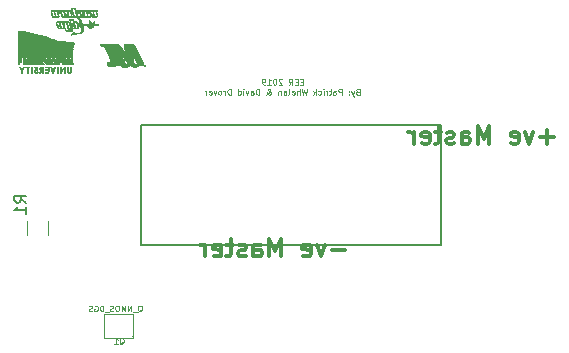
<source format=gbo>
G04 #@! TF.GenerationSoftware,KiCad,Pcbnew,(5.0.1)-3*
G04 #@! TF.CreationDate,2019-01-26T22:39:22-03:30*
G04 #@! TF.ProjectId,Battery Pack,42617474657279205061636B2E6B6963,rev?*
G04 #@! TF.SameCoordinates,Original*
G04 #@! TF.FileFunction,Legend,Bot*
G04 #@! TF.FilePolarity,Positive*
%FSLAX46Y46*%
G04 Gerber Fmt 4.6, Leading zero omitted, Abs format (unit mm)*
G04 Created by KiCad (PCBNEW (5.0.1)-3) date 2019-01-26 10:39:22 PM*
%MOMM*%
%LPD*%
G01*
G04 APERTURE LIST*
%ADD10C,0.100000*%
%ADD11C,0.300000*%
%ADD12C,0.150000*%
%ADD13C,0.050000*%
%ADD14C,0.120000*%
%ADD15C,0.010000*%
G04 APERTURE END LIST*
D10*
X101344990Y-96618085D02*
X101178323Y-96618085D01*
X101106895Y-96879990D02*
X101344990Y-96879990D01*
X101344990Y-96379990D01*
X101106895Y-96379990D01*
X100892609Y-96618085D02*
X100725942Y-96618085D01*
X100654514Y-96879990D02*
X100892609Y-96879990D01*
X100892609Y-96379990D01*
X100654514Y-96379990D01*
X100154514Y-96879990D02*
X100321180Y-96641895D01*
X100440228Y-96879990D02*
X100440228Y-96379990D01*
X100249752Y-96379990D01*
X100202133Y-96403800D01*
X100178323Y-96427609D01*
X100154514Y-96475228D01*
X100154514Y-96546657D01*
X100178323Y-96594276D01*
X100202133Y-96618085D01*
X100249752Y-96641895D01*
X100440228Y-96641895D01*
X99583085Y-96427609D02*
X99559276Y-96403800D01*
X99511657Y-96379990D01*
X99392609Y-96379990D01*
X99344990Y-96403800D01*
X99321180Y-96427609D01*
X99297371Y-96475228D01*
X99297371Y-96522847D01*
X99321180Y-96594276D01*
X99606895Y-96879990D01*
X99297371Y-96879990D01*
X98987847Y-96379990D02*
X98940228Y-96379990D01*
X98892609Y-96403800D01*
X98868800Y-96427609D01*
X98844990Y-96475228D01*
X98821180Y-96570466D01*
X98821180Y-96689514D01*
X98844990Y-96784752D01*
X98868800Y-96832371D01*
X98892609Y-96856180D01*
X98940228Y-96879990D01*
X98987847Y-96879990D01*
X99035466Y-96856180D01*
X99059276Y-96832371D01*
X99083085Y-96784752D01*
X99106895Y-96689514D01*
X99106895Y-96570466D01*
X99083085Y-96475228D01*
X99059276Y-96427609D01*
X99035466Y-96403800D01*
X98987847Y-96379990D01*
X98344990Y-96879990D02*
X98630704Y-96879990D01*
X98487847Y-96879990D02*
X98487847Y-96379990D01*
X98535466Y-96451419D01*
X98583085Y-96499038D01*
X98630704Y-96522847D01*
X98106895Y-96879990D02*
X98011657Y-96879990D01*
X97964038Y-96856180D01*
X97940228Y-96832371D01*
X97892609Y-96760942D01*
X97868800Y-96665704D01*
X97868800Y-96475228D01*
X97892609Y-96427609D01*
X97916419Y-96403800D01*
X97964038Y-96379990D01*
X98059276Y-96379990D01*
X98106895Y-96403800D01*
X98130704Y-96427609D01*
X98154514Y-96475228D01*
X98154514Y-96594276D01*
X98130704Y-96641895D01*
X98106895Y-96665704D01*
X98059276Y-96689514D01*
X97964038Y-96689514D01*
X97916419Y-96665704D01*
X97892609Y-96641895D01*
X97868800Y-96594276D01*
X105975942Y-97468085D02*
X105904514Y-97491895D01*
X105880704Y-97515704D01*
X105856895Y-97563323D01*
X105856895Y-97634752D01*
X105880704Y-97682371D01*
X105904514Y-97706180D01*
X105952133Y-97729990D01*
X106142609Y-97729990D01*
X106142609Y-97229990D01*
X105975942Y-97229990D01*
X105928323Y-97253800D01*
X105904514Y-97277609D01*
X105880704Y-97325228D01*
X105880704Y-97372847D01*
X105904514Y-97420466D01*
X105928323Y-97444276D01*
X105975942Y-97468085D01*
X106142609Y-97468085D01*
X105690228Y-97396657D02*
X105571180Y-97729990D01*
X105452133Y-97396657D02*
X105571180Y-97729990D01*
X105618800Y-97849038D01*
X105642609Y-97872847D01*
X105690228Y-97896657D01*
X105261657Y-97682371D02*
X105237847Y-97706180D01*
X105261657Y-97729990D01*
X105285466Y-97706180D01*
X105261657Y-97682371D01*
X105261657Y-97729990D01*
X105261657Y-97420466D02*
X105237847Y-97444276D01*
X105261657Y-97468085D01*
X105285466Y-97444276D01*
X105261657Y-97420466D01*
X105261657Y-97468085D01*
X104642609Y-97729990D02*
X104642609Y-97229990D01*
X104452133Y-97229990D01*
X104404514Y-97253800D01*
X104380704Y-97277609D01*
X104356895Y-97325228D01*
X104356895Y-97396657D01*
X104380704Y-97444276D01*
X104404514Y-97468085D01*
X104452133Y-97491895D01*
X104642609Y-97491895D01*
X103928323Y-97729990D02*
X103928323Y-97468085D01*
X103952133Y-97420466D01*
X103999752Y-97396657D01*
X104094990Y-97396657D01*
X104142609Y-97420466D01*
X103928323Y-97706180D02*
X103975942Y-97729990D01*
X104094990Y-97729990D01*
X104142609Y-97706180D01*
X104166419Y-97658561D01*
X104166419Y-97610942D01*
X104142609Y-97563323D01*
X104094990Y-97539514D01*
X103975942Y-97539514D01*
X103928323Y-97515704D01*
X103761657Y-97396657D02*
X103571180Y-97396657D01*
X103690228Y-97229990D02*
X103690228Y-97658561D01*
X103666419Y-97706180D01*
X103618800Y-97729990D01*
X103571180Y-97729990D01*
X103404514Y-97729990D02*
X103404514Y-97396657D01*
X103404514Y-97491895D02*
X103380704Y-97444276D01*
X103356895Y-97420466D01*
X103309276Y-97396657D01*
X103261657Y-97396657D01*
X103094990Y-97729990D02*
X103094990Y-97396657D01*
X103094990Y-97229990D02*
X103118800Y-97253800D01*
X103094990Y-97277609D01*
X103071180Y-97253800D01*
X103094990Y-97229990D01*
X103094990Y-97277609D01*
X102642609Y-97706180D02*
X102690228Y-97729990D01*
X102785466Y-97729990D01*
X102833085Y-97706180D01*
X102856895Y-97682371D01*
X102880704Y-97634752D01*
X102880704Y-97491895D01*
X102856895Y-97444276D01*
X102833085Y-97420466D01*
X102785466Y-97396657D01*
X102690228Y-97396657D01*
X102642609Y-97420466D01*
X102428323Y-97729990D02*
X102428323Y-97229990D01*
X102380704Y-97539514D02*
X102237847Y-97729990D01*
X102237847Y-97396657D02*
X102428323Y-97587133D01*
X101690228Y-97229990D02*
X101571180Y-97729990D01*
X101475942Y-97372847D01*
X101380704Y-97729990D01*
X101261657Y-97229990D01*
X101071180Y-97729990D02*
X101071180Y-97229990D01*
X100856895Y-97729990D02*
X100856895Y-97468085D01*
X100880704Y-97420466D01*
X100928323Y-97396657D01*
X100999752Y-97396657D01*
X101047371Y-97420466D01*
X101071180Y-97444276D01*
X100428323Y-97706180D02*
X100475942Y-97729990D01*
X100571180Y-97729990D01*
X100618800Y-97706180D01*
X100642609Y-97658561D01*
X100642609Y-97468085D01*
X100618800Y-97420466D01*
X100571180Y-97396657D01*
X100475942Y-97396657D01*
X100428323Y-97420466D01*
X100404514Y-97468085D01*
X100404514Y-97515704D01*
X100642609Y-97563323D01*
X100118800Y-97729990D02*
X100166419Y-97706180D01*
X100190228Y-97658561D01*
X100190228Y-97229990D01*
X99714038Y-97729990D02*
X99714038Y-97468085D01*
X99737847Y-97420466D01*
X99785466Y-97396657D01*
X99880704Y-97396657D01*
X99928323Y-97420466D01*
X99714038Y-97706180D02*
X99761657Y-97729990D01*
X99880704Y-97729990D01*
X99928323Y-97706180D01*
X99952133Y-97658561D01*
X99952133Y-97610942D01*
X99928323Y-97563323D01*
X99880704Y-97539514D01*
X99761657Y-97539514D01*
X99714038Y-97515704D01*
X99475942Y-97396657D02*
X99475942Y-97729990D01*
X99475942Y-97444276D02*
X99452133Y-97420466D01*
X99404514Y-97396657D01*
X99333085Y-97396657D01*
X99285466Y-97420466D01*
X99261657Y-97468085D01*
X99261657Y-97729990D01*
X98237847Y-97729990D02*
X98261657Y-97729990D01*
X98309276Y-97706180D01*
X98380704Y-97634752D01*
X98499752Y-97491895D01*
X98547371Y-97420466D01*
X98571180Y-97349038D01*
X98571180Y-97301419D01*
X98547371Y-97253800D01*
X98499752Y-97229990D01*
X98475942Y-97229990D01*
X98428323Y-97253800D01*
X98404514Y-97301419D01*
X98404514Y-97325228D01*
X98428323Y-97372847D01*
X98452133Y-97396657D01*
X98594990Y-97491895D01*
X98618800Y-97515704D01*
X98642609Y-97563323D01*
X98642609Y-97634752D01*
X98618800Y-97682371D01*
X98594990Y-97706180D01*
X98547371Y-97729990D01*
X98475942Y-97729990D01*
X98428323Y-97706180D01*
X98404514Y-97682371D01*
X98333085Y-97587133D01*
X98309276Y-97515704D01*
X98309276Y-97468085D01*
X97642609Y-97729990D02*
X97642609Y-97229990D01*
X97523561Y-97229990D01*
X97452133Y-97253800D01*
X97404514Y-97301419D01*
X97380704Y-97349038D01*
X97356895Y-97444276D01*
X97356895Y-97515704D01*
X97380704Y-97610942D01*
X97404514Y-97658561D01*
X97452133Y-97706180D01*
X97523561Y-97729990D01*
X97642609Y-97729990D01*
X96928323Y-97729990D02*
X96928323Y-97468085D01*
X96952133Y-97420466D01*
X96999752Y-97396657D01*
X97094990Y-97396657D01*
X97142609Y-97420466D01*
X96928323Y-97706180D02*
X96975942Y-97729990D01*
X97094990Y-97729990D01*
X97142609Y-97706180D01*
X97166419Y-97658561D01*
X97166419Y-97610942D01*
X97142609Y-97563323D01*
X97094990Y-97539514D01*
X96975942Y-97539514D01*
X96928323Y-97515704D01*
X96737847Y-97396657D02*
X96618800Y-97729990D01*
X96499752Y-97396657D01*
X96309276Y-97729990D02*
X96309276Y-97396657D01*
X96309276Y-97229990D02*
X96333085Y-97253800D01*
X96309276Y-97277609D01*
X96285466Y-97253800D01*
X96309276Y-97229990D01*
X96309276Y-97277609D01*
X95856895Y-97729990D02*
X95856895Y-97229990D01*
X95856895Y-97706180D02*
X95904514Y-97729990D01*
X95999752Y-97729990D01*
X96047371Y-97706180D01*
X96071180Y-97682371D01*
X96094990Y-97634752D01*
X96094990Y-97491895D01*
X96071180Y-97444276D01*
X96047371Y-97420466D01*
X95999752Y-97396657D01*
X95904514Y-97396657D01*
X95856895Y-97420466D01*
X95237847Y-97729990D02*
X95237847Y-97229990D01*
X95118800Y-97229990D01*
X95047371Y-97253800D01*
X94999752Y-97301419D01*
X94975942Y-97349038D01*
X94952133Y-97444276D01*
X94952133Y-97515704D01*
X94975942Y-97610942D01*
X94999752Y-97658561D01*
X95047371Y-97706180D01*
X95118800Y-97729990D01*
X95237847Y-97729990D01*
X94737847Y-97729990D02*
X94737847Y-97396657D01*
X94737847Y-97491895D02*
X94714038Y-97444276D01*
X94690228Y-97420466D01*
X94642609Y-97396657D01*
X94594990Y-97396657D01*
X94356895Y-97729990D02*
X94404514Y-97706180D01*
X94428323Y-97682371D01*
X94452133Y-97634752D01*
X94452133Y-97491895D01*
X94428323Y-97444276D01*
X94404514Y-97420466D01*
X94356895Y-97396657D01*
X94285466Y-97396657D01*
X94237847Y-97420466D01*
X94214038Y-97444276D01*
X94190228Y-97491895D01*
X94190228Y-97634752D01*
X94214038Y-97682371D01*
X94237847Y-97706180D01*
X94285466Y-97729990D01*
X94356895Y-97729990D01*
X94023561Y-97396657D02*
X93904514Y-97729990D01*
X93785466Y-97396657D01*
X93404514Y-97706180D02*
X93452133Y-97729990D01*
X93547371Y-97729990D01*
X93594990Y-97706180D01*
X93618800Y-97658561D01*
X93618800Y-97468085D01*
X93594990Y-97420466D01*
X93547371Y-97396657D01*
X93452133Y-97396657D01*
X93404514Y-97420466D01*
X93380704Y-97468085D01*
X93380704Y-97515704D01*
X93618800Y-97563323D01*
X93166419Y-97729990D02*
X93166419Y-97396657D01*
X93166419Y-97491895D02*
X93142609Y-97444276D01*
X93118800Y-97420466D01*
X93071180Y-97396657D01*
X93023561Y-97396657D01*
D11*
X122570914Y-101300742D02*
X121428057Y-101300742D01*
X121999485Y-101872171D02*
X121999485Y-100729314D01*
X120856628Y-100872171D02*
X120499485Y-101872171D01*
X120142342Y-100872171D01*
X118999485Y-101800742D02*
X119142342Y-101872171D01*
X119428057Y-101872171D01*
X119570914Y-101800742D01*
X119642342Y-101657885D01*
X119642342Y-101086457D01*
X119570914Y-100943600D01*
X119428057Y-100872171D01*
X119142342Y-100872171D01*
X118999485Y-100943600D01*
X118928057Y-101086457D01*
X118928057Y-101229314D01*
X119642342Y-101372171D01*
X117142342Y-101872171D02*
X117142342Y-100372171D01*
X116642342Y-101443600D01*
X116142342Y-100372171D01*
X116142342Y-101872171D01*
X114785200Y-101872171D02*
X114785200Y-101086457D01*
X114856628Y-100943600D01*
X114999485Y-100872171D01*
X115285200Y-100872171D01*
X115428057Y-100943600D01*
X114785200Y-101800742D02*
X114928057Y-101872171D01*
X115285200Y-101872171D01*
X115428057Y-101800742D01*
X115499485Y-101657885D01*
X115499485Y-101515028D01*
X115428057Y-101372171D01*
X115285200Y-101300742D01*
X114928057Y-101300742D01*
X114785200Y-101229314D01*
X114142342Y-101800742D02*
X113999485Y-101872171D01*
X113713771Y-101872171D01*
X113570914Y-101800742D01*
X113499485Y-101657885D01*
X113499485Y-101586457D01*
X113570914Y-101443600D01*
X113713771Y-101372171D01*
X113928057Y-101372171D01*
X114070914Y-101300742D01*
X114142342Y-101157885D01*
X114142342Y-101086457D01*
X114070914Y-100943600D01*
X113928057Y-100872171D01*
X113713771Y-100872171D01*
X113570914Y-100943600D01*
X113070914Y-100872171D02*
X112499485Y-100872171D01*
X112856628Y-100372171D02*
X112856628Y-101657885D01*
X112785200Y-101800742D01*
X112642342Y-101872171D01*
X112499485Y-101872171D01*
X111428057Y-101800742D02*
X111570914Y-101872171D01*
X111856628Y-101872171D01*
X111999485Y-101800742D01*
X112070914Y-101657885D01*
X112070914Y-101086457D01*
X111999485Y-100943600D01*
X111856628Y-100872171D01*
X111570914Y-100872171D01*
X111428057Y-100943600D01*
X111356628Y-101086457D01*
X111356628Y-101229314D01*
X112070914Y-101372171D01*
X110713771Y-101872171D02*
X110713771Y-100872171D01*
X110713771Y-101157885D02*
X110642342Y-101015028D01*
X110570914Y-100943600D01*
X110428057Y-100872171D01*
X110285200Y-100872171D01*
X104943314Y-110851142D02*
X103800457Y-110851142D01*
X103229028Y-110422571D02*
X102871885Y-111422571D01*
X102514742Y-110422571D01*
X101371885Y-111351142D02*
X101514742Y-111422571D01*
X101800457Y-111422571D01*
X101943314Y-111351142D01*
X102014742Y-111208285D01*
X102014742Y-110636857D01*
X101943314Y-110494000D01*
X101800457Y-110422571D01*
X101514742Y-110422571D01*
X101371885Y-110494000D01*
X101300457Y-110636857D01*
X101300457Y-110779714D01*
X102014742Y-110922571D01*
X99514742Y-111422571D02*
X99514742Y-109922571D01*
X99014742Y-110994000D01*
X98514742Y-109922571D01*
X98514742Y-111422571D01*
X97157600Y-111422571D02*
X97157600Y-110636857D01*
X97229028Y-110494000D01*
X97371885Y-110422571D01*
X97657600Y-110422571D01*
X97800457Y-110494000D01*
X97157600Y-111351142D02*
X97300457Y-111422571D01*
X97657600Y-111422571D01*
X97800457Y-111351142D01*
X97871885Y-111208285D01*
X97871885Y-111065428D01*
X97800457Y-110922571D01*
X97657600Y-110851142D01*
X97300457Y-110851142D01*
X97157600Y-110779714D01*
X96514742Y-111351142D02*
X96371885Y-111422571D01*
X96086171Y-111422571D01*
X95943314Y-111351142D01*
X95871885Y-111208285D01*
X95871885Y-111136857D01*
X95943314Y-110994000D01*
X96086171Y-110922571D01*
X96300457Y-110922571D01*
X96443314Y-110851142D01*
X96514742Y-110708285D01*
X96514742Y-110636857D01*
X96443314Y-110494000D01*
X96300457Y-110422571D01*
X96086171Y-110422571D01*
X95943314Y-110494000D01*
X95443314Y-110422571D02*
X94871885Y-110422571D01*
X95229028Y-109922571D02*
X95229028Y-111208285D01*
X95157600Y-111351142D01*
X95014742Y-111422571D01*
X94871885Y-111422571D01*
X93800457Y-111351142D02*
X93943314Y-111422571D01*
X94229028Y-111422571D01*
X94371885Y-111351142D01*
X94443314Y-111208285D01*
X94443314Y-110636857D01*
X94371885Y-110494000D01*
X94229028Y-110422571D01*
X93943314Y-110422571D01*
X93800457Y-110494000D01*
X93729028Y-110636857D01*
X93729028Y-110779714D01*
X94443314Y-110922571D01*
X93086171Y-111422571D02*
X93086171Y-110422571D01*
X93086171Y-110708285D02*
X93014742Y-110565428D01*
X92943314Y-110494000D01*
X92800457Y-110422571D01*
X92657600Y-110422571D01*
D12*
G04 #@! TO.C,F1*
X87630000Y-100330000D02*
X113030000Y-100330000D01*
X87630000Y-110490000D02*
X87630000Y-100330000D01*
X87630000Y-110490000D02*
X113030000Y-110490000D01*
X113030000Y-100330000D02*
X113030000Y-110490000D01*
D13*
G04 #@! TO.C,Q1*
X87000400Y-116297200D02*
X87000400Y-118297200D01*
X84500400Y-116297200D02*
X87000400Y-116297200D01*
X84500400Y-118297200D02*
X84500400Y-116297200D01*
X87000400Y-118297200D02*
X84500400Y-118297200D01*
D10*
X86900400Y-118197200D02*
G75*
G03X86900400Y-118197200I-50000J0D01*
G01*
D14*
G04 #@! TO.C,R1*
X77990000Y-108440000D02*
X77990000Y-109640000D01*
X79750000Y-109640000D02*
X79750000Y-108440000D01*
D15*
G04 #@! TO.C,G\002A\002A\002A*
G36*
X83035657Y-90908763D02*
X83031588Y-90915274D01*
X83031633Y-90915419D01*
X83034957Y-90926663D01*
X83040634Y-90946622D01*
X83045720Y-90964808D01*
X83052435Y-90987363D01*
X83058452Y-90999489D01*
X83066599Y-91004415D01*
X83079710Y-91005375D01*
X83081259Y-91005377D01*
X83098688Y-91003214D01*
X83102757Y-90996703D01*
X83102712Y-90996558D01*
X83099387Y-90985314D01*
X83093710Y-90965355D01*
X83088625Y-90947169D01*
X83081909Y-90924613D01*
X83075893Y-90912488D01*
X83067745Y-90907562D01*
X83054635Y-90906602D01*
X83053086Y-90906600D01*
X83035657Y-90908763D01*
X83035657Y-90908763D01*
G37*
X83035657Y-90908763D02*
X83031588Y-90915274D01*
X83031633Y-90915419D01*
X83034957Y-90926663D01*
X83040634Y-90946622D01*
X83045720Y-90964808D01*
X83052435Y-90987363D01*
X83058452Y-90999489D01*
X83066599Y-91004415D01*
X83079710Y-91005375D01*
X83081259Y-91005377D01*
X83098688Y-91003214D01*
X83102757Y-90996703D01*
X83102712Y-90996558D01*
X83099387Y-90985314D01*
X83093710Y-90965355D01*
X83088625Y-90947169D01*
X83081909Y-90924613D01*
X83075893Y-90912488D01*
X83067745Y-90907562D01*
X83054635Y-90906602D01*
X83053086Y-90906600D01*
X83035657Y-90908763D01*
G36*
X83552479Y-90709629D02*
X83546024Y-90713193D01*
X83544772Y-90722445D01*
X83548271Y-90740096D01*
X83555162Y-90765595D01*
X83562043Y-90788740D01*
X83568047Y-90801379D01*
X83575784Y-90806682D01*
X83587863Y-90807815D01*
X83589942Y-90807822D01*
X83612982Y-90807822D01*
X83599369Y-90760219D01*
X83592642Y-90736464D01*
X83587777Y-90718832D01*
X83585764Y-90710923D01*
X83585756Y-90710830D01*
X83579610Y-90709575D01*
X83564808Y-90709044D01*
X83564589Y-90709044D01*
X83552479Y-90709629D01*
X83552479Y-90709629D01*
G37*
X83552479Y-90709629D02*
X83546024Y-90713193D01*
X83544772Y-90722445D01*
X83548271Y-90740096D01*
X83555162Y-90765595D01*
X83562043Y-90788740D01*
X83568047Y-90801379D01*
X83575784Y-90806682D01*
X83587863Y-90807815D01*
X83589942Y-90807822D01*
X83612982Y-90807822D01*
X83599369Y-90760219D01*
X83592642Y-90736464D01*
X83587777Y-90718832D01*
X83585764Y-90710923D01*
X83585756Y-90710830D01*
X83579610Y-90709575D01*
X83564808Y-90709044D01*
X83564589Y-90709044D01*
X83552479Y-90709629D01*
G36*
X80707798Y-91669544D02*
X80702503Y-91674700D01*
X80704400Y-91687548D01*
X80704511Y-91688002D01*
X80712929Y-91721127D01*
X80719744Y-91743040D01*
X80726355Y-91756318D01*
X80734158Y-91763539D01*
X80744552Y-91767280D01*
X80747899Y-91768010D01*
X80763210Y-91769434D01*
X80770492Y-91766751D01*
X80770589Y-91766172D01*
X80768973Y-91756430D01*
X80764747Y-91737272D01*
X80759148Y-91714147D01*
X80752725Y-91689879D01*
X80747245Y-91676254D01*
X80740319Y-91670201D01*
X80729561Y-91668648D01*
X80723736Y-91668600D01*
X80707798Y-91669544D01*
X80707798Y-91669544D01*
G37*
X80707798Y-91669544D02*
X80702503Y-91674700D01*
X80704400Y-91687548D01*
X80704511Y-91688002D01*
X80712929Y-91721127D01*
X80719744Y-91743040D01*
X80726355Y-91756318D01*
X80734158Y-91763539D01*
X80744552Y-91767280D01*
X80747899Y-91768010D01*
X80763210Y-91769434D01*
X80770492Y-91766751D01*
X80770589Y-91766172D01*
X80768973Y-91756430D01*
X80764747Y-91737272D01*
X80759148Y-91714147D01*
X80752725Y-91689879D01*
X80747245Y-91676254D01*
X80740319Y-91670201D01*
X80729561Y-91668648D01*
X80723736Y-91668600D01*
X80707798Y-91669544D01*
G36*
X81376381Y-90710260D02*
X81368995Y-90712712D01*
X81368824Y-90720879D01*
X81371977Y-90738615D01*
X81377315Y-90760337D01*
X81384340Y-90784236D01*
X81390553Y-90797686D01*
X81398392Y-90803971D01*
X81410291Y-90806375D01*
X81411558Y-90806505D01*
X81426838Y-90806845D01*
X81433773Y-90804674D01*
X81433811Y-90804427D01*
X81432211Y-90795876D01*
X81428023Y-90777659D01*
X81422370Y-90754591D01*
X81415754Y-90730164D01*
X81410015Y-90716475D01*
X81403096Y-90710458D01*
X81392941Y-90709049D01*
X81391796Y-90709044D01*
X81376381Y-90710260D01*
X81376381Y-90710260D01*
G37*
X81376381Y-90710260D02*
X81368995Y-90712712D01*
X81368824Y-90720879D01*
X81371977Y-90738615D01*
X81377315Y-90760337D01*
X81384340Y-90784236D01*
X81390553Y-90797686D01*
X81398392Y-90803971D01*
X81410291Y-90806375D01*
X81411558Y-90806505D01*
X81426838Y-90806845D01*
X81433773Y-90804674D01*
X81433811Y-90804427D01*
X81432211Y-90795876D01*
X81428023Y-90777659D01*
X81422370Y-90754591D01*
X81415754Y-90730164D01*
X81410015Y-90716475D01*
X81403096Y-90710458D01*
X81392941Y-90709049D01*
X81391796Y-90709044D01*
X81376381Y-90710260D01*
G36*
X81829524Y-90377825D02*
X81793332Y-90378911D01*
X81764068Y-90380553D01*
X81744366Y-90382616D01*
X81737548Y-90384302D01*
X81726449Y-90394165D01*
X81720981Y-90410094D01*
X81721082Y-90433972D01*
X81726692Y-90467682D01*
X81733879Y-90498195D01*
X81741035Y-90528014D01*
X81746140Y-90552451D01*
X81748611Y-90568496D01*
X81748401Y-90573195D01*
X81740788Y-90573952D01*
X81720597Y-90574590D01*
X81689360Y-90575097D01*
X81648609Y-90575459D01*
X81599877Y-90575665D01*
X81544695Y-90575702D01*
X81484596Y-90575558D01*
X81467351Y-90575484D01*
X81383084Y-90575302D01*
X81312653Y-90575603D01*
X81256112Y-90576388D01*
X81213513Y-90577655D01*
X81184908Y-90579403D01*
X81170350Y-90581630D01*
X81169878Y-90581797D01*
X81149856Y-90585651D01*
X81141327Y-90582311D01*
X81132419Y-90580825D01*
X81109629Y-90579506D01*
X81073185Y-90578358D01*
X81023315Y-90577383D01*
X80960247Y-90576586D01*
X80884209Y-90575968D01*
X80795430Y-90575533D01*
X80694136Y-90575283D01*
X80601862Y-90575219D01*
X80500576Y-90575206D01*
X80412430Y-90575214D01*
X80336452Y-90575312D01*
X80271671Y-90575568D01*
X80217116Y-90576053D01*
X80171816Y-90576834D01*
X80134799Y-90577982D01*
X80105095Y-90579565D01*
X80081731Y-90581653D01*
X80063737Y-90584314D01*
X80050141Y-90587618D01*
X80039972Y-90591634D01*
X80032259Y-90596431D01*
X80026030Y-90602078D01*
X80020314Y-90608644D01*
X80014140Y-90616199D01*
X80013384Y-90617102D01*
X79997983Y-90641953D01*
X79990349Y-90671946D01*
X79990318Y-90709193D01*
X79997731Y-90755801D01*
X80001467Y-90772283D01*
X80016118Y-90832051D01*
X80031151Y-90890697D01*
X80046085Y-90946564D01*
X80060440Y-90998000D01*
X80073736Y-91043349D01*
X80085493Y-91080957D01*
X80095230Y-91109171D01*
X80102469Y-91126336D01*
X80105483Y-91130698D01*
X80111928Y-91133115D01*
X80124878Y-91135028D01*
X80145469Y-91136467D01*
X80174836Y-91137461D01*
X80214113Y-91138039D01*
X80264435Y-91138231D01*
X80326937Y-91138065D01*
X80378437Y-91137753D01*
X80639524Y-91135905D01*
X80650376Y-91116490D01*
X80653897Y-91109089D01*
X80655769Y-91100705D01*
X80655708Y-91092869D01*
X80615367Y-91092869D01*
X80608715Y-91094328D01*
X80590371Y-91095567D01*
X80562754Y-91096491D01*
X80528282Y-91097005D01*
X80507769Y-91097079D01*
X80400172Y-91097058D01*
X80362075Y-90954204D01*
X80344903Y-90889637D01*
X80331021Y-90837384D01*
X80319954Y-90796156D01*
X80311228Y-90764667D01*
X80304367Y-90741630D01*
X80298897Y-90725758D01*
X80294342Y-90715765D01*
X80290229Y-90710363D01*
X80286081Y-90708266D01*
X80281425Y-90708186D01*
X80275785Y-90708837D01*
X80271608Y-90709044D01*
X80254349Y-90710987D01*
X80250056Y-90716990D01*
X80250330Y-90717863D01*
X80253008Y-90726912D01*
X80258733Y-90747622D01*
X80266969Y-90778006D01*
X80277180Y-90816077D01*
X80288830Y-90859847D01*
X80297468Y-90892488D01*
X80310004Y-90939807D01*
X80321662Y-90983510D01*
X80331861Y-91021440D01*
X80340019Y-91051439D01*
X80345554Y-91071353D01*
X80347472Y-91077874D01*
X80353701Y-91097455D01*
X80243491Y-91095513D01*
X80133281Y-91093572D01*
X80084821Y-90913655D01*
X80068122Y-90850914D01*
X80055159Y-90800159D01*
X80045677Y-90759841D01*
X80039419Y-90728412D01*
X80036131Y-90704322D01*
X80035557Y-90686023D01*
X80037442Y-90671967D01*
X80041529Y-90660603D01*
X80042691Y-90658324D01*
X80048838Y-90647631D01*
X80055642Y-90638979D01*
X80064573Y-90632152D01*
X80077100Y-90626933D01*
X80094690Y-90623108D01*
X80118813Y-90620460D01*
X80150938Y-90618773D01*
X80192532Y-90617832D01*
X80245065Y-90617420D01*
X80310005Y-90617323D01*
X80321648Y-90617322D01*
X80551391Y-90617322D01*
X80538035Y-90640252D01*
X80528472Y-90658543D01*
X80522429Y-90676255D01*
X80520021Y-90695776D01*
X80521364Y-90719492D01*
X80526572Y-90749791D01*
X80535760Y-90789059D01*
X80547329Y-90833301D01*
X80565824Y-90902361D01*
X80580909Y-90958856D01*
X80592861Y-91003843D01*
X80601958Y-91038378D01*
X80608477Y-91063517D01*
X80612693Y-91080316D01*
X80614885Y-91089832D01*
X80615367Y-91092869D01*
X80655708Y-91092869D01*
X80655679Y-91089303D01*
X80653313Y-91072851D01*
X80648357Y-91049313D01*
X80640500Y-91016655D01*
X80629426Y-90972844D01*
X80626466Y-90961268D01*
X80615614Y-90918859D01*
X80605826Y-90880591D01*
X80597694Y-90848773D01*
X80591807Y-90825715D01*
X80588756Y-90813725D01*
X80588602Y-90813113D01*
X80588434Y-90808615D01*
X80591798Y-90805360D01*
X80600586Y-90803149D01*
X80616689Y-90801784D01*
X80641999Y-90801066D01*
X80678407Y-90800796D01*
X80705994Y-90800766D01*
X80826489Y-90800766D01*
X80834237Y-90830752D01*
X80839405Y-90850336D01*
X80847116Y-90879060D01*
X80856168Y-90912458D01*
X80862273Y-90934822D01*
X80872802Y-90973491D01*
X80883979Y-91014909D01*
X80894032Y-91052490D01*
X80897956Y-91067307D01*
X80908553Y-91102016D01*
X80918669Y-91124295D01*
X80926172Y-91132571D01*
X80938148Y-91135156D01*
X80961282Y-91137116D01*
X80992635Y-91138456D01*
X81029269Y-91139182D01*
X81068245Y-91139297D01*
X81106625Y-91138807D01*
X81141470Y-91137716D01*
X81169840Y-91136030D01*
X81188797Y-91133752D01*
X81194386Y-91132129D01*
X81205160Y-91119725D01*
X81208033Y-91100379D01*
X81209076Y-91090110D01*
X81165700Y-91090110D01*
X81158695Y-91093230D01*
X81137782Y-91095166D01*
X81103115Y-91095911D01*
X81058270Y-91095519D01*
X80950840Y-91093572D01*
X80907469Y-90931294D01*
X80894746Y-90883721D01*
X80882780Y-90839040D01*
X80872205Y-90799611D01*
X80863654Y-90767795D01*
X80857760Y-90745951D01*
X80855877Y-90739030D01*
X80849642Y-90720207D01*
X80842197Y-90711487D01*
X80829763Y-90709095D01*
X80825838Y-90709044D01*
X80811470Y-90710030D01*
X80806380Y-90715801D01*
X80807522Y-90730578D01*
X80808028Y-90733738D01*
X80812035Y-90758433D01*
X80703940Y-90758433D01*
X80660957Y-90758424D01*
X80630079Y-90757692D01*
X80609306Y-90755180D01*
X80596637Y-90749833D01*
X80590072Y-90740592D01*
X80587607Y-90726402D01*
X80587244Y-90706206D01*
X80587241Y-90696808D01*
X80590279Y-90671821D01*
X80601678Y-90651087D01*
X80607725Y-90643891D01*
X80628305Y-90620850D01*
X80870502Y-90618813D01*
X80936065Y-90618331D01*
X80988722Y-90618130D01*
X81029678Y-90618249D01*
X81060137Y-90618727D01*
X81081302Y-90619603D01*
X81094377Y-90620917D01*
X81100567Y-90622707D01*
X81101074Y-90625013D01*
X81099714Y-90626271D01*
X81090584Y-90638309D01*
X81081495Y-90658664D01*
X81077199Y-90672503D01*
X81074560Y-90681990D01*
X81072458Y-90689771D01*
X81071180Y-90697334D01*
X81071015Y-90706169D01*
X81072249Y-90717766D01*
X81075172Y-90733615D01*
X81080071Y-90755205D01*
X81087233Y-90784027D01*
X81096946Y-90821570D01*
X81109498Y-90869324D01*
X81125178Y-90928778D01*
X81130919Y-90950579D01*
X81141710Y-90991953D01*
X81151139Y-91028798D01*
X81158648Y-91058884D01*
X81163683Y-91079982D01*
X81165687Y-91089861D01*
X81165700Y-91090110D01*
X81209076Y-91090110D01*
X81209897Y-91082029D01*
X81216136Y-91076980D01*
X81227728Y-91084863D01*
X81233398Y-91090795D01*
X81253861Y-91109276D01*
X81278288Y-91122419D01*
X81309384Y-91131066D01*
X81349855Y-91136058D01*
X81384422Y-91137805D01*
X81465561Y-91140336D01*
X81433811Y-91118748D01*
X81409299Y-91104573D01*
X81386060Y-91098257D01*
X81364738Y-91097130D01*
X81320381Y-91090409D01*
X81280854Y-91071345D01*
X81248441Y-91041475D01*
X81226047Y-91003840D01*
X81218847Y-90986236D01*
X81215359Y-90973582D01*
X81217250Y-90965061D01*
X81226184Y-90959858D01*
X81243827Y-90957155D01*
X81271844Y-90956136D01*
X81311901Y-90955986D01*
X81323665Y-90955988D01*
X81432241Y-90955988D01*
X81436873Y-90980683D01*
X81441409Y-90997284D01*
X81449772Y-91004093D01*
X81466015Y-91005377D01*
X81477974Y-91005211D01*
X81484947Y-91003034D01*
X81487190Y-90996329D01*
X81484962Y-90982579D01*
X81478520Y-90959267D01*
X81472742Y-90939650D01*
X81465647Y-90915560D01*
X81191981Y-90915560D01*
X81186867Y-90920820D01*
X81172337Y-90927254D01*
X81165997Y-90922584D01*
X81165604Y-90918947D01*
X81163928Y-90905580D01*
X81161183Y-90892488D01*
X81156859Y-90874850D01*
X81177154Y-90894470D01*
X81189475Y-90907707D01*
X81191981Y-90915560D01*
X81465647Y-90915560D01*
X81464046Y-90910127D01*
X81366026Y-90906600D01*
X81324593Y-90904798D01*
X81294501Y-90902582D01*
X81272977Y-90899546D01*
X81257250Y-90895286D01*
X81244550Y-90889397D01*
X81243311Y-90888687D01*
X81216611Y-90866992D01*
X81193350Y-90836615D01*
X81174404Y-90800457D01*
X81160645Y-90761419D01*
X81152947Y-90722404D01*
X81152185Y-90686313D01*
X81159232Y-90656048D01*
X81168610Y-90640646D01*
X81185631Y-90620850D01*
X81426476Y-90618817D01*
X81667321Y-90616785D01*
X81655682Y-90634550D01*
X81646137Y-90650642D01*
X81639687Y-90666539D01*
X81636464Y-90684250D01*
X81636602Y-90705788D01*
X81640233Y-90733161D01*
X81647489Y-90768382D01*
X81658505Y-90813461D01*
X81670546Y-90859612D01*
X81684888Y-90914986D01*
X81695342Y-90958363D01*
X81702206Y-90991218D01*
X81705778Y-91015031D01*
X81706356Y-91031280D01*
X81705920Y-91035363D01*
X81703956Y-91052588D01*
X81707138Y-91060035D01*
X81717987Y-91061792D01*
X81722251Y-91061822D01*
X81735887Y-91059872D01*
X81745201Y-91053132D01*
X81750175Y-91040262D01*
X81750789Y-91019924D01*
X81747023Y-90990779D01*
X81738859Y-90951490D01*
X81726277Y-90900718D01*
X81719561Y-90875239D01*
X81709249Y-90836464D01*
X81700336Y-90802694D01*
X81693409Y-90776174D01*
X81689053Y-90759147D01*
X81687811Y-90753818D01*
X81694307Y-90752680D01*
X81711560Y-90751825D01*
X81736214Y-90751400D01*
X81743755Y-90751377D01*
X81799699Y-90751377D01*
X81810043Y-90788419D01*
X81815278Y-90807577D01*
X81823252Y-90837271D01*
X81833134Y-90874384D01*
X81844092Y-90915799D01*
X81852582Y-90948050D01*
X81863076Y-90987540D01*
X81872493Y-91022096D01*
X81880205Y-91049484D01*
X81885584Y-91067470D01*
X81887921Y-91073784D01*
X81896435Y-91075344D01*
X81912086Y-91074667D01*
X81933106Y-91072405D01*
X81889217Y-90910127D01*
X81876587Y-90863361D01*
X81864967Y-90820207D01*
X81854940Y-90782844D01*
X81847089Y-90753449D01*
X81841999Y-90734199D01*
X81840519Y-90728447D01*
X81835709Y-90709044D01*
X81701922Y-90709044D01*
X81701922Y-90687989D01*
X81708472Y-90661906D01*
X81726231Y-90639864D01*
X81752361Y-90624553D01*
X81774471Y-90619238D01*
X81793910Y-90615546D01*
X81805867Y-90610382D01*
X81807692Y-90607585D01*
X81805859Y-90598125D01*
X81800897Y-90577922D01*
X81793530Y-90549806D01*
X81784484Y-90516608D01*
X81783061Y-90511488D01*
X81773892Y-90478459D01*
X81766268Y-90450783D01*
X81760898Y-90431054D01*
X81758494Y-90421863D01*
X81758431Y-90421530D01*
X81765063Y-90420925D01*
X81783405Y-90420409D01*
X81811056Y-90420022D01*
X81845615Y-90419802D01*
X81867396Y-90419766D01*
X81976426Y-90419766D01*
X81982684Y-90442697D01*
X81987089Y-90458960D01*
X81994078Y-90484902D01*
X82002586Y-90516566D01*
X82009266Y-90541475D01*
X82029590Y-90617322D01*
X82145997Y-90617322D01*
X82128571Y-90643001D01*
X82117525Y-90663881D01*
X82111512Y-90684199D01*
X82111144Y-90688862D01*
X82109662Y-90702438D01*
X82102377Y-90708005D01*
X82086450Y-90709044D01*
X82069417Y-90710632D01*
X82062549Y-90716806D01*
X82061756Y-90723069D01*
X82063549Y-90734040D01*
X82068543Y-90756243D01*
X82076157Y-90787313D01*
X82085810Y-90824887D01*
X82096923Y-90866602D01*
X82097701Y-90869472D01*
X82111968Y-90923630D01*
X82121968Y-90966237D01*
X82127830Y-90999149D01*
X82129681Y-91024225D01*
X82127649Y-91043321D01*
X82121861Y-91058297D01*
X82112446Y-91071009D01*
X82111631Y-91071887D01*
X82096851Y-91087620D01*
X82121861Y-91095296D01*
X82139077Y-91099450D01*
X82149178Y-91096804D01*
X82158202Y-91085679D01*
X82158606Y-91085063D01*
X82168082Y-91065081D01*
X82172701Y-91040216D01*
X82172347Y-91008772D01*
X82166904Y-90969050D01*
X82156255Y-90919352D01*
X82143923Y-90871322D01*
X82132112Y-90826605D01*
X82124209Y-90793660D01*
X82120055Y-90770748D01*
X82119492Y-90756130D01*
X82122359Y-90748064D01*
X82128498Y-90744813D01*
X82132311Y-90744456D01*
X82137287Y-90750389D01*
X82144372Y-90765252D01*
X82151789Y-90784408D01*
X82157759Y-90803223D01*
X82160504Y-90817060D01*
X82160533Y-90818045D01*
X82162457Y-90831564D01*
X82167652Y-90855404D01*
X82175259Y-90886395D01*
X82184417Y-90921368D01*
X82194263Y-90957150D01*
X82203938Y-90990573D01*
X82212580Y-91018466D01*
X82219328Y-91037658D01*
X82221531Y-91042638D01*
X82232575Y-91059021D01*
X82249507Y-91079045D01*
X82260503Y-91090383D01*
X82276387Y-91104592D01*
X82292668Y-91115794D01*
X82311223Y-91124337D01*
X82333928Y-91130572D01*
X82362661Y-91134847D01*
X82399298Y-91137512D01*
X82445716Y-91138917D01*
X82503793Y-91139410D01*
X82523979Y-91139433D01*
X82576203Y-91139387D01*
X82616381Y-91139126D01*
X82646577Y-91138468D01*
X82668859Y-91137228D01*
X82685289Y-91135223D01*
X82697935Y-91132269D01*
X82708860Y-91128182D01*
X82720130Y-91122779D01*
X82722018Y-91121823D01*
X82743204Y-91111105D01*
X82754669Y-91106001D01*
X82759378Y-91105943D01*
X82760294Y-91110363D01*
X82760256Y-91114490D01*
X82761351Y-91120895D01*
X82765499Y-91126111D01*
X82773988Y-91130255D01*
X82788107Y-91133447D01*
X82809147Y-91135805D01*
X82838398Y-91137448D01*
X82877149Y-91138495D01*
X82926690Y-91139064D01*
X82988310Y-91139274D01*
X83029667Y-91139278D01*
X83095162Y-91139185D01*
X83148114Y-91138947D01*
X83190090Y-91138486D01*
X83222657Y-91137723D01*
X83247382Y-91136581D01*
X83265834Y-91134980D01*
X83279578Y-91132844D01*
X83290184Y-91130092D01*
X83299218Y-91126648D01*
X83301302Y-91125721D01*
X83327557Y-91108383D01*
X83345499Y-91082768D01*
X83355757Y-91052354D01*
X83360572Y-91032303D01*
X83380814Y-91060246D01*
X83414133Y-91096354D01*
X83454938Y-91121648D01*
X83473288Y-91128998D01*
X83490823Y-91132574D01*
X83519477Y-91135446D01*
X83556706Y-91137612D01*
X83599968Y-91139069D01*
X83646719Y-91139813D01*
X83694417Y-91139841D01*
X83740518Y-91139150D01*
X83782480Y-91137737D01*
X83817759Y-91135599D01*
X83843813Y-91132732D01*
X83857394Y-91129473D01*
X83887101Y-91108958D01*
X83909351Y-91078763D01*
X83922134Y-91042227D01*
X83923983Y-91022849D01*
X83879519Y-91022849D01*
X83877529Y-91042137D01*
X83871647Y-91057293D01*
X83861930Y-91070186D01*
X83853802Y-91078044D01*
X83831700Y-91097794D01*
X83660479Y-91095683D01*
X83489259Y-91093572D01*
X83459450Y-91072900D01*
X83430587Y-91046267D01*
X83420005Y-91030954D01*
X83315761Y-91030954D01*
X83311097Y-91057137D01*
X83309035Y-91061683D01*
X83303627Y-91070878D01*
X83297217Y-91078318D01*
X83288351Y-91084188D01*
X83275576Y-91088674D01*
X83257439Y-91091965D01*
X83232488Y-91094245D01*
X83199269Y-91095702D01*
X83156329Y-91096521D01*
X83102215Y-91096890D01*
X83035475Y-91096995D01*
X83033896Y-91096995D01*
X82803065Y-91097100D01*
X82816254Y-91074169D01*
X82824654Y-91058445D01*
X82830383Y-91043571D01*
X82833276Y-91027503D01*
X82833232Y-91019698D01*
X82787901Y-91019698D01*
X82787156Y-91034482D01*
X82782924Y-91040437D01*
X82781422Y-91040655D01*
X82777391Y-91034311D01*
X82775725Y-91023728D01*
X82734634Y-91023728D01*
X82726137Y-91055750D01*
X82706003Y-91080927D01*
X82705681Y-91081189D01*
X82698982Y-91086232D01*
X82691653Y-91090072D01*
X82681798Y-91092876D01*
X82667522Y-91094806D01*
X82646928Y-91096026D01*
X82618120Y-91096699D01*
X82579202Y-91096990D01*
X82528278Y-91097063D01*
X82521850Y-91097064D01*
X82468702Y-91096982D01*
X82427682Y-91096615D01*
X82396806Y-91095822D01*
X82374092Y-91094461D01*
X82357557Y-91092390D01*
X82345218Y-91089467D01*
X82335091Y-91085552D01*
X82330682Y-91083404D01*
X82298702Y-91061842D01*
X82273456Y-91032275D01*
X82253320Y-90992455D01*
X82242695Y-90961649D01*
X82233162Y-90929269D01*
X82223696Y-90895702D01*
X82215121Y-90864045D01*
X82208262Y-90837394D01*
X82203943Y-90818845D01*
X82202867Y-90812095D01*
X82209556Y-90810747D01*
X82228160Y-90809574D01*
X82256483Y-90808648D01*
X82292328Y-90808040D01*
X82333394Y-90807822D01*
X82374556Y-90807625D01*
X82410385Y-90807077D01*
X82438687Y-90806244D01*
X82457265Y-90805189D01*
X82463922Y-90803980D01*
X82462325Y-90795671D01*
X82458145Y-90777645D01*
X82452481Y-90754591D01*
X82446054Y-90730322D01*
X82440569Y-90716696D01*
X82433647Y-90710643D01*
X82422908Y-90709092D01*
X82417203Y-90709044D01*
X82400511Y-90710451D01*
X82394325Y-90716777D01*
X82396950Y-90731182D01*
X82400316Y-90740513D01*
X82407264Y-90758790D01*
X82296246Y-90756848D01*
X82185228Y-90754905D01*
X82178855Y-90721934D01*
X82177212Y-90685114D01*
X82187628Y-90655128D01*
X82209897Y-90632530D01*
X82212888Y-90630625D01*
X82219730Y-90626982D01*
X82228058Y-90624072D01*
X82239429Y-90621812D01*
X82255401Y-90620122D01*
X82277530Y-90618919D01*
X82307376Y-90618122D01*
X82346494Y-90617649D01*
X82396442Y-90617419D01*
X82458778Y-90617349D01*
X82466198Y-90617348D01*
X82697780Y-90617322D01*
X82683514Y-90635457D01*
X82671828Y-90654629D01*
X82665580Y-90677042D01*
X82664763Y-90704992D01*
X82669368Y-90740775D01*
X82679389Y-90786689D01*
X82682945Y-90800824D01*
X82691735Y-90834718D01*
X82699490Y-90864012D01*
X82705427Y-90885796D01*
X82708767Y-90897159D01*
X82708955Y-90897683D01*
X82707286Y-90900922D01*
X82698454Y-90903322D01*
X82680975Y-90904985D01*
X82653365Y-90906014D01*
X82614138Y-90906512D01*
X82580212Y-90906600D01*
X82448047Y-90906600D01*
X82452557Y-90929146D01*
X82459708Y-90962754D01*
X82465939Y-90984801D01*
X82472522Y-90997666D01*
X82480729Y-91003728D01*
X82491833Y-91005365D01*
X82493340Y-91005377D01*
X82507707Y-91004391D01*
X82512798Y-90998620D01*
X82511656Y-90983843D01*
X82511150Y-90980683D01*
X82507143Y-90955988D01*
X82723303Y-90955988D01*
X82731020Y-90986635D01*
X82734634Y-91023728D01*
X82775725Y-91023728D01*
X82774837Y-91018096D01*
X82774367Y-91005520D01*
X82772198Y-90978143D01*
X82766760Y-90951480D01*
X82764252Y-90943784D01*
X82758991Y-90927523D01*
X82751342Y-90900740D01*
X82742181Y-90866642D01*
X82732382Y-90828435D01*
X82728289Y-90811944D01*
X82718054Y-90769023D01*
X82711348Y-90737349D01*
X82707826Y-90714603D01*
X82707144Y-90698464D01*
X82708958Y-90686610D01*
X82709461Y-90684944D01*
X82716482Y-90663183D01*
X82717202Y-90688657D01*
X82719131Y-90703226D01*
X82724085Y-90728901D01*
X82731509Y-90763141D01*
X82740850Y-90803402D01*
X82751553Y-90847142D01*
X82753200Y-90853683D01*
X82767808Y-90913077D01*
X82778367Y-90959924D01*
X82785018Y-90995155D01*
X82787901Y-91019698D01*
X82833232Y-91019698D01*
X82833167Y-91008198D01*
X82829892Y-90983612D01*
X82823284Y-90951704D01*
X82813178Y-90910430D01*
X82799409Y-90857747D01*
X82798428Y-90854051D01*
X82785281Y-90804144D01*
X82775520Y-90765844D01*
X82768793Y-90737151D01*
X82764747Y-90716065D01*
X82763030Y-90700588D01*
X82763290Y-90688718D01*
X82765175Y-90678457D01*
X82766595Y-90673373D01*
X82781048Y-90645360D01*
X82797682Y-90631122D01*
X82806247Y-90626559D01*
X82816299Y-90623126D01*
X82829859Y-90620664D01*
X82848950Y-90619015D01*
X82875593Y-90618019D01*
X82911811Y-90617519D01*
X82959625Y-90617355D01*
X82973227Y-90617348D01*
X83024548Y-90617690D01*
X83069377Y-90618680D01*
X83105818Y-90620236D01*
X83131976Y-90622278D01*
X83145957Y-90624723D01*
X83146088Y-90624772D01*
X83188198Y-90647449D01*
X83220825Y-90680442D01*
X83244183Y-90723994D01*
X83250439Y-90742558D01*
X83255095Y-90758433D01*
X83036062Y-90758433D01*
X83031429Y-90733738D01*
X83026869Y-90717121D01*
X83018514Y-90710310D01*
X83002887Y-90709044D01*
X82989321Y-90709771D01*
X82981951Y-90713677D01*
X82980297Y-90723353D01*
X82983882Y-90741389D01*
X82991823Y-90769016D01*
X83004476Y-90811350D01*
X83106380Y-90814877D01*
X83150240Y-90816687D01*
X83182670Y-90819146D01*
X83206353Y-90823043D01*
X83223970Y-90829166D01*
X83238201Y-90838304D01*
X83251728Y-90851244D01*
X83259509Y-90859890D01*
X83278421Y-90887441D01*
X83294386Y-90921926D01*
X83306521Y-90959744D01*
X83313941Y-90997288D01*
X83315761Y-91030954D01*
X83420005Y-91030954D01*
X83406966Y-91012086D01*
X83392628Y-90976236D01*
X83392428Y-90975391D01*
X83387931Y-90955988D01*
X83606519Y-90955988D01*
X83612419Y-90978919D01*
X83619088Y-90995415D01*
X83630936Y-91002519D01*
X83640843Y-91004060D01*
X83653191Y-91005200D01*
X83660034Y-91003818D01*
X83661947Y-90997215D01*
X83659506Y-90982693D01*
X83653288Y-90957553D01*
X83651926Y-90952147D01*
X83644035Y-90920731D01*
X83362707Y-90920731D01*
X83356077Y-90927435D01*
X83352331Y-90927766D01*
X83345295Y-90921882D01*
X83338396Y-90908363D01*
X83324835Y-90876530D01*
X83309022Y-90847174D01*
X83293360Y-90824444D01*
X83284335Y-90815134D01*
X83273786Y-90805572D01*
X83273870Y-90798713D01*
X83281855Y-90790646D01*
X83289719Y-90784630D01*
X83295214Y-90785799D01*
X83300630Y-90796347D01*
X83307032Y-90814789D01*
X83318930Y-90842491D01*
X83335312Y-90871254D01*
X83343234Y-90882599D01*
X83358402Y-90905669D01*
X83362707Y-90920731D01*
X83644035Y-90920731D01*
X83640485Y-90906600D01*
X83554912Y-90906560D01*
X83507123Y-90905809D01*
X83470807Y-90903206D01*
X83443378Y-90898149D01*
X83422254Y-90890036D01*
X83404850Y-90878267D01*
X83395336Y-90869420D01*
X83369938Y-90837393D01*
X83349447Y-90799335D01*
X83334791Y-90758553D01*
X83326897Y-90718355D01*
X83326696Y-90682048D01*
X83334754Y-90653623D01*
X83340150Y-90644218D01*
X83346586Y-90636593D01*
X83355497Y-90630562D01*
X83368324Y-90625939D01*
X83386502Y-90622537D01*
X83411470Y-90620170D01*
X83444665Y-90618651D01*
X83487525Y-90617794D01*
X83541488Y-90617413D01*
X83607992Y-90617322D01*
X83614814Y-90617322D01*
X83678261Y-90617362D01*
X83728924Y-90617529D01*
X83768128Y-90617892D01*
X83797199Y-90618523D01*
X83817463Y-90619489D01*
X83830247Y-90620863D01*
X83836877Y-90622713D01*
X83838678Y-90625110D01*
X83836976Y-90628124D01*
X83836141Y-90629000D01*
X83824336Y-90643367D01*
X83816513Y-90660073D01*
X83812752Y-90680826D01*
X83813135Y-90707338D01*
X83817743Y-90741319D01*
X83826656Y-90784480D01*
X83839957Y-90838529D01*
X83847429Y-90866986D01*
X83861572Y-90921498D01*
X83871596Y-90964399D01*
X83877560Y-90997559D01*
X83879519Y-91022849D01*
X83923983Y-91022849D01*
X83924422Y-91018250D01*
X83922734Y-91005357D01*
X83918026Y-90981234D01*
X83910831Y-90948310D01*
X83901684Y-90909012D01*
X83891119Y-90865768D01*
X83889144Y-90857898D01*
X83878402Y-90814395D01*
X83868978Y-90774591D01*
X83861404Y-90740867D01*
X83856210Y-90715600D01*
X83853927Y-90701172D01*
X83853867Y-90699875D01*
X83858342Y-90682626D01*
X83869332Y-90663662D01*
X83871506Y-90660942D01*
X83883782Y-90639486D01*
X83889115Y-90615481D01*
X83886899Y-90594045D01*
X83880678Y-90583455D01*
X83874284Y-90581070D01*
X83859699Y-90579127D01*
X83835968Y-90577597D01*
X83802134Y-90576450D01*
X83757244Y-90575653D01*
X83700340Y-90575178D01*
X83630467Y-90574993D01*
X83615397Y-90574988D01*
X83543052Y-90575038D01*
X83483458Y-90575337D01*
X83435254Y-90576108D01*
X83397078Y-90577573D01*
X83367571Y-90579956D01*
X83345371Y-90583480D01*
X83329117Y-90588368D01*
X83317449Y-90594842D01*
X83309007Y-90603126D01*
X83302429Y-90613442D01*
X83296354Y-90626014D01*
X83295738Y-90627370D01*
X83287609Y-90647986D01*
X83282944Y-90665072D01*
X83282522Y-90669023D01*
X83279684Y-90673169D01*
X83270969Y-90665970D01*
X83259193Y-90651535D01*
X83238881Y-90629517D01*
X83213657Y-90608146D01*
X83201560Y-90599834D01*
X83167101Y-90578516D01*
X82988394Y-90576413D01*
X82932967Y-90575832D01*
X82889718Y-90575625D01*
X82856719Y-90575901D01*
X82832039Y-90576770D01*
X82813749Y-90578341D01*
X82799918Y-90580724D01*
X82788617Y-90584028D01*
X82777944Y-90588351D01*
X82758914Y-90596458D01*
X82748628Y-90598843D01*
X82742926Y-90595497D01*
X82738645Y-90588269D01*
X82736343Y-90584710D01*
X82732730Y-90581811D01*
X82726470Y-90579509D01*
X82716225Y-90577743D01*
X82700658Y-90576450D01*
X82678431Y-90575567D01*
X82648208Y-90575032D01*
X82608652Y-90574783D01*
X82558424Y-90574757D01*
X82496189Y-90574892D01*
X82454630Y-90575018D01*
X82390851Y-90575203D01*
X82329249Y-90575350D01*
X82271779Y-90575459D01*
X82220396Y-90575525D01*
X82177056Y-90575547D01*
X82143713Y-90575523D01*
X82122324Y-90575449D01*
X82120870Y-90575438D01*
X82063567Y-90574988D01*
X82041041Y-90488558D01*
X82028261Y-90443286D01*
X82017037Y-90411629D01*
X82007223Y-90393196D01*
X82004076Y-90389780D01*
X81997061Y-90385177D01*
X81986987Y-90381861D01*
X81971661Y-90379630D01*
X81948894Y-90378283D01*
X81916496Y-90377618D01*
X81872277Y-90377433D01*
X81870010Y-90377433D01*
X81829524Y-90377825D01*
X81829524Y-90377825D01*
G37*
X81829524Y-90377825D02*
X81793332Y-90378911D01*
X81764068Y-90380553D01*
X81744366Y-90382616D01*
X81737548Y-90384302D01*
X81726449Y-90394165D01*
X81720981Y-90410094D01*
X81721082Y-90433972D01*
X81726692Y-90467682D01*
X81733879Y-90498195D01*
X81741035Y-90528014D01*
X81746140Y-90552451D01*
X81748611Y-90568496D01*
X81748401Y-90573195D01*
X81740788Y-90573952D01*
X81720597Y-90574590D01*
X81689360Y-90575097D01*
X81648609Y-90575459D01*
X81599877Y-90575665D01*
X81544695Y-90575702D01*
X81484596Y-90575558D01*
X81467351Y-90575484D01*
X81383084Y-90575302D01*
X81312653Y-90575603D01*
X81256112Y-90576388D01*
X81213513Y-90577655D01*
X81184908Y-90579403D01*
X81170350Y-90581630D01*
X81169878Y-90581797D01*
X81149856Y-90585651D01*
X81141327Y-90582311D01*
X81132419Y-90580825D01*
X81109629Y-90579506D01*
X81073185Y-90578358D01*
X81023315Y-90577383D01*
X80960247Y-90576586D01*
X80884209Y-90575968D01*
X80795430Y-90575533D01*
X80694136Y-90575283D01*
X80601862Y-90575219D01*
X80500576Y-90575206D01*
X80412430Y-90575214D01*
X80336452Y-90575312D01*
X80271671Y-90575568D01*
X80217116Y-90576053D01*
X80171816Y-90576834D01*
X80134799Y-90577982D01*
X80105095Y-90579565D01*
X80081731Y-90581653D01*
X80063737Y-90584314D01*
X80050141Y-90587618D01*
X80039972Y-90591634D01*
X80032259Y-90596431D01*
X80026030Y-90602078D01*
X80020314Y-90608644D01*
X80014140Y-90616199D01*
X80013384Y-90617102D01*
X79997983Y-90641953D01*
X79990349Y-90671946D01*
X79990318Y-90709193D01*
X79997731Y-90755801D01*
X80001467Y-90772283D01*
X80016118Y-90832051D01*
X80031151Y-90890697D01*
X80046085Y-90946564D01*
X80060440Y-90998000D01*
X80073736Y-91043349D01*
X80085493Y-91080957D01*
X80095230Y-91109171D01*
X80102469Y-91126336D01*
X80105483Y-91130698D01*
X80111928Y-91133115D01*
X80124878Y-91135028D01*
X80145469Y-91136467D01*
X80174836Y-91137461D01*
X80214113Y-91138039D01*
X80264435Y-91138231D01*
X80326937Y-91138065D01*
X80378437Y-91137753D01*
X80639524Y-91135905D01*
X80650376Y-91116490D01*
X80653897Y-91109089D01*
X80655769Y-91100705D01*
X80655708Y-91092869D01*
X80615367Y-91092869D01*
X80608715Y-91094328D01*
X80590371Y-91095567D01*
X80562754Y-91096491D01*
X80528282Y-91097005D01*
X80507769Y-91097079D01*
X80400172Y-91097058D01*
X80362075Y-90954204D01*
X80344903Y-90889637D01*
X80331021Y-90837384D01*
X80319954Y-90796156D01*
X80311228Y-90764667D01*
X80304367Y-90741630D01*
X80298897Y-90725758D01*
X80294342Y-90715765D01*
X80290229Y-90710363D01*
X80286081Y-90708266D01*
X80281425Y-90708186D01*
X80275785Y-90708837D01*
X80271608Y-90709044D01*
X80254349Y-90710987D01*
X80250056Y-90716990D01*
X80250330Y-90717863D01*
X80253008Y-90726912D01*
X80258733Y-90747622D01*
X80266969Y-90778006D01*
X80277180Y-90816077D01*
X80288830Y-90859847D01*
X80297468Y-90892488D01*
X80310004Y-90939807D01*
X80321662Y-90983510D01*
X80331861Y-91021440D01*
X80340019Y-91051439D01*
X80345554Y-91071353D01*
X80347472Y-91077874D01*
X80353701Y-91097455D01*
X80243491Y-91095513D01*
X80133281Y-91093572D01*
X80084821Y-90913655D01*
X80068122Y-90850914D01*
X80055159Y-90800159D01*
X80045677Y-90759841D01*
X80039419Y-90728412D01*
X80036131Y-90704322D01*
X80035557Y-90686023D01*
X80037442Y-90671967D01*
X80041529Y-90660603D01*
X80042691Y-90658324D01*
X80048838Y-90647631D01*
X80055642Y-90638979D01*
X80064573Y-90632152D01*
X80077100Y-90626933D01*
X80094690Y-90623108D01*
X80118813Y-90620460D01*
X80150938Y-90618773D01*
X80192532Y-90617832D01*
X80245065Y-90617420D01*
X80310005Y-90617323D01*
X80321648Y-90617322D01*
X80551391Y-90617322D01*
X80538035Y-90640252D01*
X80528472Y-90658543D01*
X80522429Y-90676255D01*
X80520021Y-90695776D01*
X80521364Y-90719492D01*
X80526572Y-90749791D01*
X80535760Y-90789059D01*
X80547329Y-90833301D01*
X80565824Y-90902361D01*
X80580909Y-90958856D01*
X80592861Y-91003843D01*
X80601958Y-91038378D01*
X80608477Y-91063517D01*
X80612693Y-91080316D01*
X80614885Y-91089832D01*
X80615367Y-91092869D01*
X80655708Y-91092869D01*
X80655679Y-91089303D01*
X80653313Y-91072851D01*
X80648357Y-91049313D01*
X80640500Y-91016655D01*
X80629426Y-90972844D01*
X80626466Y-90961268D01*
X80615614Y-90918859D01*
X80605826Y-90880591D01*
X80597694Y-90848773D01*
X80591807Y-90825715D01*
X80588756Y-90813725D01*
X80588602Y-90813113D01*
X80588434Y-90808615D01*
X80591798Y-90805360D01*
X80600586Y-90803149D01*
X80616689Y-90801784D01*
X80641999Y-90801066D01*
X80678407Y-90800796D01*
X80705994Y-90800766D01*
X80826489Y-90800766D01*
X80834237Y-90830752D01*
X80839405Y-90850336D01*
X80847116Y-90879060D01*
X80856168Y-90912458D01*
X80862273Y-90934822D01*
X80872802Y-90973491D01*
X80883979Y-91014909D01*
X80894032Y-91052490D01*
X80897956Y-91067307D01*
X80908553Y-91102016D01*
X80918669Y-91124295D01*
X80926172Y-91132571D01*
X80938148Y-91135156D01*
X80961282Y-91137116D01*
X80992635Y-91138456D01*
X81029269Y-91139182D01*
X81068245Y-91139297D01*
X81106625Y-91138807D01*
X81141470Y-91137716D01*
X81169840Y-91136030D01*
X81188797Y-91133752D01*
X81194386Y-91132129D01*
X81205160Y-91119725D01*
X81208033Y-91100379D01*
X81209076Y-91090110D01*
X81165700Y-91090110D01*
X81158695Y-91093230D01*
X81137782Y-91095166D01*
X81103115Y-91095911D01*
X81058270Y-91095519D01*
X80950840Y-91093572D01*
X80907469Y-90931294D01*
X80894746Y-90883721D01*
X80882780Y-90839040D01*
X80872205Y-90799611D01*
X80863654Y-90767795D01*
X80857760Y-90745951D01*
X80855877Y-90739030D01*
X80849642Y-90720207D01*
X80842197Y-90711487D01*
X80829763Y-90709095D01*
X80825838Y-90709044D01*
X80811470Y-90710030D01*
X80806380Y-90715801D01*
X80807522Y-90730578D01*
X80808028Y-90733738D01*
X80812035Y-90758433D01*
X80703940Y-90758433D01*
X80660957Y-90758424D01*
X80630079Y-90757692D01*
X80609306Y-90755180D01*
X80596637Y-90749833D01*
X80590072Y-90740592D01*
X80587607Y-90726402D01*
X80587244Y-90706206D01*
X80587241Y-90696808D01*
X80590279Y-90671821D01*
X80601678Y-90651087D01*
X80607725Y-90643891D01*
X80628305Y-90620850D01*
X80870502Y-90618813D01*
X80936065Y-90618331D01*
X80988722Y-90618130D01*
X81029678Y-90618249D01*
X81060137Y-90618727D01*
X81081302Y-90619603D01*
X81094377Y-90620917D01*
X81100567Y-90622707D01*
X81101074Y-90625013D01*
X81099714Y-90626271D01*
X81090584Y-90638309D01*
X81081495Y-90658664D01*
X81077199Y-90672503D01*
X81074560Y-90681990D01*
X81072458Y-90689771D01*
X81071180Y-90697334D01*
X81071015Y-90706169D01*
X81072249Y-90717766D01*
X81075172Y-90733615D01*
X81080071Y-90755205D01*
X81087233Y-90784027D01*
X81096946Y-90821570D01*
X81109498Y-90869324D01*
X81125178Y-90928778D01*
X81130919Y-90950579D01*
X81141710Y-90991953D01*
X81151139Y-91028798D01*
X81158648Y-91058884D01*
X81163683Y-91079982D01*
X81165687Y-91089861D01*
X81165700Y-91090110D01*
X81209076Y-91090110D01*
X81209897Y-91082029D01*
X81216136Y-91076980D01*
X81227728Y-91084863D01*
X81233398Y-91090795D01*
X81253861Y-91109276D01*
X81278288Y-91122419D01*
X81309384Y-91131066D01*
X81349855Y-91136058D01*
X81384422Y-91137805D01*
X81465561Y-91140336D01*
X81433811Y-91118748D01*
X81409299Y-91104573D01*
X81386060Y-91098257D01*
X81364738Y-91097130D01*
X81320381Y-91090409D01*
X81280854Y-91071345D01*
X81248441Y-91041475D01*
X81226047Y-91003840D01*
X81218847Y-90986236D01*
X81215359Y-90973582D01*
X81217250Y-90965061D01*
X81226184Y-90959858D01*
X81243827Y-90957155D01*
X81271844Y-90956136D01*
X81311901Y-90955986D01*
X81323665Y-90955988D01*
X81432241Y-90955988D01*
X81436873Y-90980683D01*
X81441409Y-90997284D01*
X81449772Y-91004093D01*
X81466015Y-91005377D01*
X81477974Y-91005211D01*
X81484947Y-91003034D01*
X81487190Y-90996329D01*
X81484962Y-90982579D01*
X81478520Y-90959267D01*
X81472742Y-90939650D01*
X81465647Y-90915560D01*
X81191981Y-90915560D01*
X81186867Y-90920820D01*
X81172337Y-90927254D01*
X81165997Y-90922584D01*
X81165604Y-90918947D01*
X81163928Y-90905580D01*
X81161183Y-90892488D01*
X81156859Y-90874850D01*
X81177154Y-90894470D01*
X81189475Y-90907707D01*
X81191981Y-90915560D01*
X81465647Y-90915560D01*
X81464046Y-90910127D01*
X81366026Y-90906600D01*
X81324593Y-90904798D01*
X81294501Y-90902582D01*
X81272977Y-90899546D01*
X81257250Y-90895286D01*
X81244550Y-90889397D01*
X81243311Y-90888687D01*
X81216611Y-90866992D01*
X81193350Y-90836615D01*
X81174404Y-90800457D01*
X81160645Y-90761419D01*
X81152947Y-90722404D01*
X81152185Y-90686313D01*
X81159232Y-90656048D01*
X81168610Y-90640646D01*
X81185631Y-90620850D01*
X81426476Y-90618817D01*
X81667321Y-90616785D01*
X81655682Y-90634550D01*
X81646137Y-90650642D01*
X81639687Y-90666539D01*
X81636464Y-90684250D01*
X81636602Y-90705788D01*
X81640233Y-90733161D01*
X81647489Y-90768382D01*
X81658505Y-90813461D01*
X81670546Y-90859612D01*
X81684888Y-90914986D01*
X81695342Y-90958363D01*
X81702206Y-90991218D01*
X81705778Y-91015031D01*
X81706356Y-91031280D01*
X81705920Y-91035363D01*
X81703956Y-91052588D01*
X81707138Y-91060035D01*
X81717987Y-91061792D01*
X81722251Y-91061822D01*
X81735887Y-91059872D01*
X81745201Y-91053132D01*
X81750175Y-91040262D01*
X81750789Y-91019924D01*
X81747023Y-90990779D01*
X81738859Y-90951490D01*
X81726277Y-90900718D01*
X81719561Y-90875239D01*
X81709249Y-90836464D01*
X81700336Y-90802694D01*
X81693409Y-90776174D01*
X81689053Y-90759147D01*
X81687811Y-90753818D01*
X81694307Y-90752680D01*
X81711560Y-90751825D01*
X81736214Y-90751400D01*
X81743755Y-90751377D01*
X81799699Y-90751377D01*
X81810043Y-90788419D01*
X81815278Y-90807577D01*
X81823252Y-90837271D01*
X81833134Y-90874384D01*
X81844092Y-90915799D01*
X81852582Y-90948050D01*
X81863076Y-90987540D01*
X81872493Y-91022096D01*
X81880205Y-91049484D01*
X81885584Y-91067470D01*
X81887921Y-91073784D01*
X81896435Y-91075344D01*
X81912086Y-91074667D01*
X81933106Y-91072405D01*
X81889217Y-90910127D01*
X81876587Y-90863361D01*
X81864967Y-90820207D01*
X81854940Y-90782844D01*
X81847089Y-90753449D01*
X81841999Y-90734199D01*
X81840519Y-90728447D01*
X81835709Y-90709044D01*
X81701922Y-90709044D01*
X81701922Y-90687989D01*
X81708472Y-90661906D01*
X81726231Y-90639864D01*
X81752361Y-90624553D01*
X81774471Y-90619238D01*
X81793910Y-90615546D01*
X81805867Y-90610382D01*
X81807692Y-90607585D01*
X81805859Y-90598125D01*
X81800897Y-90577922D01*
X81793530Y-90549806D01*
X81784484Y-90516608D01*
X81783061Y-90511488D01*
X81773892Y-90478459D01*
X81766268Y-90450783D01*
X81760898Y-90431054D01*
X81758494Y-90421863D01*
X81758431Y-90421530D01*
X81765063Y-90420925D01*
X81783405Y-90420409D01*
X81811056Y-90420022D01*
X81845615Y-90419802D01*
X81867396Y-90419766D01*
X81976426Y-90419766D01*
X81982684Y-90442697D01*
X81987089Y-90458960D01*
X81994078Y-90484902D01*
X82002586Y-90516566D01*
X82009266Y-90541475D01*
X82029590Y-90617322D01*
X82145997Y-90617322D01*
X82128571Y-90643001D01*
X82117525Y-90663881D01*
X82111512Y-90684199D01*
X82111144Y-90688862D01*
X82109662Y-90702438D01*
X82102377Y-90708005D01*
X82086450Y-90709044D01*
X82069417Y-90710632D01*
X82062549Y-90716806D01*
X82061756Y-90723069D01*
X82063549Y-90734040D01*
X82068543Y-90756243D01*
X82076157Y-90787313D01*
X82085810Y-90824887D01*
X82096923Y-90866602D01*
X82097701Y-90869472D01*
X82111968Y-90923630D01*
X82121968Y-90966237D01*
X82127830Y-90999149D01*
X82129681Y-91024225D01*
X82127649Y-91043321D01*
X82121861Y-91058297D01*
X82112446Y-91071009D01*
X82111631Y-91071887D01*
X82096851Y-91087620D01*
X82121861Y-91095296D01*
X82139077Y-91099450D01*
X82149178Y-91096804D01*
X82158202Y-91085679D01*
X82158606Y-91085063D01*
X82168082Y-91065081D01*
X82172701Y-91040216D01*
X82172347Y-91008772D01*
X82166904Y-90969050D01*
X82156255Y-90919352D01*
X82143923Y-90871322D01*
X82132112Y-90826605D01*
X82124209Y-90793660D01*
X82120055Y-90770748D01*
X82119492Y-90756130D01*
X82122359Y-90748064D01*
X82128498Y-90744813D01*
X82132311Y-90744456D01*
X82137287Y-90750389D01*
X82144372Y-90765252D01*
X82151789Y-90784408D01*
X82157759Y-90803223D01*
X82160504Y-90817060D01*
X82160533Y-90818045D01*
X82162457Y-90831564D01*
X82167652Y-90855404D01*
X82175259Y-90886395D01*
X82184417Y-90921368D01*
X82194263Y-90957150D01*
X82203938Y-90990573D01*
X82212580Y-91018466D01*
X82219328Y-91037658D01*
X82221531Y-91042638D01*
X82232575Y-91059021D01*
X82249507Y-91079045D01*
X82260503Y-91090383D01*
X82276387Y-91104592D01*
X82292668Y-91115794D01*
X82311223Y-91124337D01*
X82333928Y-91130572D01*
X82362661Y-91134847D01*
X82399298Y-91137512D01*
X82445716Y-91138917D01*
X82503793Y-91139410D01*
X82523979Y-91139433D01*
X82576203Y-91139387D01*
X82616381Y-91139126D01*
X82646577Y-91138468D01*
X82668859Y-91137228D01*
X82685289Y-91135223D01*
X82697935Y-91132269D01*
X82708860Y-91128182D01*
X82720130Y-91122779D01*
X82722018Y-91121823D01*
X82743204Y-91111105D01*
X82754669Y-91106001D01*
X82759378Y-91105943D01*
X82760294Y-91110363D01*
X82760256Y-91114490D01*
X82761351Y-91120895D01*
X82765499Y-91126111D01*
X82773988Y-91130255D01*
X82788107Y-91133447D01*
X82809147Y-91135805D01*
X82838398Y-91137448D01*
X82877149Y-91138495D01*
X82926690Y-91139064D01*
X82988310Y-91139274D01*
X83029667Y-91139278D01*
X83095162Y-91139185D01*
X83148114Y-91138947D01*
X83190090Y-91138486D01*
X83222657Y-91137723D01*
X83247382Y-91136581D01*
X83265834Y-91134980D01*
X83279578Y-91132844D01*
X83290184Y-91130092D01*
X83299218Y-91126648D01*
X83301302Y-91125721D01*
X83327557Y-91108383D01*
X83345499Y-91082768D01*
X83355757Y-91052354D01*
X83360572Y-91032303D01*
X83380814Y-91060246D01*
X83414133Y-91096354D01*
X83454938Y-91121648D01*
X83473288Y-91128998D01*
X83490823Y-91132574D01*
X83519477Y-91135446D01*
X83556706Y-91137612D01*
X83599968Y-91139069D01*
X83646719Y-91139813D01*
X83694417Y-91139841D01*
X83740518Y-91139150D01*
X83782480Y-91137737D01*
X83817759Y-91135599D01*
X83843813Y-91132732D01*
X83857394Y-91129473D01*
X83887101Y-91108958D01*
X83909351Y-91078763D01*
X83922134Y-91042227D01*
X83923983Y-91022849D01*
X83879519Y-91022849D01*
X83877529Y-91042137D01*
X83871647Y-91057293D01*
X83861930Y-91070186D01*
X83853802Y-91078044D01*
X83831700Y-91097794D01*
X83660479Y-91095683D01*
X83489259Y-91093572D01*
X83459450Y-91072900D01*
X83430587Y-91046267D01*
X83420005Y-91030954D01*
X83315761Y-91030954D01*
X83311097Y-91057137D01*
X83309035Y-91061683D01*
X83303627Y-91070878D01*
X83297217Y-91078318D01*
X83288351Y-91084188D01*
X83275576Y-91088674D01*
X83257439Y-91091965D01*
X83232488Y-91094245D01*
X83199269Y-91095702D01*
X83156329Y-91096521D01*
X83102215Y-91096890D01*
X83035475Y-91096995D01*
X83033896Y-91096995D01*
X82803065Y-91097100D01*
X82816254Y-91074169D01*
X82824654Y-91058445D01*
X82830383Y-91043571D01*
X82833276Y-91027503D01*
X82833232Y-91019698D01*
X82787901Y-91019698D01*
X82787156Y-91034482D01*
X82782924Y-91040437D01*
X82781422Y-91040655D01*
X82777391Y-91034311D01*
X82775725Y-91023728D01*
X82734634Y-91023728D01*
X82726137Y-91055750D01*
X82706003Y-91080927D01*
X82705681Y-91081189D01*
X82698982Y-91086232D01*
X82691653Y-91090072D01*
X82681798Y-91092876D01*
X82667522Y-91094806D01*
X82646928Y-91096026D01*
X82618120Y-91096699D01*
X82579202Y-91096990D01*
X82528278Y-91097063D01*
X82521850Y-91097064D01*
X82468702Y-91096982D01*
X82427682Y-91096615D01*
X82396806Y-91095822D01*
X82374092Y-91094461D01*
X82357557Y-91092390D01*
X82345218Y-91089467D01*
X82335091Y-91085552D01*
X82330682Y-91083404D01*
X82298702Y-91061842D01*
X82273456Y-91032275D01*
X82253320Y-90992455D01*
X82242695Y-90961649D01*
X82233162Y-90929269D01*
X82223696Y-90895702D01*
X82215121Y-90864045D01*
X82208262Y-90837394D01*
X82203943Y-90818845D01*
X82202867Y-90812095D01*
X82209556Y-90810747D01*
X82228160Y-90809574D01*
X82256483Y-90808648D01*
X82292328Y-90808040D01*
X82333394Y-90807822D01*
X82374556Y-90807625D01*
X82410385Y-90807077D01*
X82438687Y-90806244D01*
X82457265Y-90805189D01*
X82463922Y-90803980D01*
X82462325Y-90795671D01*
X82458145Y-90777645D01*
X82452481Y-90754591D01*
X82446054Y-90730322D01*
X82440569Y-90716696D01*
X82433647Y-90710643D01*
X82422908Y-90709092D01*
X82417203Y-90709044D01*
X82400511Y-90710451D01*
X82394325Y-90716777D01*
X82396950Y-90731182D01*
X82400316Y-90740513D01*
X82407264Y-90758790D01*
X82296246Y-90756848D01*
X82185228Y-90754905D01*
X82178855Y-90721934D01*
X82177212Y-90685114D01*
X82187628Y-90655128D01*
X82209897Y-90632530D01*
X82212888Y-90630625D01*
X82219730Y-90626982D01*
X82228058Y-90624072D01*
X82239429Y-90621812D01*
X82255401Y-90620122D01*
X82277530Y-90618919D01*
X82307376Y-90618122D01*
X82346494Y-90617649D01*
X82396442Y-90617419D01*
X82458778Y-90617349D01*
X82466198Y-90617348D01*
X82697780Y-90617322D01*
X82683514Y-90635457D01*
X82671828Y-90654629D01*
X82665580Y-90677042D01*
X82664763Y-90704992D01*
X82669368Y-90740775D01*
X82679389Y-90786689D01*
X82682945Y-90800824D01*
X82691735Y-90834718D01*
X82699490Y-90864012D01*
X82705427Y-90885796D01*
X82708767Y-90897159D01*
X82708955Y-90897683D01*
X82707286Y-90900922D01*
X82698454Y-90903322D01*
X82680975Y-90904985D01*
X82653365Y-90906014D01*
X82614138Y-90906512D01*
X82580212Y-90906600D01*
X82448047Y-90906600D01*
X82452557Y-90929146D01*
X82459708Y-90962754D01*
X82465939Y-90984801D01*
X82472522Y-90997666D01*
X82480729Y-91003728D01*
X82491833Y-91005365D01*
X82493340Y-91005377D01*
X82507707Y-91004391D01*
X82512798Y-90998620D01*
X82511656Y-90983843D01*
X82511150Y-90980683D01*
X82507143Y-90955988D01*
X82723303Y-90955988D01*
X82731020Y-90986635D01*
X82734634Y-91023728D01*
X82775725Y-91023728D01*
X82774837Y-91018096D01*
X82774367Y-91005520D01*
X82772198Y-90978143D01*
X82766760Y-90951480D01*
X82764252Y-90943784D01*
X82758991Y-90927523D01*
X82751342Y-90900740D01*
X82742181Y-90866642D01*
X82732382Y-90828435D01*
X82728289Y-90811944D01*
X82718054Y-90769023D01*
X82711348Y-90737349D01*
X82707826Y-90714603D01*
X82707144Y-90698464D01*
X82708958Y-90686610D01*
X82709461Y-90684944D01*
X82716482Y-90663183D01*
X82717202Y-90688657D01*
X82719131Y-90703226D01*
X82724085Y-90728901D01*
X82731509Y-90763141D01*
X82740850Y-90803402D01*
X82751553Y-90847142D01*
X82753200Y-90853683D01*
X82767808Y-90913077D01*
X82778367Y-90959924D01*
X82785018Y-90995155D01*
X82787901Y-91019698D01*
X82833232Y-91019698D01*
X82833167Y-91008198D01*
X82829892Y-90983612D01*
X82823284Y-90951704D01*
X82813178Y-90910430D01*
X82799409Y-90857747D01*
X82798428Y-90854051D01*
X82785281Y-90804144D01*
X82775520Y-90765844D01*
X82768793Y-90737151D01*
X82764747Y-90716065D01*
X82763030Y-90700588D01*
X82763290Y-90688718D01*
X82765175Y-90678457D01*
X82766595Y-90673373D01*
X82781048Y-90645360D01*
X82797682Y-90631122D01*
X82806247Y-90626559D01*
X82816299Y-90623126D01*
X82829859Y-90620664D01*
X82848950Y-90619015D01*
X82875593Y-90618019D01*
X82911811Y-90617519D01*
X82959625Y-90617355D01*
X82973227Y-90617348D01*
X83024548Y-90617690D01*
X83069377Y-90618680D01*
X83105818Y-90620236D01*
X83131976Y-90622278D01*
X83145957Y-90624723D01*
X83146088Y-90624772D01*
X83188198Y-90647449D01*
X83220825Y-90680442D01*
X83244183Y-90723994D01*
X83250439Y-90742558D01*
X83255095Y-90758433D01*
X83036062Y-90758433D01*
X83031429Y-90733738D01*
X83026869Y-90717121D01*
X83018514Y-90710310D01*
X83002887Y-90709044D01*
X82989321Y-90709771D01*
X82981951Y-90713677D01*
X82980297Y-90723353D01*
X82983882Y-90741389D01*
X82991823Y-90769016D01*
X83004476Y-90811350D01*
X83106380Y-90814877D01*
X83150240Y-90816687D01*
X83182670Y-90819146D01*
X83206353Y-90823043D01*
X83223970Y-90829166D01*
X83238201Y-90838304D01*
X83251728Y-90851244D01*
X83259509Y-90859890D01*
X83278421Y-90887441D01*
X83294386Y-90921926D01*
X83306521Y-90959744D01*
X83313941Y-90997288D01*
X83315761Y-91030954D01*
X83420005Y-91030954D01*
X83406966Y-91012086D01*
X83392628Y-90976236D01*
X83392428Y-90975391D01*
X83387931Y-90955988D01*
X83606519Y-90955988D01*
X83612419Y-90978919D01*
X83619088Y-90995415D01*
X83630936Y-91002519D01*
X83640843Y-91004060D01*
X83653191Y-91005200D01*
X83660034Y-91003818D01*
X83661947Y-90997215D01*
X83659506Y-90982693D01*
X83653288Y-90957553D01*
X83651926Y-90952147D01*
X83644035Y-90920731D01*
X83362707Y-90920731D01*
X83356077Y-90927435D01*
X83352331Y-90927766D01*
X83345295Y-90921882D01*
X83338396Y-90908363D01*
X83324835Y-90876530D01*
X83309022Y-90847174D01*
X83293360Y-90824444D01*
X83284335Y-90815134D01*
X83273786Y-90805572D01*
X83273870Y-90798713D01*
X83281855Y-90790646D01*
X83289719Y-90784630D01*
X83295214Y-90785799D01*
X83300630Y-90796347D01*
X83307032Y-90814789D01*
X83318930Y-90842491D01*
X83335312Y-90871254D01*
X83343234Y-90882599D01*
X83358402Y-90905669D01*
X83362707Y-90920731D01*
X83644035Y-90920731D01*
X83640485Y-90906600D01*
X83554912Y-90906560D01*
X83507123Y-90905809D01*
X83470807Y-90903206D01*
X83443378Y-90898149D01*
X83422254Y-90890036D01*
X83404850Y-90878267D01*
X83395336Y-90869420D01*
X83369938Y-90837393D01*
X83349447Y-90799335D01*
X83334791Y-90758553D01*
X83326897Y-90718355D01*
X83326696Y-90682048D01*
X83334754Y-90653623D01*
X83340150Y-90644218D01*
X83346586Y-90636593D01*
X83355497Y-90630562D01*
X83368324Y-90625939D01*
X83386502Y-90622537D01*
X83411470Y-90620170D01*
X83444665Y-90618651D01*
X83487525Y-90617794D01*
X83541488Y-90617413D01*
X83607992Y-90617322D01*
X83614814Y-90617322D01*
X83678261Y-90617362D01*
X83728924Y-90617529D01*
X83768128Y-90617892D01*
X83797199Y-90618523D01*
X83817463Y-90619489D01*
X83830247Y-90620863D01*
X83836877Y-90622713D01*
X83838678Y-90625110D01*
X83836976Y-90628124D01*
X83836141Y-90629000D01*
X83824336Y-90643367D01*
X83816513Y-90660073D01*
X83812752Y-90680826D01*
X83813135Y-90707338D01*
X83817743Y-90741319D01*
X83826656Y-90784480D01*
X83839957Y-90838529D01*
X83847429Y-90866986D01*
X83861572Y-90921498D01*
X83871596Y-90964399D01*
X83877560Y-90997559D01*
X83879519Y-91022849D01*
X83923983Y-91022849D01*
X83924422Y-91018250D01*
X83922734Y-91005357D01*
X83918026Y-90981234D01*
X83910831Y-90948310D01*
X83901684Y-90909012D01*
X83891119Y-90865768D01*
X83889144Y-90857898D01*
X83878402Y-90814395D01*
X83868978Y-90774591D01*
X83861404Y-90740867D01*
X83856210Y-90715600D01*
X83853927Y-90701172D01*
X83853867Y-90699875D01*
X83858342Y-90682626D01*
X83869332Y-90663662D01*
X83871506Y-90660942D01*
X83883782Y-90639486D01*
X83889115Y-90615481D01*
X83886899Y-90594045D01*
X83880678Y-90583455D01*
X83874284Y-90581070D01*
X83859699Y-90579127D01*
X83835968Y-90577597D01*
X83802134Y-90576450D01*
X83757244Y-90575653D01*
X83700340Y-90575178D01*
X83630467Y-90574993D01*
X83615397Y-90574988D01*
X83543052Y-90575038D01*
X83483458Y-90575337D01*
X83435254Y-90576108D01*
X83397078Y-90577573D01*
X83367571Y-90579956D01*
X83345371Y-90583480D01*
X83329117Y-90588368D01*
X83317449Y-90594842D01*
X83309007Y-90603126D01*
X83302429Y-90613442D01*
X83296354Y-90626014D01*
X83295738Y-90627370D01*
X83287609Y-90647986D01*
X83282944Y-90665072D01*
X83282522Y-90669023D01*
X83279684Y-90673169D01*
X83270969Y-90665970D01*
X83259193Y-90651535D01*
X83238881Y-90629517D01*
X83213657Y-90608146D01*
X83201560Y-90599834D01*
X83167101Y-90578516D01*
X82988394Y-90576413D01*
X82932967Y-90575832D01*
X82889718Y-90575625D01*
X82856719Y-90575901D01*
X82832039Y-90576770D01*
X82813749Y-90578341D01*
X82799918Y-90580724D01*
X82788617Y-90584028D01*
X82777944Y-90588351D01*
X82758914Y-90596458D01*
X82748628Y-90598843D01*
X82742926Y-90595497D01*
X82738645Y-90588269D01*
X82736343Y-90584710D01*
X82732730Y-90581811D01*
X82726470Y-90579509D01*
X82716225Y-90577743D01*
X82700658Y-90576450D01*
X82678431Y-90575567D01*
X82648208Y-90575032D01*
X82608652Y-90574783D01*
X82558424Y-90574757D01*
X82496189Y-90574892D01*
X82454630Y-90575018D01*
X82390851Y-90575203D01*
X82329249Y-90575350D01*
X82271779Y-90575459D01*
X82220396Y-90575525D01*
X82177056Y-90575547D01*
X82143713Y-90575523D01*
X82122324Y-90575449D01*
X82120870Y-90575438D01*
X82063567Y-90574988D01*
X82041041Y-90488558D01*
X82028261Y-90443286D01*
X82017037Y-90411629D01*
X82007223Y-90393196D01*
X82004076Y-90389780D01*
X81997061Y-90385177D01*
X81986987Y-90381861D01*
X81971661Y-90379630D01*
X81948894Y-90378283D01*
X81916496Y-90377618D01*
X81872277Y-90377433D01*
X81870010Y-90377433D01*
X81829524Y-90377825D01*
G36*
X82789157Y-91760690D02*
X82747507Y-91761789D01*
X82719599Y-91763613D01*
X82705574Y-91766153D01*
X82703811Y-91767691D01*
X82705434Y-91777921D01*
X82709675Y-91797463D01*
X82715252Y-91820608D01*
X82726693Y-91866155D01*
X83050334Y-91866155D01*
X83039350Y-91850474D01*
X83031007Y-91834721D01*
X83028367Y-91823859D01*
X83024118Y-91812224D01*
X83013354Y-91795244D01*
X83006686Y-91786624D01*
X82985006Y-91760322D01*
X82844409Y-91760322D01*
X82789157Y-91760690D01*
X82789157Y-91760690D01*
G37*
X82789157Y-91760690D02*
X82747507Y-91761789D01*
X82719599Y-91763613D01*
X82705574Y-91766153D01*
X82703811Y-91767691D01*
X82705434Y-91777921D01*
X82709675Y-91797463D01*
X82715252Y-91820608D01*
X82726693Y-91866155D01*
X83050334Y-91866155D01*
X83039350Y-91850474D01*
X83031007Y-91834721D01*
X83028367Y-91823859D01*
X83024118Y-91812224D01*
X83013354Y-91795244D01*
X83006686Y-91786624D01*
X82985006Y-91760322D01*
X82844409Y-91760322D01*
X82789157Y-91760690D01*
G36*
X83667546Y-91787513D02*
X83651647Y-91808477D01*
X83630767Y-91830841D01*
X83620326Y-91840429D01*
X83590271Y-91866155D01*
X84001134Y-91866155D01*
X83987473Y-91816855D01*
X83980798Y-91792303D01*
X83975931Y-91773518D01*
X83973832Y-91764214D01*
X83973811Y-91763939D01*
X83967104Y-91762852D01*
X83948372Y-91761896D01*
X83919703Y-91761122D01*
X83883184Y-91760584D01*
X83840902Y-91760333D01*
X83829261Y-91760322D01*
X83684710Y-91760322D01*
X83667546Y-91787513D01*
X83667546Y-91787513D01*
G37*
X83667546Y-91787513D02*
X83651647Y-91808477D01*
X83630767Y-91830841D01*
X83620326Y-91840429D01*
X83590271Y-91866155D01*
X84001134Y-91866155D01*
X83987473Y-91816855D01*
X83980798Y-91792303D01*
X83975931Y-91773518D01*
X83973832Y-91764214D01*
X83973811Y-91763939D01*
X83967104Y-91762852D01*
X83948372Y-91761896D01*
X83919703Y-91761122D01*
X83883184Y-91760584D01*
X83840902Y-91760333D01*
X83829261Y-91760322D01*
X83684710Y-91760322D01*
X83667546Y-91787513D01*
G36*
X82622130Y-91734846D02*
X82626202Y-91752273D01*
X82632477Y-91776919D01*
X82640095Y-91805614D01*
X82648199Y-91835193D01*
X82655928Y-91862485D01*
X82662424Y-91884323D01*
X82666826Y-91897539D01*
X82667687Y-91899495D01*
X82674383Y-91903432D01*
X82687532Y-91898703D01*
X82695175Y-91894307D01*
X82709790Y-91884963D01*
X82717467Y-91879161D01*
X82717813Y-91878606D01*
X82716047Y-91871435D01*
X82711420Y-91853848D01*
X82704777Y-91829045D01*
X82701459Y-91816766D01*
X82693363Y-91787877D01*
X82686702Y-91769280D01*
X82679354Y-91757613D01*
X82669193Y-91749512D01*
X82654096Y-91741617D01*
X82653944Y-91741543D01*
X82635673Y-91733048D01*
X82623642Y-91728243D01*
X82621121Y-91727806D01*
X82622130Y-91734846D01*
X82622130Y-91734846D01*
G37*
X82622130Y-91734846D02*
X82626202Y-91752273D01*
X82632477Y-91776919D01*
X82640095Y-91805614D01*
X82648199Y-91835193D01*
X82655928Y-91862485D01*
X82662424Y-91884323D01*
X82666826Y-91897539D01*
X82667687Y-91899495D01*
X82674383Y-91903432D01*
X82687532Y-91898703D01*
X82695175Y-91894307D01*
X82709790Y-91884963D01*
X82717467Y-91879161D01*
X82717813Y-91878606D01*
X82716047Y-91871435D01*
X82711420Y-91853848D01*
X82704777Y-91829045D01*
X82701459Y-91816766D01*
X82693363Y-91787877D01*
X82686702Y-91769280D01*
X82679354Y-91757613D01*
X82669193Y-91749512D01*
X82654096Y-91741617D01*
X82653944Y-91741543D01*
X82635673Y-91733048D01*
X82623642Y-91728243D01*
X82621121Y-91727806D01*
X82622130Y-91734846D01*
G36*
X81307193Y-91670797D02*
X81306811Y-91671682D01*
X81308559Y-91679107D01*
X81313446Y-91698120D01*
X81320936Y-91726685D01*
X81330496Y-91762766D01*
X81341589Y-91804326D01*
X81345617Y-91819350D01*
X81357117Y-91862380D01*
X81367263Y-91900692D01*
X81375519Y-91932233D01*
X81381350Y-91954948D01*
X81384217Y-91966785D01*
X81384422Y-91967963D01*
X81390641Y-91970605D01*
X81405965Y-91971946D01*
X81409592Y-91971988D01*
X81426153Y-91970801D01*
X81431783Y-91966054D01*
X81430856Y-91959641D01*
X81427878Y-91949207D01*
X81421898Y-91927463D01*
X81413548Y-91896732D01*
X81403459Y-91859340D01*
X81392263Y-91817611D01*
X81391239Y-91813786D01*
X81380046Y-91772313D01*
X81369916Y-91735486D01*
X81361467Y-91705491D01*
X81355315Y-91684515D01*
X81352078Y-91674745D01*
X81351920Y-91674438D01*
X81344065Y-91670883D01*
X81329830Y-91668837D01*
X81315458Y-91668681D01*
X81307193Y-91670797D01*
X81307193Y-91670797D01*
G37*
X81307193Y-91670797D02*
X81306811Y-91671682D01*
X81308559Y-91679107D01*
X81313446Y-91698120D01*
X81320936Y-91726685D01*
X81330496Y-91762766D01*
X81341589Y-91804326D01*
X81345617Y-91819350D01*
X81357117Y-91862380D01*
X81367263Y-91900692D01*
X81375519Y-91932233D01*
X81381350Y-91954948D01*
X81384217Y-91966785D01*
X81384422Y-91967963D01*
X81390641Y-91970605D01*
X81405965Y-91971946D01*
X81409592Y-91971988D01*
X81426153Y-91970801D01*
X81431783Y-91966054D01*
X81430856Y-91959641D01*
X81427878Y-91949207D01*
X81421898Y-91927463D01*
X81413548Y-91896732D01*
X81403459Y-91859340D01*
X81392263Y-91817611D01*
X81391239Y-91813786D01*
X81380046Y-91772313D01*
X81369916Y-91735486D01*
X81361467Y-91705491D01*
X81355315Y-91684515D01*
X81352078Y-91674745D01*
X81351920Y-91674438D01*
X81344065Y-91670883D01*
X81329830Y-91668837D01*
X81315458Y-91668681D01*
X81307193Y-91670797D01*
G36*
X81934716Y-91716123D02*
X81940888Y-91740003D01*
X81944675Y-91757924D01*
X81945305Y-91766204D01*
X81945227Y-91766313D01*
X81937170Y-91765987D01*
X81919288Y-91761669D01*
X81894924Y-91754436D01*
X81867421Y-91745368D01*
X81840123Y-91735543D01*
X81816373Y-91726038D01*
X81806484Y-91721556D01*
X81772395Y-91705111D01*
X81703645Y-91733351D01*
X81668439Y-91747584D01*
X81631919Y-91761976D01*
X81599868Y-91774260D01*
X81587824Y-91778723D01*
X81559396Y-91789282D01*
X81532130Y-91799758D01*
X81514033Y-91807021D01*
X81487312Y-91818185D01*
X81661478Y-91874520D01*
X81835643Y-91930854D01*
X81855790Y-91916509D01*
X81875908Y-91904599D01*
X81901844Y-91892376D01*
X81928728Y-91881809D01*
X81951691Y-91874864D01*
X81962967Y-91873211D01*
X81973234Y-91877440D01*
X81980929Y-91891885D01*
X81984253Y-91903197D01*
X81992231Y-91933381D01*
X81998461Y-91952534D01*
X82004597Y-91963318D01*
X82012293Y-91968398D01*
X82023204Y-91970437D01*
X82026216Y-91970743D01*
X82041845Y-91971123D01*
X82046929Y-91966802D01*
X82045985Y-91960160D01*
X82043121Y-91949643D01*
X82037207Y-91927771D01*
X82028855Y-91896819D01*
X82018680Y-91859058D01*
X82007294Y-91816762D01*
X82004922Y-91807947D01*
X81967435Y-91668600D01*
X81921538Y-91668600D01*
X81934716Y-91716123D01*
X81934716Y-91716123D01*
G37*
X81934716Y-91716123D02*
X81940888Y-91740003D01*
X81944675Y-91757924D01*
X81945305Y-91766204D01*
X81945227Y-91766313D01*
X81937170Y-91765987D01*
X81919288Y-91761669D01*
X81894924Y-91754436D01*
X81867421Y-91745368D01*
X81840123Y-91735543D01*
X81816373Y-91726038D01*
X81806484Y-91721556D01*
X81772395Y-91705111D01*
X81703645Y-91733351D01*
X81668439Y-91747584D01*
X81631919Y-91761976D01*
X81599868Y-91774260D01*
X81587824Y-91778723D01*
X81559396Y-91789282D01*
X81532130Y-91799758D01*
X81514033Y-91807021D01*
X81487312Y-91818185D01*
X81661478Y-91874520D01*
X81835643Y-91930854D01*
X81855790Y-91916509D01*
X81875908Y-91904599D01*
X81901844Y-91892376D01*
X81928728Y-91881809D01*
X81951691Y-91874864D01*
X81962967Y-91873211D01*
X81973234Y-91877440D01*
X81980929Y-91891885D01*
X81984253Y-91903197D01*
X81992231Y-91933381D01*
X81998461Y-91952534D01*
X82004597Y-91963318D01*
X82012293Y-91968398D01*
X82023204Y-91970437D01*
X82026216Y-91970743D01*
X82041845Y-91971123D01*
X82046929Y-91966802D01*
X82045985Y-91960160D01*
X82043121Y-91949643D01*
X82037207Y-91927771D01*
X82028855Y-91896819D01*
X82018680Y-91859058D01*
X82007294Y-91816762D01*
X82004922Y-91807947D01*
X81967435Y-91668600D01*
X81921538Y-91668600D01*
X81934716Y-91716123D01*
G36*
X83258907Y-91489225D02*
X83255690Y-91514457D01*
X83251571Y-91534446D01*
X83247701Y-91544390D01*
X83243488Y-91555689D01*
X83240037Y-91575812D01*
X83238692Y-91591031D01*
X83236199Y-91614986D01*
X83231180Y-91628840D01*
X83222145Y-91636568D01*
X83221502Y-91636894D01*
X83212435Y-91642434D01*
X83210095Y-91649646D01*
X83213952Y-91663182D01*
X83217478Y-91672344D01*
X83225835Y-91690816D01*
X83233456Y-91703143D01*
X83235352Y-91704977D01*
X83239785Y-91714353D01*
X83242556Y-91732231D01*
X83242903Y-91739328D01*
X83240089Y-91764818D01*
X83229973Y-91778308D01*
X83212142Y-91780114D01*
X83196116Y-91775128D01*
X83175363Y-91769226D01*
X83148451Y-91764952D01*
X83134200Y-91763835D01*
X83108054Y-91760322D01*
X83074101Y-91752418D01*
X83037474Y-91741363D01*
X83028367Y-91738205D01*
X82961339Y-91714279D01*
X83005436Y-91758336D01*
X83031557Y-91786655D01*
X83046209Y-91807901D01*
X83049533Y-91819006D01*
X83055590Y-91835768D01*
X83072609Y-91856147D01*
X83077756Y-91860954D01*
X83096381Y-91880397D01*
X83104817Y-91897334D01*
X83105978Y-91907556D01*
X83103818Y-91924068D01*
X83098807Y-91933254D01*
X83093982Y-91940596D01*
X83100549Y-91947102D01*
X83115847Y-91950647D01*
X83120786Y-91950822D01*
X83140768Y-91954097D01*
X83163818Y-91962211D01*
X83168885Y-91964631D01*
X83186483Y-91972028D01*
X83198683Y-91974281D01*
X83200931Y-91973461D01*
X83208164Y-91973733D01*
X83216448Y-91983444D01*
X83223198Y-91998397D01*
X83225837Y-92013906D01*
X83222311Y-92030849D01*
X83213509Y-92052626D01*
X83208607Y-92061947D01*
X83199264Y-92079150D01*
X83194319Y-92089996D01*
X83194165Y-92091933D01*
X83199797Y-92087052D01*
X83200892Y-92085420D01*
X83210026Y-92079655D01*
X83226673Y-92074568D01*
X83227767Y-92074343D01*
X83273632Y-92062957D01*
X83313240Y-92048767D01*
X83343857Y-92032915D01*
X83361089Y-92018622D01*
X83379839Y-91996683D01*
X83383745Y-92014322D01*
X83389164Y-92037743D01*
X83392160Y-92047658D01*
X83392961Y-92044420D01*
X83391795Y-92028383D01*
X83391616Y-92026479D01*
X83390229Y-92006566D01*
X83391703Y-91997830D01*
X83396968Y-91997471D01*
X83400656Y-91999208D01*
X83419121Y-92005504D01*
X83443827Y-92009839D01*
X83469324Y-92011713D01*
X83490162Y-92010629D01*
X83498535Y-92008154D01*
X83512188Y-92003747D01*
X83534770Y-91999465D01*
X83558512Y-91996540D01*
X83605352Y-91992200D01*
X83577674Y-91966219D01*
X83555147Y-91939319D01*
X83545972Y-91914925D01*
X83544737Y-91902756D01*
X83546638Y-91892407D01*
X83553409Y-91881120D01*
X83566780Y-91866134D01*
X83588486Y-91844688D01*
X83592465Y-91840842D01*
X83615424Y-91817741D01*
X83635323Y-91796017D01*
X83649285Y-91778892D01*
X83653355Y-91772669D01*
X83659734Y-91759239D01*
X83658305Y-91754067D01*
X83650301Y-91753266D01*
X83632658Y-91747720D01*
X83623777Y-91731445D01*
X83623934Y-91704986D01*
X83624414Y-91702046D01*
X83627602Y-91677482D01*
X83628852Y-91654761D01*
X83628783Y-91650961D01*
X83628005Y-91615744D01*
X83629361Y-91590814D01*
X83633362Y-91572441D01*
X83640517Y-91556896D01*
X83641975Y-91554444D01*
X83652816Y-91535222D01*
X83655122Y-91526880D01*
X83648702Y-91529370D01*
X83633366Y-91542644D01*
X83625377Y-91550295D01*
X83589889Y-91584257D01*
X83562692Y-91608853D01*
X83542526Y-91625101D01*
X83528129Y-91634024D01*
X83518728Y-91636643D01*
X83506048Y-91642839D01*
X83492159Y-91661688D01*
X83486863Y-91671431D01*
X83469019Y-91700509D01*
X83452632Y-91715632D01*
X83437881Y-91716804D01*
X83424943Y-91704029D01*
X83413998Y-91677311D01*
X83411873Y-91669555D01*
X83406509Y-91640772D01*
X83408046Y-91622236D01*
X83409384Y-91619178D01*
X83414407Y-91604776D01*
X83416361Y-91589373D01*
X83414834Y-91578680D01*
X83412431Y-91576877D01*
X83403692Y-91579841D01*
X83394745Y-91584206D01*
X83383591Y-91587162D01*
X83372428Y-91581233D01*
X83363060Y-91571859D01*
X83346552Y-91554090D01*
X83327148Y-91533581D01*
X83321309Y-91527488D01*
X83302348Y-91504944D01*
X83284429Y-91479253D01*
X83280420Y-91472537D01*
X83263291Y-91442280D01*
X83258907Y-91489225D01*
X83258907Y-91489225D01*
G37*
X83258907Y-91489225D02*
X83255690Y-91514457D01*
X83251571Y-91534446D01*
X83247701Y-91544390D01*
X83243488Y-91555689D01*
X83240037Y-91575812D01*
X83238692Y-91591031D01*
X83236199Y-91614986D01*
X83231180Y-91628840D01*
X83222145Y-91636568D01*
X83221502Y-91636894D01*
X83212435Y-91642434D01*
X83210095Y-91649646D01*
X83213952Y-91663182D01*
X83217478Y-91672344D01*
X83225835Y-91690816D01*
X83233456Y-91703143D01*
X83235352Y-91704977D01*
X83239785Y-91714353D01*
X83242556Y-91732231D01*
X83242903Y-91739328D01*
X83240089Y-91764818D01*
X83229973Y-91778308D01*
X83212142Y-91780114D01*
X83196116Y-91775128D01*
X83175363Y-91769226D01*
X83148451Y-91764952D01*
X83134200Y-91763835D01*
X83108054Y-91760322D01*
X83074101Y-91752418D01*
X83037474Y-91741363D01*
X83028367Y-91738205D01*
X82961339Y-91714279D01*
X83005436Y-91758336D01*
X83031557Y-91786655D01*
X83046209Y-91807901D01*
X83049533Y-91819006D01*
X83055590Y-91835768D01*
X83072609Y-91856147D01*
X83077756Y-91860954D01*
X83096381Y-91880397D01*
X83104817Y-91897334D01*
X83105978Y-91907556D01*
X83103818Y-91924068D01*
X83098807Y-91933254D01*
X83093982Y-91940596D01*
X83100549Y-91947102D01*
X83115847Y-91950647D01*
X83120786Y-91950822D01*
X83140768Y-91954097D01*
X83163818Y-91962211D01*
X83168885Y-91964631D01*
X83186483Y-91972028D01*
X83198683Y-91974281D01*
X83200931Y-91973461D01*
X83208164Y-91973733D01*
X83216448Y-91983444D01*
X83223198Y-91998397D01*
X83225837Y-92013906D01*
X83222311Y-92030849D01*
X83213509Y-92052626D01*
X83208607Y-92061947D01*
X83199264Y-92079150D01*
X83194319Y-92089996D01*
X83194165Y-92091933D01*
X83199797Y-92087052D01*
X83200892Y-92085420D01*
X83210026Y-92079655D01*
X83226673Y-92074568D01*
X83227767Y-92074343D01*
X83273632Y-92062957D01*
X83313240Y-92048767D01*
X83343857Y-92032915D01*
X83361089Y-92018622D01*
X83379839Y-91996683D01*
X83383745Y-92014322D01*
X83389164Y-92037743D01*
X83392160Y-92047658D01*
X83392961Y-92044420D01*
X83391795Y-92028383D01*
X83391616Y-92026479D01*
X83390229Y-92006566D01*
X83391703Y-91997830D01*
X83396968Y-91997471D01*
X83400656Y-91999208D01*
X83419121Y-92005504D01*
X83443827Y-92009839D01*
X83469324Y-92011713D01*
X83490162Y-92010629D01*
X83498535Y-92008154D01*
X83512188Y-92003747D01*
X83534770Y-91999465D01*
X83558512Y-91996540D01*
X83605352Y-91992200D01*
X83577674Y-91966219D01*
X83555147Y-91939319D01*
X83545972Y-91914925D01*
X83544737Y-91902756D01*
X83546638Y-91892407D01*
X83553409Y-91881120D01*
X83566780Y-91866134D01*
X83588486Y-91844688D01*
X83592465Y-91840842D01*
X83615424Y-91817741D01*
X83635323Y-91796017D01*
X83649285Y-91778892D01*
X83653355Y-91772669D01*
X83659734Y-91759239D01*
X83658305Y-91754067D01*
X83650301Y-91753266D01*
X83632658Y-91747720D01*
X83623777Y-91731445D01*
X83623934Y-91704986D01*
X83624414Y-91702046D01*
X83627602Y-91677482D01*
X83628852Y-91654761D01*
X83628783Y-91650961D01*
X83628005Y-91615744D01*
X83629361Y-91590814D01*
X83633362Y-91572441D01*
X83640517Y-91556896D01*
X83641975Y-91554444D01*
X83652816Y-91535222D01*
X83655122Y-91526880D01*
X83648702Y-91529370D01*
X83633366Y-91542644D01*
X83625377Y-91550295D01*
X83589889Y-91584257D01*
X83562692Y-91608853D01*
X83542526Y-91625101D01*
X83528129Y-91634024D01*
X83518728Y-91636643D01*
X83506048Y-91642839D01*
X83492159Y-91661688D01*
X83486863Y-91671431D01*
X83469019Y-91700509D01*
X83452632Y-91715632D01*
X83437881Y-91716804D01*
X83424943Y-91704029D01*
X83413998Y-91677311D01*
X83411873Y-91669555D01*
X83406509Y-91640772D01*
X83408046Y-91622236D01*
X83409384Y-91619178D01*
X83414407Y-91604776D01*
X83416361Y-91589373D01*
X83414834Y-91578680D01*
X83412431Y-91576877D01*
X83403692Y-91579841D01*
X83394745Y-91584206D01*
X83383591Y-91587162D01*
X83372428Y-91581233D01*
X83363060Y-91571859D01*
X83346552Y-91554090D01*
X83327148Y-91533581D01*
X83321309Y-91527488D01*
X83302348Y-91504944D01*
X83284429Y-91479253D01*
X83280420Y-91472537D01*
X83263291Y-91442280D01*
X83258907Y-91489225D01*
G36*
X81272429Y-90991841D02*
X81275170Y-90994881D01*
X81284086Y-91001564D01*
X81300208Y-91012608D01*
X81324567Y-91028727D01*
X81358195Y-91050637D01*
X81402123Y-91079056D01*
X81430283Y-91097227D01*
X81585506Y-91197334D01*
X81631367Y-91182925D01*
X81663419Y-91173790D01*
X81697878Y-91165373D01*
X81719093Y-91161030D01*
X81747686Y-91157553D01*
X81786093Y-91155181D01*
X81831028Y-91153887D01*
X81879204Y-91153644D01*
X81927335Y-91154423D01*
X81972134Y-91156197D01*
X82010314Y-91158937D01*
X82038589Y-91162618D01*
X82044117Y-91163773D01*
X82120920Y-91187859D01*
X82194156Y-91222237D01*
X82260732Y-91265160D01*
X82317559Y-91314882D01*
X82324398Y-91322110D01*
X82366607Y-91375620D01*
X82396465Y-91430653D01*
X82413854Y-91486036D01*
X82418656Y-91540598D01*
X82410754Y-91593168D01*
X82390029Y-91642573D01*
X82360648Y-91682995D01*
X82343293Y-91700100D01*
X82321839Y-91718222D01*
X82299732Y-91734804D01*
X82280418Y-91747289D01*
X82267342Y-91753120D01*
X82265951Y-91753266D01*
X82261605Y-91747084D01*
X82255079Y-91731024D01*
X82249068Y-91712697D01*
X82240965Y-91685773D01*
X82233275Y-91660340D01*
X82229530Y-91648026D01*
X82217291Y-91623616D01*
X82196352Y-91596582D01*
X82170449Y-91570972D01*
X82143315Y-91550836D01*
X82136156Y-91546808D01*
X82120633Y-91540151D01*
X82101939Y-91535336D01*
X82077039Y-91531885D01*
X82042902Y-91529322D01*
X82016421Y-91527999D01*
X81925226Y-91523961D01*
X81901995Y-91436245D01*
X81892341Y-91402104D01*
X81882784Y-91372334D01*
X81874373Y-91349950D01*
X81868153Y-91337966D01*
X81867702Y-91337467D01*
X81861648Y-91333466D01*
X81851350Y-91330532D01*
X81834858Y-91328510D01*
X81810218Y-91327250D01*
X81775480Y-91326599D01*
X81728691Y-91326405D01*
X81725796Y-91326405D01*
X81679554Y-91326501D01*
X81645387Y-91326920D01*
X81621260Y-91327862D01*
X81605136Y-91329522D01*
X81594981Y-91332100D01*
X81588759Y-91335793D01*
X81584937Y-91340101D01*
X81576784Y-91358361D01*
X81574922Y-91370682D01*
X81576659Y-91382090D01*
X81581469Y-91404367D01*
X81588752Y-91435217D01*
X81597909Y-91472347D01*
X81608339Y-91513461D01*
X81619444Y-91556264D01*
X81630622Y-91598460D01*
X81641274Y-91637754D01*
X81650801Y-91671852D01*
X81658603Y-91698458D01*
X81664078Y-91715276D01*
X81666222Y-91720014D01*
X81675912Y-91721889D01*
X81689284Y-91718770D01*
X81707166Y-91711971D01*
X81662486Y-91547410D01*
X81650023Y-91501338D01*
X81638876Y-91459806D01*
X81629557Y-91424746D01*
X81622578Y-91398092D01*
X81618449Y-91381779D01*
X81617531Y-91377558D01*
X81624095Y-91375770D01*
X81642414Y-91374240D01*
X81670130Y-91373079D01*
X81704887Y-91372398D01*
X81729873Y-91372266D01*
X81842489Y-91372266D01*
X81849296Y-91398725D01*
X81854056Y-91417111D01*
X81861216Y-91444629D01*
X81869598Y-91476759D01*
X81874263Y-91494603D01*
X81881858Y-91523905D01*
X81887893Y-91547696D01*
X81891608Y-91562953D01*
X81892422Y-91566923D01*
X81899037Y-91568022D01*
X81917117Y-91568955D01*
X81944017Y-91569632D01*
X81977092Y-91569963D01*
X81982381Y-91569977D01*
X82032233Y-91571220D01*
X82071020Y-91575290D01*
X82101642Y-91582986D01*
X82126999Y-91595109D01*
X82149991Y-91612460D01*
X82155872Y-91617863D01*
X82165934Y-91627975D01*
X82174429Y-91638542D01*
X82182088Y-91651446D01*
X82189646Y-91668566D01*
X82197833Y-91691782D01*
X82207384Y-91722977D01*
X82219031Y-91764029D01*
X82233506Y-91816820D01*
X82233780Y-91817828D01*
X82248465Y-91872564D01*
X82259386Y-91915613D01*
X82266792Y-91948817D01*
X82270929Y-91974018D01*
X82272045Y-91993059D01*
X82270387Y-92007781D01*
X82266204Y-92020027D01*
X82262017Y-92027924D01*
X82255944Y-92037926D01*
X82249763Y-92046071D01*
X82242043Y-92052560D01*
X82231351Y-92057592D01*
X82216255Y-92061367D01*
X82195323Y-92064086D01*
X82167124Y-92065948D01*
X82130225Y-92067155D01*
X82083194Y-92067906D01*
X82024600Y-92068401D01*
X81970033Y-92068738D01*
X81907617Y-92068950D01*
X81853031Y-92068810D01*
X81807377Y-92068341D01*
X81771755Y-92067563D01*
X81747265Y-92066499D01*
X81735010Y-92065171D01*
X81734314Y-92064089D01*
X81749397Y-92050952D01*
X81760661Y-92025369D01*
X81768368Y-91986728D01*
X81768898Y-91982572D01*
X81769624Y-91953015D01*
X81762345Y-91933548D01*
X81745884Y-91921914D01*
X81735635Y-91918743D01*
X81716431Y-91914114D01*
X81720764Y-91960521D01*
X81722299Y-91991303D01*
X81719838Y-92010558D01*
X81716174Y-92017680D01*
X81706560Y-92026663D01*
X81700171Y-92025380D01*
X81696467Y-92012721D01*
X81694905Y-91987575D01*
X81694759Y-91973752D01*
X81694054Y-91946565D01*
X81692287Y-91924507D01*
X81689814Y-91911697D01*
X81689323Y-91910694D01*
X81680658Y-91903524D01*
X81666099Y-91895770D01*
X81651312Y-91889982D01*
X81641961Y-91888713D01*
X81641364Y-91889083D01*
X81641837Y-91896477D01*
X81645191Y-91913663D01*
X81650219Y-91934953D01*
X81657178Y-91975123D01*
X81654943Y-92006807D01*
X81643066Y-92032594D01*
X81630826Y-92046600D01*
X81621839Y-92054820D01*
X81613182Y-92060568D01*
X81602170Y-92064364D01*
X81586122Y-92066730D01*
X81562352Y-92068184D01*
X81528178Y-92069248D01*
X81511912Y-92069658D01*
X81414531Y-92072077D01*
X81426379Y-92119046D01*
X81438228Y-92166016D01*
X81575694Y-92167924D01*
X81713159Y-92169833D01*
X81725180Y-92214944D01*
X81731306Y-92238516D01*
X81735636Y-92256287D01*
X81737200Y-92264188D01*
X81730437Y-92265240D01*
X81711315Y-92266193D01*
X81681589Y-92267012D01*
X81643009Y-92267662D01*
X81597331Y-92268107D01*
X81546305Y-92268312D01*
X81532308Y-92268322D01*
X81472880Y-92268275D01*
X81425819Y-92268062D01*
X81389381Y-92267570D01*
X81361822Y-92266688D01*
X81341398Y-92265303D01*
X81326365Y-92263304D01*
X81314978Y-92260579D01*
X81305495Y-92257017D01*
X81297711Y-92253289D01*
X81270148Y-92238566D01*
X81249750Y-92224727D01*
X81234541Y-92208979D01*
X81222543Y-92188531D01*
X81211779Y-92160593D01*
X81200274Y-92122373D01*
X81197176Y-92111336D01*
X81185865Y-92070766D01*
X81145797Y-92070319D01*
X81124323Y-92069535D01*
X81115890Y-92067636D01*
X81119453Y-92064351D01*
X81120719Y-92063818D01*
X81135595Y-92050525D01*
X81145957Y-92025603D01*
X81151127Y-91991000D01*
X81151275Y-91985948D01*
X81108925Y-91985948D01*
X81107405Y-92001826D01*
X81104973Y-92010217D01*
X81098537Y-92021025D01*
X81093187Y-92018823D01*
X81089510Y-92004704D01*
X81088474Y-91986478D01*
X81052811Y-91986478D01*
X81046887Y-92019110D01*
X81029004Y-92044419D01*
X80998994Y-92062615D01*
X80989311Y-92066165D01*
X80976472Y-92067951D01*
X80952196Y-92069220D01*
X80919147Y-92069997D01*
X80879987Y-92070309D01*
X80837382Y-92070180D01*
X80793995Y-92069638D01*
X80752488Y-92068708D01*
X80715526Y-92067416D01*
X80685773Y-92065788D01*
X80665892Y-92063849D01*
X80661237Y-92062977D01*
X80622430Y-92046245D01*
X80588950Y-92018185D01*
X80563091Y-91981250D01*
X80548118Y-91942002D01*
X80543281Y-91922600D01*
X80768548Y-91922600D01*
X80775082Y-91945530D01*
X80782307Y-91962066D01*
X80794617Y-91969185D01*
X80804325Y-91970672D01*
X80816647Y-91971641D01*
X80823489Y-91969860D01*
X80825293Y-91962735D01*
X80822503Y-91947671D01*
X80815560Y-91922075D01*
X80813735Y-91915544D01*
X80800931Y-91869683D01*
X80695802Y-91866155D01*
X80651074Y-91864074D01*
X80614835Y-91861201D01*
X80588967Y-91857730D01*
X80575420Y-91853893D01*
X80549453Y-91832704D01*
X80525915Y-91801943D01*
X80505923Y-91764764D01*
X80490594Y-91724320D01*
X80481048Y-91683764D01*
X80478402Y-91646250D01*
X80483774Y-91614932D01*
X80487620Y-91606266D01*
X80493448Y-91596984D01*
X80500796Y-91589419D01*
X80511069Y-91583398D01*
X80525668Y-91578747D01*
X80545996Y-91575290D01*
X80573457Y-91572853D01*
X80609453Y-91571262D01*
X80655386Y-91570343D01*
X80712660Y-91569921D01*
X80780733Y-91569822D01*
X81017108Y-91569822D01*
X81000656Y-91594066D01*
X80990675Y-91610276D01*
X80983888Y-91626249D01*
X80980417Y-91643999D01*
X80980382Y-91665545D01*
X80983904Y-91692903D01*
X80991102Y-91728090D01*
X81002098Y-91773123D01*
X81014115Y-91819118D01*
X81025676Y-91863686D01*
X81035860Y-91904828D01*
X81044116Y-91940169D01*
X81049898Y-91967339D01*
X81052655Y-91983962D01*
X81052811Y-91986478D01*
X81088474Y-91986478D01*
X81088091Y-91979759D01*
X81088089Y-91978763D01*
X81085777Y-91950723D01*
X81078768Y-91911023D01*
X81066955Y-91859128D01*
X81052817Y-91804138D01*
X81041801Y-91762113D01*
X81032191Y-91723926D01*
X81024560Y-91691990D01*
X81019486Y-91668719D01*
X81017544Y-91656523D01*
X81017539Y-91656252D01*
X81018487Y-91643231D01*
X81021471Y-91641093D01*
X81026676Y-91650342D01*
X81034292Y-91671480D01*
X81044505Y-91705010D01*
X81057504Y-91751434D01*
X81068881Y-91793836D01*
X81084147Y-91852711D01*
X81095513Y-91899732D01*
X81103250Y-91936528D01*
X81107630Y-91964724D01*
X81108925Y-91985948D01*
X81151275Y-91985948D01*
X81151589Y-91975270D01*
X81149808Y-91960109D01*
X81144832Y-91933593D01*
X81137210Y-91897973D01*
X81127490Y-91855498D01*
X81116222Y-91808421D01*
X81103954Y-91758990D01*
X81091236Y-91709456D01*
X81078617Y-91662070D01*
X81066645Y-91619083D01*
X81055870Y-91582744D01*
X81055692Y-91582169D01*
X81055344Y-91578592D01*
X81057762Y-91575780D01*
X81064420Y-91573642D01*
X81076792Y-91572088D01*
X81096353Y-91571028D01*
X81124578Y-91570369D01*
X81162941Y-91570023D01*
X81212918Y-91569896D01*
X81255183Y-91569891D01*
X81314180Y-91569945D01*
X81360860Y-91570147D01*
X81397018Y-91570622D01*
X81424447Y-91571496D01*
X81444942Y-91572894D01*
X81460298Y-91574942D01*
X81472308Y-91577766D01*
X81482767Y-91581490D01*
X81493469Y-91586240D01*
X81494283Y-91586619D01*
X81533449Y-91611835D01*
X81563052Y-91646875D01*
X81583720Y-91692511D01*
X81585702Y-91698984D01*
X81593879Y-91725915D01*
X81600148Y-91741581D01*
X81606355Y-91748322D01*
X81614344Y-91748476D01*
X81622547Y-91745701D01*
X81632109Y-91740752D01*
X81636832Y-91733260D01*
X81636763Y-91720448D01*
X81631952Y-91699540D01*
X81623812Y-91672171D01*
X81602172Y-91623900D01*
X81570124Y-91582432D01*
X81529984Y-91550639D01*
X81522323Y-91546296D01*
X81516558Y-91543320D01*
X81510495Y-91540753D01*
X81503094Y-91538561D01*
X81493314Y-91536708D01*
X81480113Y-91535160D01*
X81462451Y-91533881D01*
X81439287Y-91532837D01*
X81409579Y-91531994D01*
X81372287Y-91531315D01*
X81326370Y-91530766D01*
X81270787Y-91530313D01*
X81204496Y-91529919D01*
X81126457Y-91529551D01*
X81035629Y-91529173D01*
X81008800Y-91529065D01*
X80914311Y-91528693D01*
X80832891Y-91528409D01*
X80763499Y-91528240D01*
X80705094Y-91528210D01*
X80656633Y-91528346D01*
X80617075Y-91528672D01*
X80585379Y-91529216D01*
X80560503Y-91530001D01*
X80541406Y-91531054D01*
X80527045Y-91532401D01*
X80516380Y-91534067D01*
X80508368Y-91536077D01*
X80501969Y-91538458D01*
X80496141Y-91541234D01*
X80495231Y-91541697D01*
X80464335Y-91564433D01*
X80444414Y-91595628D01*
X80435406Y-91635477D01*
X80437247Y-91684175D01*
X80441454Y-91708341D01*
X80457734Y-91768404D01*
X80478739Y-91815877D01*
X80504287Y-91850354D01*
X80505772Y-91851817D01*
X80529294Y-91874616D01*
X80515007Y-91888903D01*
X80506232Y-91900707D01*
X80503278Y-91915612D01*
X80504729Y-91937039D01*
X80516875Y-91985150D01*
X80540248Y-92028479D01*
X80572884Y-92064420D01*
X80612818Y-92090363D01*
X80623597Y-92094937D01*
X80634864Y-92098583D01*
X80648354Y-92101349D01*
X80665925Y-92103317D01*
X80689431Y-92104572D01*
X80720729Y-92105197D01*
X80761673Y-92105276D01*
X80814120Y-92104891D01*
X80838959Y-92104623D01*
X80894825Y-92103944D01*
X80938368Y-92103233D01*
X80971376Y-92102331D01*
X80995638Y-92101081D01*
X81012941Y-92099326D01*
X81025073Y-92096906D01*
X81033823Y-92093666D01*
X81040978Y-92089447D01*
X81045182Y-92086430D01*
X81058856Y-92077827D01*
X81066403Y-92076023D01*
X81066922Y-92077107D01*
X81073365Y-92090999D01*
X81090501Y-92101198D01*
X81115040Y-92105915D01*
X81120146Y-92106044D01*
X81151195Y-92106044D01*
X81162150Y-92146613D01*
X81179809Y-92197926D01*
X81202734Y-92237504D01*
X81232694Y-92267283D01*
X81271458Y-92289201D01*
X81302481Y-92300227D01*
X81319048Y-92303081D01*
X81346760Y-92305534D01*
X81383421Y-92307573D01*
X81426839Y-92309182D01*
X81474822Y-92310346D01*
X81525174Y-92311050D01*
X81575704Y-92311279D01*
X81624218Y-92311018D01*
X81668523Y-92310252D01*
X81706426Y-92308967D01*
X81735733Y-92307146D01*
X81754250Y-92304775D01*
X81758831Y-92303351D01*
X81768115Y-92290914D01*
X81772377Y-92268081D01*
X81771556Y-92237669D01*
X81765587Y-92202494D01*
X81761412Y-92186567D01*
X81755221Y-92166894D01*
X81748330Y-92152130D01*
X81738759Y-92141572D01*
X81724528Y-92134514D01*
X81703659Y-92130253D01*
X81674170Y-92128086D01*
X81634084Y-92127307D01*
X81594519Y-92127211D01*
X81548945Y-92127059D01*
X81515663Y-92126503D01*
X81492856Y-92125388D01*
X81478707Y-92123561D01*
X81471398Y-92120870D01*
X81469112Y-92117160D01*
X81469089Y-92116627D01*
X81471429Y-92111678D01*
X81480000Y-92108507D01*
X81497128Y-92106761D01*
X81525140Y-92106090D01*
X81539185Y-92106044D01*
X81581561Y-92105050D01*
X81612977Y-92101586D01*
X81636476Y-92094928D01*
X81655100Y-92084350D01*
X81664881Y-92076122D01*
X81676024Y-92067135D01*
X81680397Y-92068409D01*
X81680756Y-92071971D01*
X81685630Y-92084758D01*
X81693658Y-92094367D01*
X81698227Y-92097423D01*
X81705422Y-92099901D01*
X81716627Y-92101860D01*
X81733227Y-92103359D01*
X81756608Y-92104458D01*
X81788154Y-92105216D01*
X81829250Y-92105691D01*
X81881280Y-92105942D01*
X81945630Y-92106030D01*
X81967061Y-92106033D01*
X82035428Y-92105977D01*
X82091142Y-92105771D01*
X82135661Y-92105354D01*
X82170443Y-92104662D01*
X82196947Y-92103631D01*
X82216631Y-92102199D01*
X82230952Y-92100301D01*
X82241369Y-92097876D01*
X82249340Y-92094859D01*
X82251754Y-92093686D01*
X82281111Y-92071224D01*
X82300870Y-92039395D01*
X82310751Y-91999430D01*
X82310476Y-91952559D01*
X82299764Y-91900014D01*
X82297491Y-91892517D01*
X82296412Y-91885965D01*
X82300623Y-91884353D01*
X82312849Y-91887871D01*
X82331125Y-91894859D01*
X82400659Y-91929454D01*
X82465909Y-91976312D01*
X82499402Y-92007060D01*
X82544889Y-92059041D01*
X82577101Y-92111327D01*
X82596808Y-92165590D01*
X82604778Y-92223504D01*
X82605033Y-92236702D01*
X82598446Y-92290904D01*
X82579153Y-92340010D01*
X82547858Y-92383314D01*
X82505266Y-92420115D01*
X82452079Y-92449709D01*
X82389001Y-92471394D01*
X82364427Y-92477043D01*
X82314349Y-92483729D01*
X82254598Y-92486104D01*
X82188849Y-92484428D01*
X82120781Y-92478959D01*
X82054069Y-92469959D01*
X81992391Y-92457686D01*
X81957406Y-92448280D01*
X81920084Y-92436942D01*
X81812767Y-92543002D01*
X81781387Y-92574150D01*
X81753954Y-92601639D01*
X81731862Y-92624050D01*
X81716510Y-92639962D01*
X81709292Y-92647953D01*
X81708978Y-92648617D01*
X81717162Y-92645762D01*
X81732840Y-92639292D01*
X81736473Y-92637719D01*
X81769606Y-92625657D01*
X81814298Y-92612942D01*
X81868044Y-92600093D01*
X81928339Y-92587629D01*
X81992681Y-92576069D01*
X82058564Y-92565932D01*
X82121728Y-92557931D01*
X82149711Y-92555259D01*
X82188119Y-92552231D01*
X82233281Y-92549104D01*
X82281525Y-92546134D01*
X82322811Y-92543894D01*
X82381447Y-92540493D01*
X82428610Y-92536513D01*
X82466940Y-92531418D01*
X82499073Y-92524674D01*
X82527649Y-92515744D01*
X82555306Y-92504093D01*
X82579961Y-92491705D01*
X82633709Y-92455729D01*
X82677250Y-92410628D01*
X82709672Y-92357638D01*
X82730064Y-92297997D01*
X82732830Y-92284191D01*
X82735537Y-92264765D01*
X82736367Y-92245180D01*
X82734974Y-92223339D01*
X82731016Y-92197142D01*
X82724149Y-92164489D01*
X82714027Y-92123282D01*
X82700308Y-92071422D01*
X82694384Y-92049600D01*
X82686881Y-92021959D01*
X82676336Y-91982932D01*
X82663353Y-91934760D01*
X82648535Y-91879690D01*
X82632487Y-91819964D01*
X82615812Y-91757828D01*
X82601352Y-91703877D01*
X82578148Y-91618560D01*
X82557804Y-91546532D01*
X82540353Y-91487904D01*
X82525828Y-91442782D01*
X82514263Y-91411276D01*
X82508972Y-91399382D01*
X82469671Y-91335637D01*
X82418339Y-91276672D01*
X82356604Y-91223711D01*
X82286089Y-91177976D01*
X82208421Y-91140690D01*
X82130105Y-91114374D01*
X82103549Y-91107841D01*
X82076274Y-91102669D01*
X82045488Y-91098534D01*
X82008399Y-91095115D01*
X81962213Y-91092087D01*
X81917117Y-91089744D01*
X81847749Y-91086143D01*
X81788577Y-91082389D01*
X81735686Y-91078102D01*
X81685164Y-91072905D01*
X81633097Y-91066421D01*
X81575570Y-91058269D01*
X81547166Y-91054004D01*
X81505509Y-91046950D01*
X81458741Y-91037861D01*
X81410383Y-91027532D01*
X81363956Y-91016761D01*
X81322981Y-91006346D01*
X81290980Y-90997082D01*
X81281344Y-90993829D01*
X81274831Y-90991729D01*
X81272429Y-90991841D01*
X81272429Y-90991841D01*
G37*
X81272429Y-90991841D02*
X81275170Y-90994881D01*
X81284086Y-91001564D01*
X81300208Y-91012608D01*
X81324567Y-91028727D01*
X81358195Y-91050637D01*
X81402123Y-91079056D01*
X81430283Y-91097227D01*
X81585506Y-91197334D01*
X81631367Y-91182925D01*
X81663419Y-91173790D01*
X81697878Y-91165373D01*
X81719093Y-91161030D01*
X81747686Y-91157553D01*
X81786093Y-91155181D01*
X81831028Y-91153887D01*
X81879204Y-91153644D01*
X81927335Y-91154423D01*
X81972134Y-91156197D01*
X82010314Y-91158937D01*
X82038589Y-91162618D01*
X82044117Y-91163773D01*
X82120920Y-91187859D01*
X82194156Y-91222237D01*
X82260732Y-91265160D01*
X82317559Y-91314882D01*
X82324398Y-91322110D01*
X82366607Y-91375620D01*
X82396465Y-91430653D01*
X82413854Y-91486036D01*
X82418656Y-91540598D01*
X82410754Y-91593168D01*
X82390029Y-91642573D01*
X82360648Y-91682995D01*
X82343293Y-91700100D01*
X82321839Y-91718222D01*
X82299732Y-91734804D01*
X82280418Y-91747289D01*
X82267342Y-91753120D01*
X82265951Y-91753266D01*
X82261605Y-91747084D01*
X82255079Y-91731024D01*
X82249068Y-91712697D01*
X82240965Y-91685773D01*
X82233275Y-91660340D01*
X82229530Y-91648026D01*
X82217291Y-91623616D01*
X82196352Y-91596582D01*
X82170449Y-91570972D01*
X82143315Y-91550836D01*
X82136156Y-91546808D01*
X82120633Y-91540151D01*
X82101939Y-91535336D01*
X82077039Y-91531885D01*
X82042902Y-91529322D01*
X82016421Y-91527999D01*
X81925226Y-91523961D01*
X81901995Y-91436245D01*
X81892341Y-91402104D01*
X81882784Y-91372334D01*
X81874373Y-91349950D01*
X81868153Y-91337966D01*
X81867702Y-91337467D01*
X81861648Y-91333466D01*
X81851350Y-91330532D01*
X81834858Y-91328510D01*
X81810218Y-91327250D01*
X81775480Y-91326599D01*
X81728691Y-91326405D01*
X81725796Y-91326405D01*
X81679554Y-91326501D01*
X81645387Y-91326920D01*
X81621260Y-91327862D01*
X81605136Y-91329522D01*
X81594981Y-91332100D01*
X81588759Y-91335793D01*
X81584937Y-91340101D01*
X81576784Y-91358361D01*
X81574922Y-91370682D01*
X81576659Y-91382090D01*
X81581469Y-91404367D01*
X81588752Y-91435217D01*
X81597909Y-91472347D01*
X81608339Y-91513461D01*
X81619444Y-91556264D01*
X81630622Y-91598460D01*
X81641274Y-91637754D01*
X81650801Y-91671852D01*
X81658603Y-91698458D01*
X81664078Y-91715276D01*
X81666222Y-91720014D01*
X81675912Y-91721889D01*
X81689284Y-91718770D01*
X81707166Y-91711971D01*
X81662486Y-91547410D01*
X81650023Y-91501338D01*
X81638876Y-91459806D01*
X81629557Y-91424746D01*
X81622578Y-91398092D01*
X81618449Y-91381779D01*
X81617531Y-91377558D01*
X81624095Y-91375770D01*
X81642414Y-91374240D01*
X81670130Y-91373079D01*
X81704887Y-91372398D01*
X81729873Y-91372266D01*
X81842489Y-91372266D01*
X81849296Y-91398725D01*
X81854056Y-91417111D01*
X81861216Y-91444629D01*
X81869598Y-91476759D01*
X81874263Y-91494603D01*
X81881858Y-91523905D01*
X81887893Y-91547696D01*
X81891608Y-91562953D01*
X81892422Y-91566923D01*
X81899037Y-91568022D01*
X81917117Y-91568955D01*
X81944017Y-91569632D01*
X81977092Y-91569963D01*
X81982381Y-91569977D01*
X82032233Y-91571220D01*
X82071020Y-91575290D01*
X82101642Y-91582986D01*
X82126999Y-91595109D01*
X82149991Y-91612460D01*
X82155872Y-91617863D01*
X82165934Y-91627975D01*
X82174429Y-91638542D01*
X82182088Y-91651446D01*
X82189646Y-91668566D01*
X82197833Y-91691782D01*
X82207384Y-91722977D01*
X82219031Y-91764029D01*
X82233506Y-91816820D01*
X82233780Y-91817828D01*
X82248465Y-91872564D01*
X82259386Y-91915613D01*
X82266792Y-91948817D01*
X82270929Y-91974018D01*
X82272045Y-91993059D01*
X82270387Y-92007781D01*
X82266204Y-92020027D01*
X82262017Y-92027924D01*
X82255944Y-92037926D01*
X82249763Y-92046071D01*
X82242043Y-92052560D01*
X82231351Y-92057592D01*
X82216255Y-92061367D01*
X82195323Y-92064086D01*
X82167124Y-92065948D01*
X82130225Y-92067155D01*
X82083194Y-92067906D01*
X82024600Y-92068401D01*
X81970033Y-92068738D01*
X81907617Y-92068950D01*
X81853031Y-92068810D01*
X81807377Y-92068341D01*
X81771755Y-92067563D01*
X81747265Y-92066499D01*
X81735010Y-92065171D01*
X81734314Y-92064089D01*
X81749397Y-92050952D01*
X81760661Y-92025369D01*
X81768368Y-91986728D01*
X81768898Y-91982572D01*
X81769624Y-91953015D01*
X81762345Y-91933548D01*
X81745884Y-91921914D01*
X81735635Y-91918743D01*
X81716431Y-91914114D01*
X81720764Y-91960521D01*
X81722299Y-91991303D01*
X81719838Y-92010558D01*
X81716174Y-92017680D01*
X81706560Y-92026663D01*
X81700171Y-92025380D01*
X81696467Y-92012721D01*
X81694905Y-91987575D01*
X81694759Y-91973752D01*
X81694054Y-91946565D01*
X81692287Y-91924507D01*
X81689814Y-91911697D01*
X81689323Y-91910694D01*
X81680658Y-91903524D01*
X81666099Y-91895770D01*
X81651312Y-91889982D01*
X81641961Y-91888713D01*
X81641364Y-91889083D01*
X81641837Y-91896477D01*
X81645191Y-91913663D01*
X81650219Y-91934953D01*
X81657178Y-91975123D01*
X81654943Y-92006807D01*
X81643066Y-92032594D01*
X81630826Y-92046600D01*
X81621839Y-92054820D01*
X81613182Y-92060568D01*
X81602170Y-92064364D01*
X81586122Y-92066730D01*
X81562352Y-92068184D01*
X81528178Y-92069248D01*
X81511912Y-92069658D01*
X81414531Y-92072077D01*
X81426379Y-92119046D01*
X81438228Y-92166016D01*
X81575694Y-92167924D01*
X81713159Y-92169833D01*
X81725180Y-92214944D01*
X81731306Y-92238516D01*
X81735636Y-92256287D01*
X81737200Y-92264188D01*
X81730437Y-92265240D01*
X81711315Y-92266193D01*
X81681589Y-92267012D01*
X81643009Y-92267662D01*
X81597331Y-92268107D01*
X81546305Y-92268312D01*
X81532308Y-92268322D01*
X81472880Y-92268275D01*
X81425819Y-92268062D01*
X81389381Y-92267570D01*
X81361822Y-92266688D01*
X81341398Y-92265303D01*
X81326365Y-92263304D01*
X81314978Y-92260579D01*
X81305495Y-92257017D01*
X81297711Y-92253289D01*
X81270148Y-92238566D01*
X81249750Y-92224727D01*
X81234541Y-92208979D01*
X81222543Y-92188531D01*
X81211779Y-92160593D01*
X81200274Y-92122373D01*
X81197176Y-92111336D01*
X81185865Y-92070766D01*
X81145797Y-92070319D01*
X81124323Y-92069535D01*
X81115890Y-92067636D01*
X81119453Y-92064351D01*
X81120719Y-92063818D01*
X81135595Y-92050525D01*
X81145957Y-92025603D01*
X81151127Y-91991000D01*
X81151275Y-91985948D01*
X81108925Y-91985948D01*
X81107405Y-92001826D01*
X81104973Y-92010217D01*
X81098537Y-92021025D01*
X81093187Y-92018823D01*
X81089510Y-92004704D01*
X81088474Y-91986478D01*
X81052811Y-91986478D01*
X81046887Y-92019110D01*
X81029004Y-92044419D01*
X80998994Y-92062615D01*
X80989311Y-92066165D01*
X80976472Y-92067951D01*
X80952196Y-92069220D01*
X80919147Y-92069997D01*
X80879987Y-92070309D01*
X80837382Y-92070180D01*
X80793995Y-92069638D01*
X80752488Y-92068708D01*
X80715526Y-92067416D01*
X80685773Y-92065788D01*
X80665892Y-92063849D01*
X80661237Y-92062977D01*
X80622430Y-92046245D01*
X80588950Y-92018185D01*
X80563091Y-91981250D01*
X80548118Y-91942002D01*
X80543281Y-91922600D01*
X80768548Y-91922600D01*
X80775082Y-91945530D01*
X80782307Y-91962066D01*
X80794617Y-91969185D01*
X80804325Y-91970672D01*
X80816647Y-91971641D01*
X80823489Y-91969860D01*
X80825293Y-91962735D01*
X80822503Y-91947671D01*
X80815560Y-91922075D01*
X80813735Y-91915544D01*
X80800931Y-91869683D01*
X80695802Y-91866155D01*
X80651074Y-91864074D01*
X80614835Y-91861201D01*
X80588967Y-91857730D01*
X80575420Y-91853893D01*
X80549453Y-91832704D01*
X80525915Y-91801943D01*
X80505923Y-91764764D01*
X80490594Y-91724320D01*
X80481048Y-91683764D01*
X80478402Y-91646250D01*
X80483774Y-91614932D01*
X80487620Y-91606266D01*
X80493448Y-91596984D01*
X80500796Y-91589419D01*
X80511069Y-91583398D01*
X80525668Y-91578747D01*
X80545996Y-91575290D01*
X80573457Y-91572853D01*
X80609453Y-91571262D01*
X80655386Y-91570343D01*
X80712660Y-91569921D01*
X80780733Y-91569822D01*
X81017108Y-91569822D01*
X81000656Y-91594066D01*
X80990675Y-91610276D01*
X80983888Y-91626249D01*
X80980417Y-91643999D01*
X80980382Y-91665545D01*
X80983904Y-91692903D01*
X80991102Y-91728090D01*
X81002098Y-91773123D01*
X81014115Y-91819118D01*
X81025676Y-91863686D01*
X81035860Y-91904828D01*
X81044116Y-91940169D01*
X81049898Y-91967339D01*
X81052655Y-91983962D01*
X81052811Y-91986478D01*
X81088474Y-91986478D01*
X81088091Y-91979759D01*
X81088089Y-91978763D01*
X81085777Y-91950723D01*
X81078768Y-91911023D01*
X81066955Y-91859128D01*
X81052817Y-91804138D01*
X81041801Y-91762113D01*
X81032191Y-91723926D01*
X81024560Y-91691990D01*
X81019486Y-91668719D01*
X81017544Y-91656523D01*
X81017539Y-91656252D01*
X81018487Y-91643231D01*
X81021471Y-91641093D01*
X81026676Y-91650342D01*
X81034292Y-91671480D01*
X81044505Y-91705010D01*
X81057504Y-91751434D01*
X81068881Y-91793836D01*
X81084147Y-91852711D01*
X81095513Y-91899732D01*
X81103250Y-91936528D01*
X81107630Y-91964724D01*
X81108925Y-91985948D01*
X81151275Y-91985948D01*
X81151589Y-91975270D01*
X81149808Y-91960109D01*
X81144832Y-91933593D01*
X81137210Y-91897973D01*
X81127490Y-91855498D01*
X81116222Y-91808421D01*
X81103954Y-91758990D01*
X81091236Y-91709456D01*
X81078617Y-91662070D01*
X81066645Y-91619083D01*
X81055870Y-91582744D01*
X81055692Y-91582169D01*
X81055344Y-91578592D01*
X81057762Y-91575780D01*
X81064420Y-91573642D01*
X81076792Y-91572088D01*
X81096353Y-91571028D01*
X81124578Y-91570369D01*
X81162941Y-91570023D01*
X81212918Y-91569896D01*
X81255183Y-91569891D01*
X81314180Y-91569945D01*
X81360860Y-91570147D01*
X81397018Y-91570622D01*
X81424447Y-91571496D01*
X81444942Y-91572894D01*
X81460298Y-91574942D01*
X81472308Y-91577766D01*
X81482767Y-91581490D01*
X81493469Y-91586240D01*
X81494283Y-91586619D01*
X81533449Y-91611835D01*
X81563052Y-91646875D01*
X81583720Y-91692511D01*
X81585702Y-91698984D01*
X81593879Y-91725915D01*
X81600148Y-91741581D01*
X81606355Y-91748322D01*
X81614344Y-91748476D01*
X81622547Y-91745701D01*
X81632109Y-91740752D01*
X81636832Y-91733260D01*
X81636763Y-91720448D01*
X81631952Y-91699540D01*
X81623812Y-91672171D01*
X81602172Y-91623900D01*
X81570124Y-91582432D01*
X81529984Y-91550639D01*
X81522323Y-91546296D01*
X81516558Y-91543320D01*
X81510495Y-91540753D01*
X81503094Y-91538561D01*
X81493314Y-91536708D01*
X81480113Y-91535160D01*
X81462451Y-91533881D01*
X81439287Y-91532837D01*
X81409579Y-91531994D01*
X81372287Y-91531315D01*
X81326370Y-91530766D01*
X81270787Y-91530313D01*
X81204496Y-91529919D01*
X81126457Y-91529551D01*
X81035629Y-91529173D01*
X81008800Y-91529065D01*
X80914311Y-91528693D01*
X80832891Y-91528409D01*
X80763499Y-91528240D01*
X80705094Y-91528210D01*
X80656633Y-91528346D01*
X80617075Y-91528672D01*
X80585379Y-91529216D01*
X80560503Y-91530001D01*
X80541406Y-91531054D01*
X80527045Y-91532401D01*
X80516380Y-91534067D01*
X80508368Y-91536077D01*
X80501969Y-91538458D01*
X80496141Y-91541234D01*
X80495231Y-91541697D01*
X80464335Y-91564433D01*
X80444414Y-91595628D01*
X80435406Y-91635477D01*
X80437247Y-91684175D01*
X80441454Y-91708341D01*
X80457734Y-91768404D01*
X80478739Y-91815877D01*
X80504287Y-91850354D01*
X80505772Y-91851817D01*
X80529294Y-91874616D01*
X80515007Y-91888903D01*
X80506232Y-91900707D01*
X80503278Y-91915612D01*
X80504729Y-91937039D01*
X80516875Y-91985150D01*
X80540248Y-92028479D01*
X80572884Y-92064420D01*
X80612818Y-92090363D01*
X80623597Y-92094937D01*
X80634864Y-92098583D01*
X80648354Y-92101349D01*
X80665925Y-92103317D01*
X80689431Y-92104572D01*
X80720729Y-92105197D01*
X80761673Y-92105276D01*
X80814120Y-92104891D01*
X80838959Y-92104623D01*
X80894825Y-92103944D01*
X80938368Y-92103233D01*
X80971376Y-92102331D01*
X80995638Y-92101081D01*
X81012941Y-92099326D01*
X81025073Y-92096906D01*
X81033823Y-92093666D01*
X81040978Y-92089447D01*
X81045182Y-92086430D01*
X81058856Y-92077827D01*
X81066403Y-92076023D01*
X81066922Y-92077107D01*
X81073365Y-92090999D01*
X81090501Y-92101198D01*
X81115040Y-92105915D01*
X81120146Y-92106044D01*
X81151195Y-92106044D01*
X81162150Y-92146613D01*
X81179809Y-92197926D01*
X81202734Y-92237504D01*
X81232694Y-92267283D01*
X81271458Y-92289201D01*
X81302481Y-92300227D01*
X81319048Y-92303081D01*
X81346760Y-92305534D01*
X81383421Y-92307573D01*
X81426839Y-92309182D01*
X81474822Y-92310346D01*
X81525174Y-92311050D01*
X81575704Y-92311279D01*
X81624218Y-92311018D01*
X81668523Y-92310252D01*
X81706426Y-92308967D01*
X81735733Y-92307146D01*
X81754250Y-92304775D01*
X81758831Y-92303351D01*
X81768115Y-92290914D01*
X81772377Y-92268081D01*
X81771556Y-92237669D01*
X81765587Y-92202494D01*
X81761412Y-92186567D01*
X81755221Y-92166894D01*
X81748330Y-92152130D01*
X81738759Y-92141572D01*
X81724528Y-92134514D01*
X81703659Y-92130253D01*
X81674170Y-92128086D01*
X81634084Y-92127307D01*
X81594519Y-92127211D01*
X81548945Y-92127059D01*
X81515663Y-92126503D01*
X81492856Y-92125388D01*
X81478707Y-92123561D01*
X81471398Y-92120870D01*
X81469112Y-92117160D01*
X81469089Y-92116627D01*
X81471429Y-92111678D01*
X81480000Y-92108507D01*
X81497128Y-92106761D01*
X81525140Y-92106090D01*
X81539185Y-92106044D01*
X81581561Y-92105050D01*
X81612977Y-92101586D01*
X81636476Y-92094928D01*
X81655100Y-92084350D01*
X81664881Y-92076122D01*
X81676024Y-92067135D01*
X81680397Y-92068409D01*
X81680756Y-92071971D01*
X81685630Y-92084758D01*
X81693658Y-92094367D01*
X81698227Y-92097423D01*
X81705422Y-92099901D01*
X81716627Y-92101860D01*
X81733227Y-92103359D01*
X81756608Y-92104458D01*
X81788154Y-92105216D01*
X81829250Y-92105691D01*
X81881280Y-92105942D01*
X81945630Y-92106030D01*
X81967061Y-92106033D01*
X82035428Y-92105977D01*
X82091142Y-92105771D01*
X82135661Y-92105354D01*
X82170443Y-92104662D01*
X82196947Y-92103631D01*
X82216631Y-92102199D01*
X82230952Y-92100301D01*
X82241369Y-92097876D01*
X82249340Y-92094859D01*
X82251754Y-92093686D01*
X82281111Y-92071224D01*
X82300870Y-92039395D01*
X82310751Y-91999430D01*
X82310476Y-91952559D01*
X82299764Y-91900014D01*
X82297491Y-91892517D01*
X82296412Y-91885965D01*
X82300623Y-91884353D01*
X82312849Y-91887871D01*
X82331125Y-91894859D01*
X82400659Y-91929454D01*
X82465909Y-91976312D01*
X82499402Y-92007060D01*
X82544889Y-92059041D01*
X82577101Y-92111327D01*
X82596808Y-92165590D01*
X82604778Y-92223504D01*
X82605033Y-92236702D01*
X82598446Y-92290904D01*
X82579153Y-92340010D01*
X82547858Y-92383314D01*
X82505266Y-92420115D01*
X82452079Y-92449709D01*
X82389001Y-92471394D01*
X82364427Y-92477043D01*
X82314349Y-92483729D01*
X82254598Y-92486104D01*
X82188849Y-92484428D01*
X82120781Y-92478959D01*
X82054069Y-92469959D01*
X81992391Y-92457686D01*
X81957406Y-92448280D01*
X81920084Y-92436942D01*
X81812767Y-92543002D01*
X81781387Y-92574150D01*
X81753954Y-92601639D01*
X81731862Y-92624050D01*
X81716510Y-92639962D01*
X81709292Y-92647953D01*
X81708978Y-92648617D01*
X81717162Y-92645762D01*
X81732840Y-92639292D01*
X81736473Y-92637719D01*
X81769606Y-92625657D01*
X81814298Y-92612942D01*
X81868044Y-92600093D01*
X81928339Y-92587629D01*
X81992681Y-92576069D01*
X82058564Y-92565932D01*
X82121728Y-92557931D01*
X82149711Y-92555259D01*
X82188119Y-92552231D01*
X82233281Y-92549104D01*
X82281525Y-92546134D01*
X82322811Y-92543894D01*
X82381447Y-92540493D01*
X82428610Y-92536513D01*
X82466940Y-92531418D01*
X82499073Y-92524674D01*
X82527649Y-92515744D01*
X82555306Y-92504093D01*
X82579961Y-92491705D01*
X82633709Y-92455729D01*
X82677250Y-92410628D01*
X82709672Y-92357638D01*
X82730064Y-92297997D01*
X82732830Y-92284191D01*
X82735537Y-92264765D01*
X82736367Y-92245180D01*
X82734974Y-92223339D01*
X82731016Y-92197142D01*
X82724149Y-92164489D01*
X82714027Y-92123282D01*
X82700308Y-92071422D01*
X82694384Y-92049600D01*
X82686881Y-92021959D01*
X82676336Y-91982932D01*
X82663353Y-91934760D01*
X82648535Y-91879690D01*
X82632487Y-91819964D01*
X82615812Y-91757828D01*
X82601352Y-91703877D01*
X82578148Y-91618560D01*
X82557804Y-91546532D01*
X82540353Y-91487904D01*
X82525828Y-91442782D01*
X82514263Y-91411276D01*
X82508972Y-91399382D01*
X82469671Y-91335637D01*
X82418339Y-91276672D01*
X82356604Y-91223711D01*
X82286089Y-91177976D01*
X82208421Y-91140690D01*
X82130105Y-91114374D01*
X82103549Y-91107841D01*
X82076274Y-91102669D01*
X82045488Y-91098534D01*
X82008399Y-91095115D01*
X81962213Y-91092087D01*
X81917117Y-91089744D01*
X81847749Y-91086143D01*
X81788577Y-91082389D01*
X81735686Y-91078102D01*
X81685164Y-91072905D01*
X81633097Y-91066421D01*
X81575570Y-91058269D01*
X81547166Y-91054004D01*
X81505509Y-91046950D01*
X81458741Y-91037861D01*
X81410383Y-91027532D01*
X81363956Y-91016761D01*
X81322981Y-91006346D01*
X81290980Y-90997082D01*
X81281344Y-90993829D01*
X81274831Y-90991729D01*
X81272429Y-90991841D01*
G36*
X84604158Y-93428309D02*
X84523752Y-93428463D01*
X84448674Y-93428709D01*
X84380019Y-93429039D01*
X84318882Y-93429445D01*
X84266358Y-93429917D01*
X84223544Y-93430447D01*
X84191534Y-93431028D01*
X84171426Y-93431650D01*
X84164313Y-93432304D01*
X84164311Y-93432316D01*
X84167175Y-93439878D01*
X84174997Y-93457603D01*
X84186621Y-93482938D01*
X84200890Y-93513327D01*
X84202626Y-93516983D01*
X84240941Y-93597589D01*
X84285529Y-93597729D01*
X84356154Y-93601770D01*
X84417363Y-93613235D01*
X84468267Y-93631840D01*
X84507977Y-93657302D01*
X84524522Y-93673885D01*
X84535363Y-93689450D01*
X84550506Y-93714782D01*
X84568256Y-93746873D01*
X84586919Y-93782718D01*
X84594869Y-93798673D01*
X84611846Y-93833721D01*
X84632807Y-93877783D01*
X84657199Y-93929646D01*
X84684470Y-93988096D01*
X84714069Y-94051920D01*
X84745444Y-94119903D01*
X84778044Y-94190833D01*
X84811316Y-94263497D01*
X84844708Y-94336680D01*
X84877669Y-94409170D01*
X84909648Y-94479752D01*
X84940092Y-94547214D01*
X84968449Y-94610342D01*
X84994168Y-94667923D01*
X85016697Y-94718742D01*
X85035485Y-94761588D01*
X85049978Y-94795246D01*
X85059627Y-94818502D01*
X85063847Y-94830022D01*
X85069401Y-94865233D01*
X85065132Y-94893438D01*
X85050298Y-94915288D01*
X85024158Y-94931432D01*
X84985972Y-94942521D01*
X84934998Y-94949205D01*
X84927374Y-94949786D01*
X84863574Y-94954315D01*
X84877719Y-94982041D01*
X84897589Y-95008215D01*
X84917907Y-95020683D01*
X84963467Y-95034808D01*
X85021935Y-95044380D01*
X85093406Y-95049402D01*
X85177975Y-95049880D01*
X85275738Y-95045816D01*
X85360111Y-95039592D01*
X85413910Y-95035304D01*
X85457117Y-95032723D01*
X85493137Y-95031790D01*
X85525377Y-95032444D01*
X85557244Y-95034625D01*
X85570200Y-95035865D01*
X85625387Y-95044072D01*
X85682120Y-95057067D01*
X85736060Y-95073588D01*
X85782867Y-95092376D01*
X85805984Y-95104365D01*
X85820595Y-95112086D01*
X85835085Y-95117099D01*
X85853010Y-95119974D01*
X85877925Y-95121280D01*
X85913388Y-95121589D01*
X85991343Y-95121589D01*
X85966574Y-95066909D01*
X85952718Y-95036661D01*
X85938815Y-95006867D01*
X85927555Y-94983282D01*
X85926182Y-94980478D01*
X85910561Y-94948728D01*
X85818839Y-94945050D01*
X85780308Y-94943285D01*
X85752543Y-94941181D01*
X85732200Y-94938103D01*
X85715936Y-94933417D01*
X85700410Y-94926489D01*
X85689026Y-94920427D01*
X85652144Y-94893909D01*
X85623033Y-94862526D01*
X85614154Y-94848088D01*
X85599680Y-94820932D01*
X85579704Y-94781251D01*
X85554319Y-94729242D01*
X85523620Y-94665099D01*
X85487698Y-94589017D01*
X85446648Y-94501192D01*
X85400563Y-94401818D01*
X85349535Y-94291090D01*
X85347852Y-94287427D01*
X85302938Y-94189589D01*
X85263619Y-94103712D01*
X85229537Y-94028967D01*
X85200330Y-93964522D01*
X85175639Y-93909548D01*
X85155104Y-93863213D01*
X85138364Y-93824687D01*
X85125058Y-93793139D01*
X85114828Y-93767740D01*
X85107313Y-93747657D01*
X85102152Y-93732061D01*
X85098986Y-93720121D01*
X85097454Y-93711007D01*
X85097332Y-93709702D01*
X85096888Y-93683308D01*
X85099647Y-93662086D01*
X85102159Y-93655044D01*
X85118839Y-93637399D01*
X85147740Y-93622242D01*
X85187080Y-93610321D01*
X85224428Y-93603677D01*
X85251322Y-93599933D01*
X85272179Y-93596693D01*
X85283592Y-93594500D01*
X85284712Y-93594092D01*
X85282788Y-93587341D01*
X85276029Y-93570232D01*
X85265460Y-93545241D01*
X85252105Y-93514848D01*
X85250043Y-93510239D01*
X85213277Y-93428256D01*
X84688794Y-93428256D01*
X84604158Y-93428309D01*
X84604158Y-93428309D01*
G37*
X84604158Y-93428309D02*
X84523752Y-93428463D01*
X84448674Y-93428709D01*
X84380019Y-93429039D01*
X84318882Y-93429445D01*
X84266358Y-93429917D01*
X84223544Y-93430447D01*
X84191534Y-93431028D01*
X84171426Y-93431650D01*
X84164313Y-93432304D01*
X84164311Y-93432316D01*
X84167175Y-93439878D01*
X84174997Y-93457603D01*
X84186621Y-93482938D01*
X84200890Y-93513327D01*
X84202626Y-93516983D01*
X84240941Y-93597589D01*
X84285529Y-93597729D01*
X84356154Y-93601770D01*
X84417363Y-93613235D01*
X84468267Y-93631840D01*
X84507977Y-93657302D01*
X84524522Y-93673885D01*
X84535363Y-93689450D01*
X84550506Y-93714782D01*
X84568256Y-93746873D01*
X84586919Y-93782718D01*
X84594869Y-93798673D01*
X84611846Y-93833721D01*
X84632807Y-93877783D01*
X84657199Y-93929646D01*
X84684470Y-93988096D01*
X84714069Y-94051920D01*
X84745444Y-94119903D01*
X84778044Y-94190833D01*
X84811316Y-94263497D01*
X84844708Y-94336680D01*
X84877669Y-94409170D01*
X84909648Y-94479752D01*
X84940092Y-94547214D01*
X84968449Y-94610342D01*
X84994168Y-94667923D01*
X85016697Y-94718742D01*
X85035485Y-94761588D01*
X85049978Y-94795246D01*
X85059627Y-94818502D01*
X85063847Y-94830022D01*
X85069401Y-94865233D01*
X85065132Y-94893438D01*
X85050298Y-94915288D01*
X85024158Y-94931432D01*
X84985972Y-94942521D01*
X84934998Y-94949205D01*
X84927374Y-94949786D01*
X84863574Y-94954315D01*
X84877719Y-94982041D01*
X84897589Y-95008215D01*
X84917907Y-95020683D01*
X84963467Y-95034808D01*
X85021935Y-95044380D01*
X85093406Y-95049402D01*
X85177975Y-95049880D01*
X85275738Y-95045816D01*
X85360111Y-95039592D01*
X85413910Y-95035304D01*
X85457117Y-95032723D01*
X85493137Y-95031790D01*
X85525377Y-95032444D01*
X85557244Y-95034625D01*
X85570200Y-95035865D01*
X85625387Y-95044072D01*
X85682120Y-95057067D01*
X85736060Y-95073588D01*
X85782867Y-95092376D01*
X85805984Y-95104365D01*
X85820595Y-95112086D01*
X85835085Y-95117099D01*
X85853010Y-95119974D01*
X85877925Y-95121280D01*
X85913388Y-95121589D01*
X85991343Y-95121589D01*
X85966574Y-95066909D01*
X85952718Y-95036661D01*
X85938815Y-95006867D01*
X85927555Y-94983282D01*
X85926182Y-94980478D01*
X85910561Y-94948728D01*
X85818839Y-94945050D01*
X85780308Y-94943285D01*
X85752543Y-94941181D01*
X85732200Y-94938103D01*
X85715936Y-94933417D01*
X85700410Y-94926489D01*
X85689026Y-94920427D01*
X85652144Y-94893909D01*
X85623033Y-94862526D01*
X85614154Y-94848088D01*
X85599680Y-94820932D01*
X85579704Y-94781251D01*
X85554319Y-94729242D01*
X85523620Y-94665099D01*
X85487698Y-94589017D01*
X85446648Y-94501192D01*
X85400563Y-94401818D01*
X85349535Y-94291090D01*
X85347852Y-94287427D01*
X85302938Y-94189589D01*
X85263619Y-94103712D01*
X85229537Y-94028967D01*
X85200330Y-93964522D01*
X85175639Y-93909548D01*
X85155104Y-93863213D01*
X85138364Y-93824687D01*
X85125058Y-93793139D01*
X85114828Y-93767740D01*
X85107313Y-93747657D01*
X85102152Y-93732061D01*
X85098986Y-93720121D01*
X85097454Y-93711007D01*
X85097332Y-93709702D01*
X85096888Y-93683308D01*
X85099647Y-93662086D01*
X85102159Y-93655044D01*
X85118839Y-93637399D01*
X85147740Y-93622242D01*
X85187080Y-93610321D01*
X85224428Y-93603677D01*
X85251322Y-93599933D01*
X85272179Y-93596693D01*
X85283592Y-93594500D01*
X85284712Y-93594092D01*
X85282788Y-93587341D01*
X85276029Y-93570232D01*
X85265460Y-93545241D01*
X85252105Y-93514848D01*
X85250043Y-93510239D01*
X85213277Y-93428256D01*
X84688794Y-93428256D01*
X84604158Y-93428309D01*
G36*
X86493536Y-93407107D02*
X86419042Y-93407180D01*
X86356558Y-93407341D01*
X86305033Y-93407620D01*
X86263415Y-93408050D01*
X86230655Y-93408662D01*
X86205702Y-93409487D01*
X86187504Y-93410556D01*
X86175011Y-93411902D01*
X86167173Y-93413555D01*
X86162938Y-93415547D01*
X86161255Y-93417910D01*
X86161033Y-93419666D01*
X86162208Y-93428247D01*
X86165551Y-93449149D01*
X86170789Y-93480794D01*
X86177650Y-93521603D01*
X86185860Y-93569999D01*
X86195147Y-93624404D01*
X86205238Y-93683239D01*
X86215861Y-93744928D01*
X86226741Y-93807891D01*
X86237607Y-93870552D01*
X86248185Y-93931332D01*
X86258203Y-93988653D01*
X86267388Y-94040938D01*
X86275467Y-94086608D01*
X86282168Y-94124085D01*
X86287217Y-94151792D01*
X86290341Y-94168151D01*
X86290918Y-94170853D01*
X86292196Y-94181230D01*
X86291338Y-94183200D01*
X86286719Y-94177773D01*
X86274156Y-94162087D01*
X86254349Y-94137038D01*
X86227999Y-94103521D01*
X86195807Y-94062431D01*
X86158473Y-94014663D01*
X86116698Y-93961111D01*
X86071182Y-93902671D01*
X86022626Y-93840238D01*
X85987596Y-93795145D01*
X85686285Y-93407089D01*
X85486214Y-93407089D01*
X85434724Y-93407292D01*
X85388142Y-93407864D01*
X85348245Y-93408752D01*
X85316804Y-93409904D01*
X85295594Y-93411266D01*
X85286390Y-93412785D01*
X85286144Y-93413083D01*
X85289025Y-93421301D01*
X85296936Y-93439774D01*
X85308784Y-93466043D01*
X85323473Y-93497650D01*
X85329129Y-93509613D01*
X85350684Y-93556519D01*
X85365555Y-93592741D01*
X85374174Y-93619779D01*
X85376979Y-93639131D01*
X85374404Y-93652297D01*
X85371742Y-93656440D01*
X85359638Y-93662061D01*
X85333483Y-93666677D01*
X85293267Y-93670289D01*
X85287001Y-93670685D01*
X85252960Y-93673348D01*
X85221924Y-93676839D01*
X85197993Y-93680641D01*
X85187591Y-93683235D01*
X85172421Y-93690028D01*
X85167593Y-93699203D01*
X85169235Y-93713860D01*
X85175847Y-93738182D01*
X85188762Y-93774631D01*
X85207796Y-93822803D01*
X85232768Y-93882292D01*
X85263495Y-93952694D01*
X85299793Y-94033603D01*
X85341480Y-94124616D01*
X85388374Y-94225326D01*
X85440291Y-94335329D01*
X85497050Y-94454220D01*
X85558466Y-94581594D01*
X85591145Y-94648913D01*
X85619127Y-94705796D01*
X85642355Y-94751235D01*
X85661820Y-94786675D01*
X85678511Y-94813562D01*
X85693420Y-94833340D01*
X85707537Y-94847454D01*
X85721852Y-94857351D01*
X85737357Y-94864473D01*
X85739443Y-94865246D01*
X85755410Y-94868541D01*
X85781788Y-94871315D01*
X85814876Y-94873271D01*
X85850033Y-94874108D01*
X85889286Y-94874735D01*
X85916807Y-94876237D01*
X85934958Y-94878887D01*
X85946107Y-94882960D01*
X85949853Y-94885668D01*
X85956386Y-94895315D01*
X85967458Y-94915742D01*
X85981988Y-94944787D01*
X85998901Y-94980286D01*
X86017116Y-95020073D01*
X86019824Y-95026120D01*
X86041000Y-95072858D01*
X86057676Y-95107929D01*
X86070628Y-95132752D01*
X86080633Y-95148746D01*
X86088467Y-95157331D01*
X86092865Y-95159639D01*
X86123317Y-95163487D01*
X86160569Y-95159994D01*
X86206566Y-95148897D01*
X86232509Y-95140730D01*
X86300457Y-95118062D01*
X86089699Y-94688196D01*
X86054158Y-94615630D01*
X86020549Y-94546865D01*
X85989375Y-94482934D01*
X85961135Y-94424871D01*
X85936331Y-94373712D01*
X85915464Y-94330490D01*
X85899034Y-94296240D01*
X85887543Y-94271995D01*
X85881492Y-94258792D01*
X85880668Y-94256602D01*
X85885071Y-94261785D01*
X85897329Y-94277006D01*
X85916598Y-94301193D01*
X85942036Y-94333274D01*
X85972798Y-94372175D01*
X86008043Y-94416823D01*
X86046926Y-94466146D01*
X86088605Y-94519070D01*
X86132236Y-94574524D01*
X86176976Y-94631433D01*
X86221982Y-94688726D01*
X86266410Y-94745329D01*
X86309418Y-94800170D01*
X86350163Y-94852176D01*
X86387800Y-94900273D01*
X86421487Y-94943389D01*
X86450380Y-94980452D01*
X86473637Y-95010388D01*
X86490415Y-95032124D01*
X86497390Y-95041275D01*
X86502853Y-95046469D01*
X86511146Y-95048432D01*
X86525484Y-95047084D01*
X86549080Y-95042344D01*
X86560890Y-95039694D01*
X86625511Y-95029442D01*
X86694150Y-95026381D01*
X86763421Y-95030155D01*
X86829937Y-95040407D01*
X86890311Y-95056783D01*
X86941157Y-95078925D01*
X86942783Y-95079834D01*
X86973343Y-95094303D01*
X86995382Y-95098621D01*
X87008449Y-95092850D01*
X87012092Y-95077054D01*
X87011255Y-95070231D01*
X86994808Y-94978090D01*
X86978528Y-94886591D01*
X86962597Y-94796785D01*
X86947201Y-94709723D01*
X86932521Y-94626454D01*
X86918742Y-94548028D01*
X86906048Y-94475497D01*
X86894621Y-94409909D01*
X86884646Y-94352316D01*
X86876306Y-94303766D01*
X86869784Y-94265311D01*
X86865264Y-94238001D01*
X86862930Y-94222886D01*
X86862660Y-94220100D01*
X86866269Y-94225784D01*
X86875777Y-94243737D01*
X86890965Y-94273514D01*
X86911611Y-94314670D01*
X86937496Y-94366759D01*
X86968398Y-94429336D01*
X87004098Y-94501956D01*
X87044375Y-94584173D01*
X87089009Y-94675541D01*
X87137779Y-94775617D01*
X87149115Y-94798909D01*
X87178289Y-94858692D01*
X87202059Y-94906907D01*
X87221082Y-94944729D01*
X87236014Y-94973332D01*
X87247514Y-94993892D01*
X87256237Y-95007584D01*
X87262840Y-95015581D01*
X87267981Y-95019061D01*
X87272283Y-95019206D01*
X87327193Y-95004450D01*
X87370933Y-94993140D01*
X87405897Y-94984822D01*
X87434476Y-94979040D01*
X87459061Y-94975337D01*
X87482045Y-94973260D01*
X87505820Y-94972353D01*
X87519227Y-94972192D01*
X87599491Y-94977767D01*
X87672883Y-94995465D01*
X87739144Y-95025204D01*
X87786545Y-95057369D01*
X87802716Y-95069947D01*
X87813676Y-95077861D01*
X87816206Y-95079256D01*
X87815562Y-95076607D01*
X87812085Y-95068321D01*
X87805528Y-95053893D01*
X87795646Y-95032815D01*
X87782193Y-95004582D01*
X87764922Y-94968688D01*
X87743587Y-94924625D01*
X87717941Y-94871887D01*
X87687740Y-94809968D01*
X87652736Y-94738362D01*
X87612683Y-94656562D01*
X87567336Y-94564062D01*
X87516447Y-94460356D01*
X87459771Y-94344936D01*
X87406310Y-94236117D01*
X87362571Y-94147081D01*
X87319601Y-94059562D01*
X87277941Y-93974668D01*
X87238135Y-93893507D01*
X87200724Y-93817185D01*
X87166251Y-93746810D01*
X87135258Y-93683488D01*
X87108288Y-93628328D01*
X87085882Y-93582437D01*
X87068584Y-93546921D01*
X87056936Y-93522888D01*
X87056384Y-93521742D01*
X87001148Y-93407089D01*
X86581090Y-93407089D01*
X86493536Y-93407107D01*
X86493536Y-93407107D01*
G37*
X86493536Y-93407107D02*
X86419042Y-93407180D01*
X86356558Y-93407341D01*
X86305033Y-93407620D01*
X86263415Y-93408050D01*
X86230655Y-93408662D01*
X86205702Y-93409487D01*
X86187504Y-93410556D01*
X86175011Y-93411902D01*
X86167173Y-93413555D01*
X86162938Y-93415547D01*
X86161255Y-93417910D01*
X86161033Y-93419666D01*
X86162208Y-93428247D01*
X86165551Y-93449149D01*
X86170789Y-93480794D01*
X86177650Y-93521603D01*
X86185860Y-93569999D01*
X86195147Y-93624404D01*
X86205238Y-93683239D01*
X86215861Y-93744928D01*
X86226741Y-93807891D01*
X86237607Y-93870552D01*
X86248185Y-93931332D01*
X86258203Y-93988653D01*
X86267388Y-94040938D01*
X86275467Y-94086608D01*
X86282168Y-94124085D01*
X86287217Y-94151792D01*
X86290341Y-94168151D01*
X86290918Y-94170853D01*
X86292196Y-94181230D01*
X86291338Y-94183200D01*
X86286719Y-94177773D01*
X86274156Y-94162087D01*
X86254349Y-94137038D01*
X86227999Y-94103521D01*
X86195807Y-94062431D01*
X86158473Y-94014663D01*
X86116698Y-93961111D01*
X86071182Y-93902671D01*
X86022626Y-93840238D01*
X85987596Y-93795145D01*
X85686285Y-93407089D01*
X85486214Y-93407089D01*
X85434724Y-93407292D01*
X85388142Y-93407864D01*
X85348245Y-93408752D01*
X85316804Y-93409904D01*
X85295594Y-93411266D01*
X85286390Y-93412785D01*
X85286144Y-93413083D01*
X85289025Y-93421301D01*
X85296936Y-93439774D01*
X85308784Y-93466043D01*
X85323473Y-93497650D01*
X85329129Y-93509613D01*
X85350684Y-93556519D01*
X85365555Y-93592741D01*
X85374174Y-93619779D01*
X85376979Y-93639131D01*
X85374404Y-93652297D01*
X85371742Y-93656440D01*
X85359638Y-93662061D01*
X85333483Y-93666677D01*
X85293267Y-93670289D01*
X85287001Y-93670685D01*
X85252960Y-93673348D01*
X85221924Y-93676839D01*
X85197993Y-93680641D01*
X85187591Y-93683235D01*
X85172421Y-93690028D01*
X85167593Y-93699203D01*
X85169235Y-93713860D01*
X85175847Y-93738182D01*
X85188762Y-93774631D01*
X85207796Y-93822803D01*
X85232768Y-93882292D01*
X85263495Y-93952694D01*
X85299793Y-94033603D01*
X85341480Y-94124616D01*
X85388374Y-94225326D01*
X85440291Y-94335329D01*
X85497050Y-94454220D01*
X85558466Y-94581594D01*
X85591145Y-94648913D01*
X85619127Y-94705796D01*
X85642355Y-94751235D01*
X85661820Y-94786675D01*
X85678511Y-94813562D01*
X85693420Y-94833340D01*
X85707537Y-94847454D01*
X85721852Y-94857351D01*
X85737357Y-94864473D01*
X85739443Y-94865246D01*
X85755410Y-94868541D01*
X85781788Y-94871315D01*
X85814876Y-94873271D01*
X85850033Y-94874108D01*
X85889286Y-94874735D01*
X85916807Y-94876237D01*
X85934958Y-94878887D01*
X85946107Y-94882960D01*
X85949853Y-94885668D01*
X85956386Y-94895315D01*
X85967458Y-94915742D01*
X85981988Y-94944787D01*
X85998901Y-94980286D01*
X86017116Y-95020073D01*
X86019824Y-95026120D01*
X86041000Y-95072858D01*
X86057676Y-95107929D01*
X86070628Y-95132752D01*
X86080633Y-95148746D01*
X86088467Y-95157331D01*
X86092865Y-95159639D01*
X86123317Y-95163487D01*
X86160569Y-95159994D01*
X86206566Y-95148897D01*
X86232509Y-95140730D01*
X86300457Y-95118062D01*
X86089699Y-94688196D01*
X86054158Y-94615630D01*
X86020549Y-94546865D01*
X85989375Y-94482934D01*
X85961135Y-94424871D01*
X85936331Y-94373712D01*
X85915464Y-94330490D01*
X85899034Y-94296240D01*
X85887543Y-94271995D01*
X85881492Y-94258792D01*
X85880668Y-94256602D01*
X85885071Y-94261785D01*
X85897329Y-94277006D01*
X85916598Y-94301193D01*
X85942036Y-94333274D01*
X85972798Y-94372175D01*
X86008043Y-94416823D01*
X86046926Y-94466146D01*
X86088605Y-94519070D01*
X86132236Y-94574524D01*
X86176976Y-94631433D01*
X86221982Y-94688726D01*
X86266410Y-94745329D01*
X86309418Y-94800170D01*
X86350163Y-94852176D01*
X86387800Y-94900273D01*
X86421487Y-94943389D01*
X86450380Y-94980452D01*
X86473637Y-95010388D01*
X86490415Y-95032124D01*
X86497390Y-95041275D01*
X86502853Y-95046469D01*
X86511146Y-95048432D01*
X86525484Y-95047084D01*
X86549080Y-95042344D01*
X86560890Y-95039694D01*
X86625511Y-95029442D01*
X86694150Y-95026381D01*
X86763421Y-95030155D01*
X86829937Y-95040407D01*
X86890311Y-95056783D01*
X86941157Y-95078925D01*
X86942783Y-95079834D01*
X86973343Y-95094303D01*
X86995382Y-95098621D01*
X87008449Y-95092850D01*
X87012092Y-95077054D01*
X87011255Y-95070231D01*
X86994808Y-94978090D01*
X86978528Y-94886591D01*
X86962597Y-94796785D01*
X86947201Y-94709723D01*
X86932521Y-94626454D01*
X86918742Y-94548028D01*
X86906048Y-94475497D01*
X86894621Y-94409909D01*
X86884646Y-94352316D01*
X86876306Y-94303766D01*
X86869784Y-94265311D01*
X86865264Y-94238001D01*
X86862930Y-94222886D01*
X86862660Y-94220100D01*
X86866269Y-94225784D01*
X86875777Y-94243737D01*
X86890965Y-94273514D01*
X86911611Y-94314670D01*
X86937496Y-94366759D01*
X86968398Y-94429336D01*
X87004098Y-94501956D01*
X87044375Y-94584173D01*
X87089009Y-94675541D01*
X87137779Y-94775617D01*
X87149115Y-94798909D01*
X87178289Y-94858692D01*
X87202059Y-94906907D01*
X87221082Y-94944729D01*
X87236014Y-94973332D01*
X87247514Y-94993892D01*
X87256237Y-95007584D01*
X87262840Y-95015581D01*
X87267981Y-95019061D01*
X87272283Y-95019206D01*
X87327193Y-95004450D01*
X87370933Y-94993140D01*
X87405897Y-94984822D01*
X87434476Y-94979040D01*
X87459061Y-94975337D01*
X87482045Y-94973260D01*
X87505820Y-94972353D01*
X87519227Y-94972192D01*
X87599491Y-94977767D01*
X87672883Y-94995465D01*
X87739144Y-95025204D01*
X87786545Y-95057369D01*
X87802716Y-95069947D01*
X87813676Y-95077861D01*
X87816206Y-95079256D01*
X87815562Y-95076607D01*
X87812085Y-95068321D01*
X87805528Y-95053893D01*
X87795646Y-95032815D01*
X87782193Y-95004582D01*
X87764922Y-94968688D01*
X87743587Y-94924625D01*
X87717941Y-94871887D01*
X87687740Y-94809968D01*
X87652736Y-94738362D01*
X87612683Y-94656562D01*
X87567336Y-94564062D01*
X87516447Y-94460356D01*
X87459771Y-94344936D01*
X87406310Y-94236117D01*
X87362571Y-94147081D01*
X87319601Y-94059562D01*
X87277941Y-93974668D01*
X87238135Y-93893507D01*
X87200724Y-93817185D01*
X87166251Y-93746810D01*
X87135258Y-93683488D01*
X87108288Y-93628328D01*
X87085882Y-93582437D01*
X87068584Y-93546921D01*
X87056936Y-93522888D01*
X87056384Y-93521742D01*
X87001148Y-93407089D01*
X86581090Y-93407089D01*
X86493536Y-93407107D01*
G36*
X84723372Y-95055226D02*
X84733525Y-95112389D01*
X84755242Y-95165124D01*
X84787138Y-95211000D01*
X84827829Y-95247585D01*
X84835923Y-95252960D01*
X84855801Y-95263463D01*
X84883589Y-95275612D01*
X84913691Y-95286981D01*
X84917361Y-95288234D01*
X84964632Y-95299904D01*
X85022461Y-95307182D01*
X85087953Y-95309942D01*
X85158213Y-95308055D01*
X85226172Y-95301910D01*
X85261543Y-95297337D01*
X85306009Y-95291209D01*
X85354736Y-95284212D01*
X85402886Y-95277032D01*
X85420200Y-95274371D01*
X85502456Y-95262512D01*
X85578460Y-95253355D01*
X85646560Y-95247037D01*
X85705103Y-95243700D01*
X85752439Y-95243483D01*
X85771951Y-95244638D01*
X85823841Y-95249311D01*
X85809285Y-95228868D01*
X85784923Y-95200649D01*
X85752786Y-95171643D01*
X85718138Y-95146461D01*
X85708593Y-95140660D01*
X85654219Y-95115818D01*
X85590061Y-95098617D01*
X85515652Y-95089017D01*
X85430525Y-95086978D01*
X85334215Y-95092457D01*
X85257922Y-95101004D01*
X85195396Y-95108109D01*
X85131254Y-95113332D01*
X85068015Y-95116625D01*
X85008200Y-95117938D01*
X84954330Y-95117223D01*
X84908926Y-95114433D01*
X84874508Y-95109518D01*
X84869866Y-95108452D01*
X84815014Y-95088598D01*
X84769249Y-95058247D01*
X84746151Y-95035208D01*
X84720030Y-95005173D01*
X84723372Y-95055226D01*
X84723372Y-95055226D01*
G37*
X84723372Y-95055226D02*
X84733525Y-95112389D01*
X84755242Y-95165124D01*
X84787138Y-95211000D01*
X84827829Y-95247585D01*
X84835923Y-95252960D01*
X84855801Y-95263463D01*
X84883589Y-95275612D01*
X84913691Y-95286981D01*
X84917361Y-95288234D01*
X84964632Y-95299904D01*
X85022461Y-95307182D01*
X85087953Y-95309942D01*
X85158213Y-95308055D01*
X85226172Y-95301910D01*
X85261543Y-95297337D01*
X85306009Y-95291209D01*
X85354736Y-95284212D01*
X85402886Y-95277032D01*
X85420200Y-95274371D01*
X85502456Y-95262512D01*
X85578460Y-95253355D01*
X85646560Y-95247037D01*
X85705103Y-95243700D01*
X85752439Y-95243483D01*
X85771951Y-95244638D01*
X85823841Y-95249311D01*
X85809285Y-95228868D01*
X85784923Y-95200649D01*
X85752786Y-95171643D01*
X85718138Y-95146461D01*
X85708593Y-95140660D01*
X85654219Y-95115818D01*
X85590061Y-95098617D01*
X85515652Y-95089017D01*
X85430525Y-95086978D01*
X85334215Y-95092457D01*
X85257922Y-95101004D01*
X85195396Y-95108109D01*
X85131254Y-95113332D01*
X85068015Y-95116625D01*
X85008200Y-95117938D01*
X84954330Y-95117223D01*
X84908926Y-95114433D01*
X84874508Y-95109518D01*
X84869866Y-95108452D01*
X84815014Y-95088598D01*
X84769249Y-95058247D01*
X84746151Y-95035208D01*
X84720030Y-95005173D01*
X84723372Y-95055226D01*
G36*
X87498204Y-95040192D02*
X87454168Y-95046256D01*
X87406290Y-95056458D01*
X87352752Y-95071238D01*
X87291738Y-95091034D01*
X87221432Y-95116285D01*
X87153390Y-95142216D01*
X87086117Y-95168149D01*
X87030370Y-95189131D01*
X86984659Y-95205665D01*
X86947496Y-95218250D01*
X86917389Y-95227388D01*
X86892850Y-95233580D01*
X86872389Y-95237326D01*
X86869228Y-95237753D01*
X86842891Y-95241265D01*
X86817953Y-95244811D01*
X86810962Y-95245869D01*
X86787085Y-95249584D01*
X86814489Y-95277740D01*
X86834599Y-95294821D01*
X86862100Y-95313638D01*
X86891398Y-95330399D01*
X86894426Y-95331923D01*
X86916847Y-95342763D01*
X86934864Y-95350132D01*
X86952215Y-95354760D01*
X86972640Y-95357376D01*
X86999877Y-95358711D01*
X87035537Y-95359458D01*
X87085184Y-95359373D01*
X87125513Y-95356963D01*
X87161180Y-95351854D01*
X87180561Y-95347741D01*
X87206114Y-95341020D01*
X87241492Y-95330698D01*
X87283203Y-95317846D01*
X87327756Y-95303533D01*
X87362305Y-95292020D01*
X87423816Y-95271499D01*
X87474641Y-95255497D01*
X87517274Y-95243490D01*
X87554210Y-95234954D01*
X87587941Y-95229362D01*
X87620962Y-95226192D01*
X87655765Y-95224918D01*
X87681505Y-95224866D01*
X87752645Y-95228458D01*
X87814183Y-95238608D01*
X87869414Y-95256137D01*
X87921628Y-95281868D01*
X87930214Y-95286978D01*
X87953228Y-95300376D01*
X87970871Y-95309464D01*
X87980422Y-95312891D01*
X87981366Y-95312362D01*
X87976959Y-95302260D01*
X87965138Y-95284402D01*
X87948004Y-95261451D01*
X87927660Y-95236074D01*
X87906208Y-95210933D01*
X87885748Y-95188692D01*
X87876568Y-95179512D01*
X87810869Y-95124076D01*
X87743313Y-95082502D01*
X87673547Y-95054620D01*
X87601216Y-95040263D01*
X87582011Y-95038728D01*
X87540212Y-95037829D01*
X87498204Y-95040192D01*
X87498204Y-95040192D01*
G37*
X87498204Y-95040192D02*
X87454168Y-95046256D01*
X87406290Y-95056458D01*
X87352752Y-95071238D01*
X87291738Y-95091034D01*
X87221432Y-95116285D01*
X87153390Y-95142216D01*
X87086117Y-95168149D01*
X87030370Y-95189131D01*
X86984659Y-95205665D01*
X86947496Y-95218250D01*
X86917389Y-95227388D01*
X86892850Y-95233580D01*
X86872389Y-95237326D01*
X86869228Y-95237753D01*
X86842891Y-95241265D01*
X86817953Y-95244811D01*
X86810962Y-95245869D01*
X86787085Y-95249584D01*
X86814489Y-95277740D01*
X86834599Y-95294821D01*
X86862100Y-95313638D01*
X86891398Y-95330399D01*
X86894426Y-95331923D01*
X86916847Y-95342763D01*
X86934864Y-95350132D01*
X86952215Y-95354760D01*
X86972640Y-95357376D01*
X86999877Y-95358711D01*
X87035537Y-95359458D01*
X87085184Y-95359373D01*
X87125513Y-95356963D01*
X87161180Y-95351854D01*
X87180561Y-95347741D01*
X87206114Y-95341020D01*
X87241492Y-95330698D01*
X87283203Y-95317846D01*
X87327756Y-95303533D01*
X87362305Y-95292020D01*
X87423816Y-95271499D01*
X87474641Y-95255497D01*
X87517274Y-95243490D01*
X87554210Y-95234954D01*
X87587941Y-95229362D01*
X87620962Y-95226192D01*
X87655765Y-95224918D01*
X87681505Y-95224866D01*
X87752645Y-95228458D01*
X87814183Y-95238608D01*
X87869414Y-95256137D01*
X87921628Y-95281868D01*
X87930214Y-95286978D01*
X87953228Y-95300376D01*
X87970871Y-95309464D01*
X87980422Y-95312891D01*
X87981366Y-95312362D01*
X87976959Y-95302260D01*
X87965138Y-95284402D01*
X87948004Y-95261451D01*
X87927660Y-95236074D01*
X87906208Y-95210933D01*
X87885748Y-95188692D01*
X87876568Y-95179512D01*
X87810869Y-95124076D01*
X87743313Y-95082502D01*
X87673547Y-95054620D01*
X87601216Y-95040263D01*
X87582011Y-95038728D01*
X87540212Y-95037829D01*
X87498204Y-95040192D01*
G36*
X86669514Y-95074083D02*
X86608074Y-95086802D01*
X86537303Y-95106304D01*
X86456173Y-95132788D01*
X86396427Y-95154198D01*
X86335779Y-95176337D01*
X86286048Y-95193796D01*
X86245042Y-95207118D01*
X86210568Y-95216843D01*
X86180433Y-95223515D01*
X86152446Y-95227674D01*
X86124412Y-95229862D01*
X86094141Y-95230621D01*
X86086950Y-95230650D01*
X86007324Y-95225814D01*
X85936687Y-95211193D01*
X85875606Y-95186944D01*
X85834139Y-95160823D01*
X85818338Y-95149613D01*
X85807275Y-95143280D01*
X85805375Y-95142756D01*
X85804836Y-95147558D01*
X85812249Y-95160560D01*
X85825928Y-95179651D01*
X85844187Y-95202723D01*
X85865341Y-95227667D01*
X85887703Y-95252375D01*
X85909589Y-95274737D01*
X85915023Y-95279934D01*
X85979621Y-95332776D01*
X86046554Y-95371767D01*
X86116265Y-95397043D01*
X86189197Y-95408737D01*
X86265793Y-95406984D01*
X86311869Y-95399899D01*
X86349039Y-95391541D01*
X86386415Y-95380927D01*
X86426080Y-95367234D01*
X86470116Y-95349644D01*
X86520604Y-95327336D01*
X86579625Y-95299488D01*
X86633320Y-95273198D01*
X86699742Y-95240666D01*
X86755337Y-95214316D01*
X86801636Y-95193520D01*
X86840171Y-95177648D01*
X86872472Y-95166071D01*
X86900070Y-95158158D01*
X86924496Y-95153281D01*
X86925229Y-95153170D01*
X86944581Y-95149140D01*
X86956492Y-95144485D01*
X86958311Y-95142276D01*
X86952167Y-95135977D01*
X86935727Y-95126261D01*
X86911978Y-95114475D01*
X86883906Y-95101964D01*
X86854501Y-95090074D01*
X86826747Y-95080150D01*
X86808148Y-95074635D01*
X86768522Y-95068198D01*
X86722654Y-95067948D01*
X86669514Y-95074083D01*
X86669514Y-95074083D01*
G37*
X86669514Y-95074083D02*
X86608074Y-95086802D01*
X86537303Y-95106304D01*
X86456173Y-95132788D01*
X86396427Y-95154198D01*
X86335779Y-95176337D01*
X86286048Y-95193796D01*
X86245042Y-95207118D01*
X86210568Y-95216843D01*
X86180433Y-95223515D01*
X86152446Y-95227674D01*
X86124412Y-95229862D01*
X86094141Y-95230621D01*
X86086950Y-95230650D01*
X86007324Y-95225814D01*
X85936687Y-95211193D01*
X85875606Y-95186944D01*
X85834139Y-95160823D01*
X85818338Y-95149613D01*
X85807275Y-95143280D01*
X85805375Y-95142756D01*
X85804836Y-95147558D01*
X85812249Y-95160560D01*
X85825928Y-95179651D01*
X85844187Y-95202723D01*
X85865341Y-95227667D01*
X85887703Y-95252375D01*
X85909589Y-95274737D01*
X85915023Y-95279934D01*
X85979621Y-95332776D01*
X86046554Y-95371767D01*
X86116265Y-95397043D01*
X86189197Y-95408737D01*
X86265793Y-95406984D01*
X86311869Y-95399899D01*
X86349039Y-95391541D01*
X86386415Y-95380927D01*
X86426080Y-95367234D01*
X86470116Y-95349644D01*
X86520604Y-95327336D01*
X86579625Y-95299488D01*
X86633320Y-95273198D01*
X86699742Y-95240666D01*
X86755337Y-95214316D01*
X86801636Y-95193520D01*
X86840171Y-95177648D01*
X86872472Y-95166071D01*
X86900070Y-95158158D01*
X86924496Y-95153281D01*
X86925229Y-95153170D01*
X86944581Y-95149140D01*
X86956492Y-95144485D01*
X86958311Y-95142276D01*
X86952167Y-95135977D01*
X86935727Y-95126261D01*
X86911978Y-95114475D01*
X86883906Y-95101964D01*
X86854501Y-95090074D01*
X86826747Y-95080150D01*
X86808148Y-95074635D01*
X86768522Y-95068198D01*
X86722654Y-95067948D01*
X86669514Y-95074083D01*
G36*
X78919181Y-94656004D02*
X78880125Y-94660956D01*
X78851675Y-94669990D01*
X78833915Y-94683073D01*
X78828173Y-94693633D01*
X78824791Y-94722981D01*
X78831132Y-94751868D01*
X78838279Y-94765243D01*
X78844925Y-94774087D01*
X78851950Y-94779929D01*
X78861842Y-94783520D01*
X78877088Y-94785615D01*
X78900176Y-94786965D01*
X78911657Y-94787445D01*
X78971423Y-94789851D01*
X78971423Y-94652589D01*
X78919181Y-94656004D01*
X78919181Y-94656004D01*
G37*
X78919181Y-94656004D02*
X78880125Y-94660956D01*
X78851675Y-94669990D01*
X78833915Y-94683073D01*
X78828173Y-94693633D01*
X78824791Y-94722981D01*
X78831132Y-94751868D01*
X78838279Y-94765243D01*
X78844925Y-94774087D01*
X78851950Y-94779929D01*
X78861842Y-94783520D01*
X78877088Y-94785615D01*
X78900176Y-94786965D01*
X78911657Y-94787445D01*
X78971423Y-94789851D01*
X78971423Y-94652589D01*
X78919181Y-94656004D01*
G36*
X78026054Y-94727645D02*
X78019898Y-94742375D01*
X78011625Y-94764481D01*
X78002220Y-94791075D01*
X77992672Y-94819269D01*
X77983966Y-94846174D01*
X77977090Y-94868903D01*
X77973031Y-94884568D01*
X77972356Y-94889221D01*
X77977591Y-94891447D01*
X77991662Y-94893193D01*
X78012118Y-94894224D01*
X78025978Y-94894400D01*
X78053732Y-94893621D01*
X78071766Y-94891350D01*
X78079387Y-94887684D01*
X78079600Y-94886813D01*
X78077617Y-94877204D01*
X78072348Y-94857865D01*
X78064816Y-94832109D01*
X78056043Y-94803249D01*
X78047053Y-94774599D01*
X78038866Y-94749473D01*
X78032507Y-94731182D01*
X78029104Y-94723178D01*
X78026054Y-94727645D01*
X78026054Y-94727645D01*
G37*
X78026054Y-94727645D02*
X78019898Y-94742375D01*
X78011625Y-94764481D01*
X78002220Y-94791075D01*
X77992672Y-94819269D01*
X77983966Y-94846174D01*
X77977090Y-94868903D01*
X77973031Y-94884568D01*
X77972356Y-94889221D01*
X77977591Y-94891447D01*
X77991662Y-94893193D01*
X78012118Y-94894224D01*
X78025978Y-94894400D01*
X78053732Y-94893621D01*
X78071766Y-94891350D01*
X78079387Y-94887684D01*
X78079600Y-94886813D01*
X78077617Y-94877204D01*
X78072348Y-94857865D01*
X78064816Y-94832109D01*
X78056043Y-94803249D01*
X78047053Y-94774599D01*
X78038866Y-94749473D01*
X78032507Y-94731182D01*
X78029104Y-94723178D01*
X78026054Y-94727645D01*
G36*
X79498523Y-94654666D02*
X79461002Y-94661061D01*
X79428506Y-94678666D01*
X79401715Y-94705667D01*
X79381305Y-94740252D01*
X79367957Y-94780608D01*
X79362347Y-94824922D01*
X79365155Y-94871381D01*
X79377057Y-94918172D01*
X79389319Y-94946589D01*
X79411347Y-94977475D01*
X79440769Y-95000354D01*
X79475113Y-95014071D01*
X79511904Y-95017472D01*
X79534025Y-95014107D01*
X79566499Y-95001638D01*
X79592796Y-94980674D01*
X79610594Y-94958139D01*
X79629748Y-94920208D01*
X79640735Y-94876494D01*
X79643728Y-94830056D01*
X79638901Y-94783954D01*
X79626425Y-94741246D01*
X79606475Y-94704993D01*
X79595544Y-94692051D01*
X79568488Y-94670506D01*
X79537170Y-94658388D01*
X79498917Y-94654665D01*
X79498523Y-94654666D01*
X79498523Y-94654666D01*
G37*
X79498523Y-94654666D02*
X79461002Y-94661061D01*
X79428506Y-94678666D01*
X79401715Y-94705667D01*
X79381305Y-94740252D01*
X79367957Y-94780608D01*
X79362347Y-94824922D01*
X79365155Y-94871381D01*
X79377057Y-94918172D01*
X79389319Y-94946589D01*
X79411347Y-94977475D01*
X79440769Y-95000354D01*
X79475113Y-95014071D01*
X79511904Y-95017472D01*
X79534025Y-95014107D01*
X79566499Y-95001638D01*
X79592796Y-94980674D01*
X79610594Y-94958139D01*
X79629748Y-94920208D01*
X79640735Y-94876494D01*
X79643728Y-94830056D01*
X79638901Y-94783954D01*
X79626425Y-94741246D01*
X79606475Y-94704993D01*
X79595544Y-94692051D01*
X79568488Y-94670506D01*
X79537170Y-94658388D01*
X79498917Y-94654665D01*
X79498523Y-94654666D01*
G36*
X77921068Y-95043942D02*
X77912599Y-95068694D01*
X77906292Y-95087486D01*
X77903258Y-95101129D01*
X77904608Y-95110432D01*
X77911451Y-95116205D01*
X77924898Y-95119257D01*
X77946059Y-95120400D01*
X77976045Y-95120441D01*
X78015965Y-95120192D01*
X78025598Y-95120178D01*
X78062157Y-95120086D01*
X78094616Y-95119830D01*
X78121386Y-95119436D01*
X78140874Y-95118931D01*
X78151492Y-95118342D01*
X78152978Y-95118012D01*
X78151010Y-95110960D01*
X78145735Y-95093878D01*
X78138101Y-95069804D01*
X78133753Y-95056276D01*
X78114528Y-94996706D01*
X77936556Y-94996706D01*
X77921068Y-95043942D01*
X77921068Y-95043942D01*
G37*
X77921068Y-95043942D02*
X77912599Y-95068694D01*
X77906292Y-95087486D01*
X77903258Y-95101129D01*
X77904608Y-95110432D01*
X77911451Y-95116205D01*
X77924898Y-95119257D01*
X77946059Y-95120400D01*
X77976045Y-95120441D01*
X78015965Y-95120192D01*
X78025598Y-95120178D01*
X78062157Y-95120086D01*
X78094616Y-95119830D01*
X78121386Y-95119436D01*
X78140874Y-95118931D01*
X78151492Y-95118342D01*
X78152978Y-95118012D01*
X78151010Y-95110960D01*
X78145735Y-95093878D01*
X78138101Y-95069804D01*
X78133753Y-95056276D01*
X78114528Y-94996706D01*
X77936556Y-94996706D01*
X77921068Y-95043942D01*
G36*
X78944612Y-94887522D02*
X78917800Y-94887700D01*
X78869199Y-95003939D01*
X78820597Y-95120178D01*
X78971423Y-95120178D01*
X78971423Y-94887345D01*
X78944612Y-94887522D01*
X78944612Y-94887522D01*
G37*
X78944612Y-94887522D02*
X78917800Y-94887700D01*
X78869199Y-95003939D01*
X78820597Y-95120178D01*
X78971423Y-95120178D01*
X78971423Y-94887345D01*
X78944612Y-94887522D01*
G36*
X80040164Y-94689560D02*
X80039588Y-94707974D01*
X80039089Y-94737181D01*
X80038685Y-94775521D01*
X80038396Y-94821336D01*
X80038243Y-94872966D01*
X80038223Y-94900280D01*
X80038223Y-95120178D01*
X80161812Y-95120178D01*
X80102591Y-94903497D01*
X80088201Y-94851032D01*
X80074917Y-94802950D01*
X80063188Y-94760851D01*
X80053465Y-94726339D01*
X80046197Y-94701014D01*
X80041835Y-94686479D01*
X80040796Y-94683598D01*
X80040164Y-94689560D01*
X80040164Y-94689560D01*
G37*
X80040164Y-94689560D02*
X80039588Y-94707974D01*
X80039089Y-94737181D01*
X80038685Y-94775521D01*
X80038396Y-94821336D01*
X80038243Y-94872966D01*
X80038223Y-94900280D01*
X80038223Y-95120178D01*
X80161812Y-95120178D01*
X80102591Y-94903497D01*
X80088201Y-94851032D01*
X80074917Y-94802950D01*
X80063188Y-94760851D01*
X80053465Y-94726339D01*
X80046197Y-94701014D01*
X80041835Y-94686479D01*
X80040796Y-94683598D01*
X80040164Y-94689560D01*
G36*
X80341856Y-94705973D02*
X80336219Y-94726763D01*
X80327942Y-94757489D01*
X80317488Y-94796424D01*
X80305322Y-94841841D01*
X80291908Y-94892016D01*
X80286090Y-94913803D01*
X80231005Y-95120178D01*
X80351489Y-95120186D01*
X80349547Y-94903223D01*
X80348969Y-94850118D01*
X80348252Y-94802391D01*
X80347436Y-94761635D01*
X80346560Y-94729445D01*
X80345664Y-94707415D01*
X80344789Y-94697139D01*
X80344390Y-94696845D01*
X80341856Y-94705973D01*
X80341856Y-94705973D01*
G37*
X80341856Y-94705973D02*
X80336219Y-94726763D01*
X80327942Y-94757489D01*
X80317488Y-94796424D01*
X80305322Y-94841841D01*
X80291908Y-94892016D01*
X80286090Y-94913803D01*
X80231005Y-95120178D01*
X80351489Y-95120186D01*
X80349547Y-94903223D01*
X80348969Y-94850118D01*
X80348252Y-94802391D01*
X80347436Y-94761635D01*
X80346560Y-94729445D01*
X80345664Y-94707415D01*
X80344789Y-94697139D01*
X80344390Y-94696845D01*
X80341856Y-94705973D01*
G36*
X81294914Y-94698707D02*
X81293810Y-94716310D01*
X81292862Y-94744933D01*
X81292106Y-94783029D01*
X81291578Y-94829054D01*
X81291313Y-94881462D01*
X81291289Y-94903572D01*
X81291289Y-95120178D01*
X81415151Y-95120178D01*
X81358070Y-94910275D01*
X81343879Y-94858436D01*
X81330668Y-94810828D01*
X81318914Y-94769117D01*
X81309092Y-94734972D01*
X81301680Y-94710059D01*
X81297154Y-94696045D01*
X81296139Y-94693670D01*
X81294914Y-94698707D01*
X81294914Y-94698707D01*
G37*
X81294914Y-94698707D02*
X81293810Y-94716310D01*
X81292862Y-94744933D01*
X81292106Y-94783029D01*
X81291578Y-94829054D01*
X81291313Y-94881462D01*
X81291289Y-94903572D01*
X81291289Y-95120178D01*
X81415151Y-95120178D01*
X81358070Y-94910275D01*
X81343879Y-94858436D01*
X81330668Y-94810828D01*
X81318914Y-94769117D01*
X81309092Y-94734972D01*
X81301680Y-94710059D01*
X81297154Y-94696045D01*
X81296139Y-94693670D01*
X81294914Y-94698707D01*
G36*
X81594923Y-94705973D02*
X81589286Y-94726763D01*
X81581008Y-94757489D01*
X81570555Y-94796424D01*
X81558389Y-94841841D01*
X81544974Y-94892016D01*
X81539157Y-94913803D01*
X81484072Y-95120178D01*
X81604556Y-95120186D01*
X81602613Y-94903223D01*
X81602035Y-94850118D01*
X81601319Y-94802391D01*
X81600502Y-94761635D01*
X81599626Y-94729445D01*
X81598731Y-94707415D01*
X81597856Y-94697139D01*
X81597456Y-94696845D01*
X81594923Y-94705973D01*
X81594923Y-94705973D01*
G37*
X81594923Y-94705973D02*
X81589286Y-94726763D01*
X81581008Y-94757489D01*
X81570555Y-94796424D01*
X81558389Y-94841841D01*
X81544974Y-94892016D01*
X81539157Y-94913803D01*
X81484072Y-95120178D01*
X81604556Y-95120186D01*
X81602613Y-94903223D01*
X81602035Y-94850118D01*
X81601319Y-94802391D01*
X81600502Y-94761635D01*
X81599626Y-94729445D01*
X81598731Y-94707415D01*
X81597856Y-94697139D01*
X81597456Y-94696845D01*
X81594923Y-94705973D01*
G36*
X77232934Y-95120178D02*
X77282323Y-95120195D01*
X77331712Y-95120211D01*
X77328030Y-95007289D01*
X77515156Y-95007289D01*
X77515156Y-94555734D01*
X77611112Y-94555734D01*
X77611112Y-95120178D01*
X77788912Y-95120160D01*
X77887108Y-94837659D01*
X77985304Y-94555157D01*
X78025092Y-94557209D01*
X78064879Y-94559261D01*
X78156842Y-94823845D01*
X78176893Y-94881671D01*
X78195607Y-94935908D01*
X78212485Y-94985091D01*
X78227029Y-95027756D01*
X78238742Y-95062441D01*
X78247124Y-95087681D01*
X78251678Y-95102012D01*
X78252304Y-95104303D01*
X78254000Y-95110293D01*
X78257166Y-95114548D01*
X78263515Y-95117364D01*
X78274763Y-95119040D01*
X78292622Y-95119870D01*
X78318809Y-95120151D01*
X78344090Y-95120180D01*
X78432378Y-95120183D01*
X78430841Y-94837958D01*
X78429304Y-94555734D01*
X78525512Y-94555734D01*
X78525512Y-95120527D01*
X78616886Y-95118589D01*
X78708261Y-95116650D01*
X78763642Y-95001583D01*
X78780940Y-94965352D01*
X78796031Y-94933192D01*
X78808010Y-94907075D01*
X78815973Y-94888974D01*
X78819016Y-94880861D01*
X78819023Y-94880756D01*
X78814165Y-94875434D01*
X78802877Y-94870961D01*
X78777632Y-94857905D01*
X78756593Y-94834022D01*
X78740494Y-94801911D01*
X78730066Y-94764170D01*
X78726042Y-94723399D01*
X78729152Y-94682196D01*
X78739302Y-94645226D01*
X78751596Y-94619624D01*
X78767037Y-94599129D01*
X78786859Y-94583252D01*
X78812295Y-94571505D01*
X78844576Y-94563398D01*
X78884935Y-94558442D01*
X78934606Y-94556147D01*
X78964493Y-94555844D01*
X79067630Y-94555734D01*
X79066093Y-94837958D01*
X79064556Y-95120183D01*
X79425800Y-95119817D01*
X79390896Y-95098655D01*
X79348281Y-95065265D01*
X79313285Y-95021732D01*
X79286702Y-94969055D01*
X79285737Y-94966542D01*
X79278054Y-94945466D01*
X79272940Y-94927932D01*
X79269875Y-94910114D01*
X79268338Y-94888184D01*
X79267807Y-94858317D01*
X79267756Y-94834428D01*
X79267976Y-94797183D01*
X79268932Y-94770347D01*
X79271074Y-94750223D01*
X79274847Y-94733114D01*
X79280700Y-94715322D01*
X79282883Y-94709417D01*
X79308797Y-94656020D01*
X79342322Y-94612203D01*
X79382363Y-94578566D01*
X79427825Y-94555707D01*
X79477614Y-94544224D01*
X79530633Y-94544714D01*
X79569761Y-94552694D01*
X79617169Y-94573013D01*
X79658514Y-94604646D01*
X79692809Y-94646347D01*
X79719073Y-94696873D01*
X79736322Y-94754980D01*
X79738365Y-94765984D01*
X79744534Y-94832342D01*
X79740422Y-94895364D01*
X79726520Y-94953738D01*
X79703320Y-95006154D01*
X79671311Y-95051301D01*
X79630987Y-95087868D01*
X79613449Y-95099323D01*
X79578200Y-95120167D01*
X79760234Y-95120172D01*
X79942267Y-95120178D01*
X79942267Y-94555734D01*
X80087955Y-94555734D01*
X80104672Y-94613942D01*
X80112157Y-94640101D01*
X80122400Y-94676031D01*
X80134394Y-94718197D01*
X80147135Y-94763066D01*
X80156936Y-94797635D01*
X80168204Y-94836452D01*
X80178410Y-94869806D01*
X80186915Y-94895754D01*
X80193083Y-94912354D01*
X80196274Y-94917666D01*
X80196359Y-94917580D01*
X80199189Y-94909686D01*
X80205188Y-94890258D01*
X80213831Y-94861094D01*
X80224590Y-94823994D01*
X80236939Y-94780756D01*
X80250153Y-94733886D01*
X80300070Y-94555734D01*
X80444623Y-94555734D01*
X80444623Y-95120178D01*
X80550456Y-95120195D01*
X80656289Y-95120211D01*
X80654448Y-95063750D01*
X80652608Y-95007289D01*
X80873600Y-95007289D01*
X80873600Y-94887345D01*
X80681689Y-94887345D01*
X80681689Y-94774456D01*
X80873600Y-94774456D01*
X80873600Y-94668622D01*
X80670400Y-94668622D01*
X80670400Y-94555734D01*
X80969556Y-94555734D01*
X80969556Y-95120178D01*
X81195334Y-95120178D01*
X81195334Y-94555734D01*
X81341278Y-94555734D01*
X81352169Y-94592775D01*
X81357308Y-94610538D01*
X81365449Y-94639021D01*
X81375855Y-94675629D01*
X81387789Y-94717768D01*
X81400515Y-94762843D01*
X81404340Y-94776423D01*
X81416464Y-94818647D01*
X81427533Y-94855618D01*
X81436965Y-94885523D01*
X81444179Y-94906549D01*
X81448596Y-94916883D01*
X81449536Y-94917535D01*
X81452380Y-94909655D01*
X81458402Y-94890244D01*
X81467073Y-94861098D01*
X81477865Y-94824016D01*
X81490250Y-94780794D01*
X81503515Y-94733886D01*
X81553577Y-94555734D01*
X81703586Y-94555734D01*
X81702049Y-94837958D01*
X81700512Y-95120183D01*
X81795056Y-95120180D01*
X81826299Y-95119950D01*
X81853187Y-95119315D01*
X81873874Y-95118353D01*
X81886513Y-95117144D01*
X81889600Y-95116115D01*
X81886607Y-95108854D01*
X81878613Y-95092938D01*
X81867097Y-95071267D01*
X81861725Y-95061435D01*
X81848206Y-95035286D01*
X81837846Y-95010547D01*
X81829136Y-94982778D01*
X81820564Y-94947543D01*
X81816400Y-94928308D01*
X81798952Y-94845798D01*
X81805319Y-94670291D01*
X81807260Y-94615694D01*
X81808595Y-94572482D01*
X81809247Y-94537944D01*
X81809142Y-94509371D01*
X81808205Y-94484051D01*
X81806361Y-94459276D01*
X81803535Y-94432333D01*
X81799651Y-94400514D01*
X81797347Y-94382384D01*
X81791838Y-94339078D01*
X81786371Y-94295891D01*
X81781455Y-94256868D01*
X81777602Y-94226056D01*
X81776438Y-94216655D01*
X81769867Y-94163327D01*
X81796986Y-94096711D01*
X81808608Y-94067112D01*
X81817102Y-94041946D01*
X81823490Y-94016972D01*
X81828798Y-93987951D01*
X81834049Y-93950640D01*
X81836061Y-93934845D01*
X81848018Y-93839595D01*
X81832541Y-93797261D01*
X81817065Y-93754928D01*
X81844279Y-93719650D01*
X81853888Y-93706375D01*
X81862551Y-93692063D01*
X81871127Y-93674654D01*
X81880479Y-93652088D01*
X81891468Y-93622307D01*
X81904955Y-93583251D01*
X81919521Y-93539734D01*
X81939865Y-93477865D01*
X81955783Y-93428050D01*
X81967507Y-93389488D01*
X81975265Y-93361378D01*
X81979289Y-93342919D01*
X81979808Y-93333309D01*
X81979238Y-93331929D01*
X81973116Y-93330100D01*
X81957583Y-93326883D01*
X81934434Y-93322609D01*
X81905463Y-93317609D01*
X81872501Y-93312221D01*
X81834313Y-93306390D01*
X81802140Y-93302241D01*
X81772849Y-93299598D01*
X81743309Y-93298290D01*
X81710384Y-93298142D01*
X81670944Y-93298982D01*
X81646889Y-93299749D01*
X81605700Y-93301043D01*
X81573224Y-93301639D01*
X81546891Y-93301352D01*
X81524135Y-93299999D01*
X81502385Y-93297393D01*
X81479073Y-93293351D01*
X81451632Y-93287688D01*
X81438045Y-93284735D01*
X81398235Y-93275494D01*
X81353166Y-93264190D01*
X81308170Y-93252206D01*
X81268580Y-93240922D01*
X81265889Y-93240116D01*
X81238842Y-93232272D01*
X81213574Y-93225722D01*
X81188114Y-93220133D01*
X81160489Y-93215175D01*
X81128725Y-93210513D01*
X81090850Y-93205817D01*
X81044891Y-93200753D01*
X81011889Y-93197326D01*
X80953427Y-93191818D01*
X80894710Y-93187159D01*
X80838465Y-93183521D01*
X80787416Y-93181074D01*
X80744290Y-93179991D01*
X80736508Y-93179953D01*
X80630459Y-93179900D01*
X80304708Y-93073653D01*
X80242469Y-93053355D01*
X80180676Y-93033205D01*
X80120696Y-93013650D01*
X80063895Y-92995134D01*
X80011639Y-92978102D01*
X79965294Y-92963001D01*
X79926227Y-92950274D01*
X79895804Y-92940368D01*
X79880970Y-92935542D01*
X79839895Y-92921319D01*
X79794034Y-92903970D01*
X79745562Y-92884445D01*
X79696657Y-92863696D01*
X79649495Y-92842675D01*
X79606255Y-92822333D01*
X79569112Y-92803620D01*
X79540245Y-92787488D01*
X79535642Y-92784647D01*
X79523586Y-92777503D01*
X79511103Y-92771404D01*
X79496589Y-92765915D01*
X79478438Y-92760604D01*
X79455046Y-92755036D01*
X79424808Y-92748780D01*
X79386119Y-92741400D01*
X79352788Y-92735269D01*
X79329552Y-92730858D01*
X79295972Y-92724229D01*
X79252833Y-92715544D01*
X79200918Y-92704967D01*
X79141011Y-92692659D01*
X79073896Y-92678786D01*
X79000355Y-92663508D01*
X78921173Y-92646990D01*
X78837133Y-92629395D01*
X78749020Y-92610885D01*
X78657616Y-92591623D01*
X78563706Y-92571773D01*
X78468073Y-92551498D01*
X78406800Y-92538475D01*
X77607932Y-92368511D01*
X77232934Y-92368511D01*
X77232934Y-95120178D01*
X77232934Y-95120178D01*
G37*
X77232934Y-95120178D02*
X77282323Y-95120195D01*
X77331712Y-95120211D01*
X77328030Y-95007289D01*
X77515156Y-95007289D01*
X77515156Y-94555734D01*
X77611112Y-94555734D01*
X77611112Y-95120178D01*
X77788912Y-95120160D01*
X77887108Y-94837659D01*
X77985304Y-94555157D01*
X78025092Y-94557209D01*
X78064879Y-94559261D01*
X78156842Y-94823845D01*
X78176893Y-94881671D01*
X78195607Y-94935908D01*
X78212485Y-94985091D01*
X78227029Y-95027756D01*
X78238742Y-95062441D01*
X78247124Y-95087681D01*
X78251678Y-95102012D01*
X78252304Y-95104303D01*
X78254000Y-95110293D01*
X78257166Y-95114548D01*
X78263515Y-95117364D01*
X78274763Y-95119040D01*
X78292622Y-95119870D01*
X78318809Y-95120151D01*
X78344090Y-95120180D01*
X78432378Y-95120183D01*
X78430841Y-94837958D01*
X78429304Y-94555734D01*
X78525512Y-94555734D01*
X78525512Y-95120527D01*
X78616886Y-95118589D01*
X78708261Y-95116650D01*
X78763642Y-95001583D01*
X78780940Y-94965352D01*
X78796031Y-94933192D01*
X78808010Y-94907075D01*
X78815973Y-94888974D01*
X78819016Y-94880861D01*
X78819023Y-94880756D01*
X78814165Y-94875434D01*
X78802877Y-94870961D01*
X78777632Y-94857905D01*
X78756593Y-94834022D01*
X78740494Y-94801911D01*
X78730066Y-94764170D01*
X78726042Y-94723399D01*
X78729152Y-94682196D01*
X78739302Y-94645226D01*
X78751596Y-94619624D01*
X78767037Y-94599129D01*
X78786859Y-94583252D01*
X78812295Y-94571505D01*
X78844576Y-94563398D01*
X78884935Y-94558442D01*
X78934606Y-94556147D01*
X78964493Y-94555844D01*
X79067630Y-94555734D01*
X79066093Y-94837958D01*
X79064556Y-95120183D01*
X79425800Y-95119817D01*
X79390896Y-95098655D01*
X79348281Y-95065265D01*
X79313285Y-95021732D01*
X79286702Y-94969055D01*
X79285737Y-94966542D01*
X79278054Y-94945466D01*
X79272940Y-94927932D01*
X79269875Y-94910114D01*
X79268338Y-94888184D01*
X79267807Y-94858317D01*
X79267756Y-94834428D01*
X79267976Y-94797183D01*
X79268932Y-94770347D01*
X79271074Y-94750223D01*
X79274847Y-94733114D01*
X79280700Y-94715322D01*
X79282883Y-94709417D01*
X79308797Y-94656020D01*
X79342322Y-94612203D01*
X79382363Y-94578566D01*
X79427825Y-94555707D01*
X79477614Y-94544224D01*
X79530633Y-94544714D01*
X79569761Y-94552694D01*
X79617169Y-94573013D01*
X79658514Y-94604646D01*
X79692809Y-94646347D01*
X79719073Y-94696873D01*
X79736322Y-94754980D01*
X79738365Y-94765984D01*
X79744534Y-94832342D01*
X79740422Y-94895364D01*
X79726520Y-94953738D01*
X79703320Y-95006154D01*
X79671311Y-95051301D01*
X79630987Y-95087868D01*
X79613449Y-95099323D01*
X79578200Y-95120167D01*
X79760234Y-95120172D01*
X79942267Y-95120178D01*
X79942267Y-94555734D01*
X80087955Y-94555734D01*
X80104672Y-94613942D01*
X80112157Y-94640101D01*
X80122400Y-94676031D01*
X80134394Y-94718197D01*
X80147135Y-94763066D01*
X80156936Y-94797635D01*
X80168204Y-94836452D01*
X80178410Y-94869806D01*
X80186915Y-94895754D01*
X80193083Y-94912354D01*
X80196274Y-94917666D01*
X80196359Y-94917580D01*
X80199189Y-94909686D01*
X80205188Y-94890258D01*
X80213831Y-94861094D01*
X80224590Y-94823994D01*
X80236939Y-94780756D01*
X80250153Y-94733886D01*
X80300070Y-94555734D01*
X80444623Y-94555734D01*
X80444623Y-95120178D01*
X80550456Y-95120195D01*
X80656289Y-95120211D01*
X80654448Y-95063750D01*
X80652608Y-95007289D01*
X80873600Y-95007289D01*
X80873600Y-94887345D01*
X80681689Y-94887345D01*
X80681689Y-94774456D01*
X80873600Y-94774456D01*
X80873600Y-94668622D01*
X80670400Y-94668622D01*
X80670400Y-94555734D01*
X80969556Y-94555734D01*
X80969556Y-95120178D01*
X81195334Y-95120178D01*
X81195334Y-94555734D01*
X81341278Y-94555734D01*
X81352169Y-94592775D01*
X81357308Y-94610538D01*
X81365449Y-94639021D01*
X81375855Y-94675629D01*
X81387789Y-94717768D01*
X81400515Y-94762843D01*
X81404340Y-94776423D01*
X81416464Y-94818647D01*
X81427533Y-94855618D01*
X81436965Y-94885523D01*
X81444179Y-94906549D01*
X81448596Y-94916883D01*
X81449536Y-94917535D01*
X81452380Y-94909655D01*
X81458402Y-94890244D01*
X81467073Y-94861098D01*
X81477865Y-94824016D01*
X81490250Y-94780794D01*
X81503515Y-94733886D01*
X81553577Y-94555734D01*
X81703586Y-94555734D01*
X81702049Y-94837958D01*
X81700512Y-95120183D01*
X81795056Y-95120180D01*
X81826299Y-95119950D01*
X81853187Y-95119315D01*
X81873874Y-95118353D01*
X81886513Y-95117144D01*
X81889600Y-95116115D01*
X81886607Y-95108854D01*
X81878613Y-95092938D01*
X81867097Y-95071267D01*
X81861725Y-95061435D01*
X81848206Y-95035286D01*
X81837846Y-95010547D01*
X81829136Y-94982778D01*
X81820564Y-94947543D01*
X81816400Y-94928308D01*
X81798952Y-94845798D01*
X81805319Y-94670291D01*
X81807260Y-94615694D01*
X81808595Y-94572482D01*
X81809247Y-94537944D01*
X81809142Y-94509371D01*
X81808205Y-94484051D01*
X81806361Y-94459276D01*
X81803535Y-94432333D01*
X81799651Y-94400514D01*
X81797347Y-94382384D01*
X81791838Y-94339078D01*
X81786371Y-94295891D01*
X81781455Y-94256868D01*
X81777602Y-94226056D01*
X81776438Y-94216655D01*
X81769867Y-94163327D01*
X81796986Y-94096711D01*
X81808608Y-94067112D01*
X81817102Y-94041946D01*
X81823490Y-94016972D01*
X81828798Y-93987951D01*
X81834049Y-93950640D01*
X81836061Y-93934845D01*
X81848018Y-93839595D01*
X81832541Y-93797261D01*
X81817065Y-93754928D01*
X81844279Y-93719650D01*
X81853888Y-93706375D01*
X81862551Y-93692063D01*
X81871127Y-93674654D01*
X81880479Y-93652088D01*
X81891468Y-93622307D01*
X81904955Y-93583251D01*
X81919521Y-93539734D01*
X81939865Y-93477865D01*
X81955783Y-93428050D01*
X81967507Y-93389488D01*
X81975265Y-93361378D01*
X81979289Y-93342919D01*
X81979808Y-93333309D01*
X81979238Y-93331929D01*
X81973116Y-93330100D01*
X81957583Y-93326883D01*
X81934434Y-93322609D01*
X81905463Y-93317609D01*
X81872501Y-93312221D01*
X81834313Y-93306390D01*
X81802140Y-93302241D01*
X81772849Y-93299598D01*
X81743309Y-93298290D01*
X81710384Y-93298142D01*
X81670944Y-93298982D01*
X81646889Y-93299749D01*
X81605700Y-93301043D01*
X81573224Y-93301639D01*
X81546891Y-93301352D01*
X81524135Y-93299999D01*
X81502385Y-93297393D01*
X81479073Y-93293351D01*
X81451632Y-93287688D01*
X81438045Y-93284735D01*
X81398235Y-93275494D01*
X81353166Y-93264190D01*
X81308170Y-93252206D01*
X81268580Y-93240922D01*
X81265889Y-93240116D01*
X81238842Y-93232272D01*
X81213574Y-93225722D01*
X81188114Y-93220133D01*
X81160489Y-93215175D01*
X81128725Y-93210513D01*
X81090850Y-93205817D01*
X81044891Y-93200753D01*
X81011889Y-93197326D01*
X80953427Y-93191818D01*
X80894710Y-93187159D01*
X80838465Y-93183521D01*
X80787416Y-93181074D01*
X80744290Y-93179991D01*
X80736508Y-93179953D01*
X80630459Y-93179900D01*
X80304708Y-93073653D01*
X80242469Y-93053355D01*
X80180676Y-93033205D01*
X80120696Y-93013650D01*
X80063895Y-92995134D01*
X80011639Y-92978102D01*
X79965294Y-92963001D01*
X79926227Y-92950274D01*
X79895804Y-92940368D01*
X79880970Y-92935542D01*
X79839895Y-92921319D01*
X79794034Y-92903970D01*
X79745562Y-92884445D01*
X79696657Y-92863696D01*
X79649495Y-92842675D01*
X79606255Y-92822333D01*
X79569112Y-92803620D01*
X79540245Y-92787488D01*
X79535642Y-92784647D01*
X79523586Y-92777503D01*
X79511103Y-92771404D01*
X79496589Y-92765915D01*
X79478438Y-92760604D01*
X79455046Y-92755036D01*
X79424808Y-92748780D01*
X79386119Y-92741400D01*
X79352788Y-92735269D01*
X79329552Y-92730858D01*
X79295972Y-92724229D01*
X79252833Y-92715544D01*
X79200918Y-92704967D01*
X79141011Y-92692659D01*
X79073896Y-92678786D01*
X79000355Y-92663508D01*
X78921173Y-92646990D01*
X78837133Y-92629395D01*
X78749020Y-92610885D01*
X78657616Y-92591623D01*
X78563706Y-92571773D01*
X78468073Y-92551498D01*
X78406800Y-92538475D01*
X77607932Y-92368511D01*
X77232934Y-92368511D01*
X77232934Y-95120178D01*
G36*
X77363063Y-95360776D02*
X77350201Y-95362628D01*
X77345823Y-95364982D01*
X77348812Y-95372000D01*
X77357208Y-95389080D01*
X77370152Y-95414544D01*
X77386787Y-95446716D01*
X77406253Y-95483918D01*
X77420612Y-95511124D01*
X77495400Y-95652351D01*
X77498223Y-95769029D01*
X77501045Y-95885706D01*
X77530678Y-95887838D01*
X77560312Y-95889971D01*
X77560312Y-95667693D01*
X77639334Y-95518571D01*
X77660840Y-95477808D01*
X77680120Y-95440926D01*
X77696338Y-95409548D01*
X77708659Y-95385301D01*
X77716248Y-95369810D01*
X77718356Y-95364758D01*
X77713198Y-95362422D01*
X77699661Y-95360775D01*
X77680654Y-95360168D01*
X77680256Y-95360168D01*
X77642156Y-95360270D01*
X77588534Y-95469508D01*
X77571277Y-95504316D01*
X77555967Y-95534545D01*
X77543593Y-95558293D01*
X77535143Y-95573660D01*
X77531659Y-95578767D01*
X77527745Y-95573111D01*
X77518835Y-95557375D01*
X77505935Y-95533427D01*
X77490053Y-95503137D01*
X77472732Y-95469428D01*
X77417058Y-95360067D01*
X77381440Y-95360067D01*
X77363063Y-95360776D01*
X77363063Y-95360776D01*
G37*
X77363063Y-95360776D02*
X77350201Y-95362628D01*
X77345823Y-95364982D01*
X77348812Y-95372000D01*
X77357208Y-95389080D01*
X77370152Y-95414544D01*
X77386787Y-95446716D01*
X77406253Y-95483918D01*
X77420612Y-95511124D01*
X77495400Y-95652351D01*
X77498223Y-95769029D01*
X77501045Y-95885706D01*
X77530678Y-95887838D01*
X77560312Y-95889971D01*
X77560312Y-95667693D01*
X77639334Y-95518571D01*
X77660840Y-95477808D01*
X77680120Y-95440926D01*
X77696338Y-95409548D01*
X77708659Y-95385301D01*
X77716248Y-95369810D01*
X77718356Y-95364758D01*
X77713198Y-95362422D01*
X77699661Y-95360775D01*
X77680654Y-95360168D01*
X77680256Y-95360168D01*
X77642156Y-95360270D01*
X77588534Y-95469508D01*
X77571277Y-95504316D01*
X77555967Y-95534545D01*
X77543593Y-95558293D01*
X77535143Y-95573660D01*
X77531659Y-95578767D01*
X77527745Y-95573111D01*
X77518835Y-95557375D01*
X77505935Y-95533427D01*
X77490053Y-95503137D01*
X77472732Y-95469428D01*
X77417058Y-95360067D01*
X77381440Y-95360067D01*
X77363063Y-95360776D01*
G36*
X77836889Y-95430622D02*
X77966555Y-95430622D01*
X77968045Y-95658164D01*
X77969534Y-95885706D01*
X77999167Y-95887838D01*
X78028800Y-95889971D01*
X78028800Y-95430622D01*
X78164267Y-95430622D01*
X78164267Y-95360067D01*
X77836889Y-95360067D01*
X77836889Y-95430622D01*
X77836889Y-95430622D01*
G37*
X77836889Y-95430622D02*
X77966555Y-95430622D01*
X77968045Y-95658164D01*
X77969534Y-95885706D01*
X77999167Y-95887838D01*
X78028800Y-95889971D01*
X78028800Y-95430622D01*
X78164267Y-95430622D01*
X78164267Y-95360067D01*
X77836889Y-95360067D01*
X77836889Y-95430622D01*
G36*
X78339245Y-95889234D02*
X78401334Y-95889234D01*
X78401334Y-95360067D01*
X78339245Y-95360067D01*
X78339245Y-95889234D01*
X78339245Y-95889234D01*
G37*
X78339245Y-95889234D02*
X78401334Y-95889234D01*
X78401334Y-95360067D01*
X78339245Y-95360067D01*
X78339245Y-95889234D01*
G36*
X79224012Y-95361270D02*
X79187404Y-95362172D01*
X79160155Y-95363197D01*
X79140336Y-95364667D01*
X79126017Y-95366902D01*
X79115269Y-95370222D01*
X79106164Y-95374949D01*
X79096772Y-95381403D01*
X79094990Y-95382708D01*
X79072055Y-95403171D01*
X79056799Y-95426929D01*
X79046814Y-95458335D01*
X79043443Y-95475853D01*
X79041516Y-95517868D01*
X79048961Y-95558272D01*
X79064531Y-95594272D01*
X79086975Y-95623071D01*
X79115048Y-95641876D01*
X79118137Y-95643107D01*
X79139425Y-95651080D01*
X79083646Y-95762178D01*
X79066001Y-95797734D01*
X79050653Y-95829448D01*
X79038550Y-95855296D01*
X79030639Y-95873256D01*
X79027867Y-95881255D01*
X79033289Y-95886075D01*
X79048869Y-95888752D01*
X79063294Y-95889234D01*
X79098720Y-95889234D01*
X79152194Y-95772826D01*
X79205667Y-95656419D01*
X79235300Y-95656410D01*
X79264934Y-95656400D01*
X79264934Y-95889234D01*
X79292215Y-95889234D01*
X79308936Y-95888333D01*
X79320581Y-95886047D01*
X79323260Y-95884530D01*
X79324115Y-95876638D01*
X79324901Y-95856228D01*
X79325597Y-95824891D01*
X79326180Y-95784221D01*
X79326627Y-95735809D01*
X79326915Y-95681248D01*
X79327023Y-95622131D01*
X79327023Y-95430622D01*
X79264934Y-95430622D01*
X79264934Y-95585845D01*
X79208209Y-95585845D01*
X79174742Y-95584775D01*
X79151029Y-95581429D01*
X79135656Y-95575601D01*
X79134999Y-95575188D01*
X79117564Y-95558695D01*
X79108724Y-95535833D01*
X79106889Y-95512557D01*
X79109465Y-95482597D01*
X79117929Y-95460348D01*
X79133385Y-95444938D01*
X79156936Y-95435497D01*
X79189686Y-95431155D01*
X79210754Y-95430622D01*
X79264934Y-95430622D01*
X79327023Y-95430622D01*
X79327023Y-95358946D01*
X79224012Y-95361270D01*
X79224012Y-95361270D01*
G37*
X79224012Y-95361270D02*
X79187404Y-95362172D01*
X79160155Y-95363197D01*
X79140336Y-95364667D01*
X79126017Y-95366902D01*
X79115269Y-95370222D01*
X79106164Y-95374949D01*
X79096772Y-95381403D01*
X79094990Y-95382708D01*
X79072055Y-95403171D01*
X79056799Y-95426929D01*
X79046814Y-95458335D01*
X79043443Y-95475853D01*
X79041516Y-95517868D01*
X79048961Y-95558272D01*
X79064531Y-95594272D01*
X79086975Y-95623071D01*
X79115048Y-95641876D01*
X79118137Y-95643107D01*
X79139425Y-95651080D01*
X79083646Y-95762178D01*
X79066001Y-95797734D01*
X79050653Y-95829448D01*
X79038550Y-95855296D01*
X79030639Y-95873256D01*
X79027867Y-95881255D01*
X79033289Y-95886075D01*
X79048869Y-95888752D01*
X79063294Y-95889234D01*
X79098720Y-95889234D01*
X79152194Y-95772826D01*
X79205667Y-95656419D01*
X79235300Y-95656410D01*
X79264934Y-95656400D01*
X79264934Y-95889234D01*
X79292215Y-95889234D01*
X79308936Y-95888333D01*
X79320581Y-95886047D01*
X79323260Y-95884530D01*
X79324115Y-95876638D01*
X79324901Y-95856228D01*
X79325597Y-95824891D01*
X79326180Y-95784221D01*
X79326627Y-95735809D01*
X79326915Y-95681248D01*
X79327023Y-95622131D01*
X79327023Y-95430622D01*
X79264934Y-95430622D01*
X79264934Y-95585845D01*
X79208209Y-95585845D01*
X79174742Y-95584775D01*
X79151029Y-95581429D01*
X79135656Y-95575601D01*
X79134999Y-95575188D01*
X79117564Y-95558695D01*
X79108724Y-95535833D01*
X79106889Y-95512557D01*
X79109465Y-95482597D01*
X79117929Y-95460348D01*
X79133385Y-95444938D01*
X79156936Y-95435497D01*
X79189686Y-95431155D01*
X79210754Y-95430622D01*
X79264934Y-95430622D01*
X79327023Y-95430622D01*
X79327023Y-95358946D01*
X79224012Y-95361270D01*
G36*
X79530223Y-95430622D02*
X79744712Y-95430622D01*
X79744712Y-95578789D01*
X79547156Y-95578789D01*
X79547156Y-95656400D01*
X79744712Y-95656400D01*
X79744712Y-95811622D01*
X79518934Y-95811622D01*
X79518934Y-95889234D01*
X79659104Y-95889234D01*
X79697797Y-95889052D01*
X79732699Y-95888540D01*
X79762241Y-95887750D01*
X79784850Y-95886732D01*
X79798956Y-95885540D01*
X79803038Y-95884530D01*
X79803893Y-95876637D01*
X79804681Y-95856228D01*
X79805377Y-95824896D01*
X79805960Y-95784235D01*
X79806407Y-95735840D01*
X79806694Y-95681306D01*
X79806800Y-95622225D01*
X79806800Y-95360067D01*
X79530223Y-95360067D01*
X79530223Y-95430622D01*
X79530223Y-95430622D01*
G37*
X79530223Y-95430622D02*
X79744712Y-95430622D01*
X79744712Y-95578789D01*
X79547156Y-95578789D01*
X79547156Y-95656400D01*
X79744712Y-95656400D01*
X79744712Y-95811622D01*
X79518934Y-95811622D01*
X79518934Y-95889234D01*
X79659104Y-95889234D01*
X79697797Y-95889052D01*
X79732699Y-95888540D01*
X79762241Y-95887750D01*
X79784850Y-95886732D01*
X79798956Y-95885540D01*
X79803038Y-95884530D01*
X79803893Y-95876637D01*
X79804681Y-95856228D01*
X79805377Y-95824896D01*
X79805960Y-95784235D01*
X79806407Y-95735840D01*
X79806694Y-95681306D01*
X79806800Y-95622225D01*
X79806800Y-95360067D01*
X79530223Y-95360067D01*
X79530223Y-95430622D01*
G36*
X79982433Y-95361358D02*
X79972256Y-95365246D01*
X79970784Y-95368886D01*
X79972865Y-95377215D01*
X79978670Y-95397177D01*
X79987747Y-95427297D01*
X79999642Y-95466100D01*
X80013903Y-95512109D01*
X80030076Y-95563849D01*
X80047708Y-95619844D01*
X80051459Y-95631706D01*
X80131839Y-95885706D01*
X80188719Y-95889888D01*
X80266635Y-95637964D01*
X80284159Y-95581193D01*
X80300451Y-95528201D01*
X80315048Y-95480512D01*
X80327486Y-95439652D01*
X80337300Y-95407145D01*
X80344027Y-95384517D01*
X80347202Y-95373293D01*
X80347342Y-95372692D01*
X80347865Y-95365479D01*
X80344028Y-95361744D01*
X80333510Y-95360689D01*
X80314726Y-95361470D01*
X80279316Y-95363595D01*
X80221004Y-95564678D01*
X80206376Y-95615118D01*
X80192987Y-95661283D01*
X80181322Y-95701499D01*
X80171866Y-95734096D01*
X80165103Y-95757402D01*
X80161519Y-95769744D01*
X80161093Y-95771210D01*
X80158819Y-95766219D01*
X80153123Y-95749512D01*
X80144484Y-95722616D01*
X80133381Y-95687055D01*
X80120293Y-95644357D01*
X80105700Y-95596047D01*
X80097448Y-95568452D01*
X80035400Y-95360247D01*
X80002945Y-95360157D01*
X79982433Y-95361358D01*
X79982433Y-95361358D01*
G37*
X79982433Y-95361358D02*
X79972256Y-95365246D01*
X79970784Y-95368886D01*
X79972865Y-95377215D01*
X79978670Y-95397177D01*
X79987747Y-95427297D01*
X79999642Y-95466100D01*
X80013903Y-95512109D01*
X80030076Y-95563849D01*
X80047708Y-95619844D01*
X80051459Y-95631706D01*
X80131839Y-95885706D01*
X80188719Y-95889888D01*
X80266635Y-95637964D01*
X80284159Y-95581193D01*
X80300451Y-95528201D01*
X80315048Y-95480512D01*
X80327486Y-95439652D01*
X80337300Y-95407145D01*
X80344027Y-95384517D01*
X80347202Y-95373293D01*
X80347342Y-95372692D01*
X80347865Y-95365479D01*
X80344028Y-95361744D01*
X80333510Y-95360689D01*
X80314726Y-95361470D01*
X80279316Y-95363595D01*
X80221004Y-95564678D01*
X80206376Y-95615118D01*
X80192987Y-95661283D01*
X80181322Y-95701499D01*
X80171866Y-95734096D01*
X80165103Y-95757402D01*
X80161519Y-95769744D01*
X80161093Y-95771210D01*
X80158819Y-95766219D01*
X80153123Y-95749512D01*
X80144484Y-95722616D01*
X80133381Y-95687055D01*
X80120293Y-95644357D01*
X80105700Y-95596047D01*
X80097448Y-95568452D01*
X80035400Y-95360247D01*
X80002945Y-95360157D01*
X79982433Y-95361358D01*
G36*
X80513698Y-95622886D02*
X80515178Y-95885706D01*
X80544812Y-95887838D01*
X80574445Y-95889971D01*
X80574445Y-95360067D01*
X80512219Y-95360067D01*
X80513698Y-95622886D01*
X80513698Y-95622886D01*
G37*
X80513698Y-95622886D02*
X80515178Y-95885706D01*
X80544812Y-95887838D01*
X80574445Y-95889971D01*
X80574445Y-95360067D01*
X80512219Y-95360067D01*
X80513698Y-95622886D01*
G36*
X80970462Y-95573497D02*
X80856689Y-95786928D01*
X80856678Y-95573497D01*
X80856667Y-95360067D01*
X80794441Y-95360067D01*
X80795921Y-95622886D01*
X80797400Y-95885706D01*
X80835029Y-95887779D01*
X80872658Y-95889851D01*
X80984607Y-95682435D01*
X81096556Y-95475018D01*
X81102200Y-95885706D01*
X81131834Y-95887838D01*
X81161467Y-95889971D01*
X81161467Y-95360067D01*
X81084236Y-95360067D01*
X80970462Y-95573497D01*
X80970462Y-95573497D01*
G37*
X80970462Y-95573497D02*
X80856689Y-95786928D01*
X80856678Y-95573497D01*
X80856667Y-95360067D01*
X80794441Y-95360067D01*
X80795921Y-95622886D01*
X80797400Y-95885706D01*
X80835029Y-95887779D01*
X80872658Y-95889851D01*
X80984607Y-95682435D01*
X81096556Y-95475018D01*
X81102200Y-95885706D01*
X81131834Y-95887838D01*
X81161467Y-95889971D01*
X81161467Y-95360067D01*
X81084236Y-95360067D01*
X80970462Y-95573497D01*
G36*
X78702592Y-95348266D02*
X78667147Y-95356638D01*
X78636470Y-95372417D01*
X78613321Y-95394891D01*
X78607559Y-95403687D01*
X78606496Y-95410958D01*
X78611159Y-95420248D01*
X78622576Y-95435101D01*
X78626315Y-95439739D01*
X78639993Y-95455900D01*
X78648404Y-95462986D01*
X78653852Y-95462392D01*
X78657038Y-95458314D01*
X78675850Y-95436804D01*
X78698846Y-95424420D01*
X78723827Y-95420555D01*
X78748597Y-95424605D01*
X78770956Y-95435963D01*
X78788708Y-95454024D01*
X78799654Y-95478180D01*
X78802089Y-95498304D01*
X78798510Y-95521827D01*
X78787087Y-95541934D01*
X78766798Y-95559710D01*
X78736618Y-95576241D01*
X78723002Y-95582152D01*
X78682209Y-95600481D01*
X78651295Y-95618384D01*
X78628955Y-95637332D01*
X78613880Y-95658798D01*
X78604766Y-95684253D01*
X78600304Y-95715171D01*
X78599928Y-95720833D01*
X78602120Y-95769851D01*
X78614227Y-95813173D01*
X78635624Y-95849446D01*
X78665684Y-95877315D01*
X78674964Y-95883088D01*
X78695139Y-95890349D01*
X78722407Y-95894686D01*
X78752800Y-95896000D01*
X78782352Y-95894190D01*
X78807095Y-95889159D01*
X78814027Y-95886555D01*
X78838023Y-95872504D01*
X78860653Y-95853660D01*
X78875569Y-95836164D01*
X78878777Y-95828556D01*
X78876559Y-95820211D01*
X78867558Y-95808129D01*
X78858134Y-95797617D01*
X78833134Y-95770466D01*
X78816200Y-95790612D01*
X78789001Y-95813883D01*
X78758053Y-95825120D01*
X78725915Y-95823794D01*
X78702331Y-95814096D01*
X78680244Y-95794672D01*
X78667907Y-95768217D01*
X78664953Y-95744949D01*
X78667652Y-95722285D01*
X78677671Y-95703358D01*
X78696193Y-95686867D01*
X78724402Y-95671513D01*
X78736565Y-95666256D01*
X78770988Y-95651224D01*
X78796701Y-95637694D01*
X78816017Y-95624125D01*
X78831248Y-95608975D01*
X78840416Y-95597036D01*
X78859332Y-95560575D01*
X78868305Y-95521245D01*
X78867920Y-95481267D01*
X78858762Y-95442862D01*
X78841418Y-95408253D01*
X78816472Y-95379661D01*
X78784509Y-95359309D01*
X78776984Y-95356298D01*
X78740106Y-95347941D01*
X78702592Y-95348266D01*
X78702592Y-95348266D01*
G37*
X78702592Y-95348266D02*
X78667147Y-95356638D01*
X78636470Y-95372417D01*
X78613321Y-95394891D01*
X78607559Y-95403687D01*
X78606496Y-95410958D01*
X78611159Y-95420248D01*
X78622576Y-95435101D01*
X78626315Y-95439739D01*
X78639993Y-95455900D01*
X78648404Y-95462986D01*
X78653852Y-95462392D01*
X78657038Y-95458314D01*
X78675850Y-95436804D01*
X78698846Y-95424420D01*
X78723827Y-95420555D01*
X78748597Y-95424605D01*
X78770956Y-95435963D01*
X78788708Y-95454024D01*
X78799654Y-95478180D01*
X78802089Y-95498304D01*
X78798510Y-95521827D01*
X78787087Y-95541934D01*
X78766798Y-95559710D01*
X78736618Y-95576241D01*
X78723002Y-95582152D01*
X78682209Y-95600481D01*
X78651295Y-95618384D01*
X78628955Y-95637332D01*
X78613880Y-95658798D01*
X78604766Y-95684253D01*
X78600304Y-95715171D01*
X78599928Y-95720833D01*
X78602120Y-95769851D01*
X78614227Y-95813173D01*
X78635624Y-95849446D01*
X78665684Y-95877315D01*
X78674964Y-95883088D01*
X78695139Y-95890349D01*
X78722407Y-95894686D01*
X78752800Y-95896000D01*
X78782352Y-95894190D01*
X78807095Y-95889159D01*
X78814027Y-95886555D01*
X78838023Y-95872504D01*
X78860653Y-95853660D01*
X78875569Y-95836164D01*
X78878777Y-95828556D01*
X78876559Y-95820211D01*
X78867558Y-95808129D01*
X78858134Y-95797617D01*
X78833134Y-95770466D01*
X78816200Y-95790612D01*
X78789001Y-95813883D01*
X78758053Y-95825120D01*
X78725915Y-95823794D01*
X78702331Y-95814096D01*
X78680244Y-95794672D01*
X78667907Y-95768217D01*
X78664953Y-95744949D01*
X78667652Y-95722285D01*
X78677671Y-95703358D01*
X78696193Y-95686867D01*
X78724402Y-95671513D01*
X78736565Y-95666256D01*
X78770988Y-95651224D01*
X78796701Y-95637694D01*
X78816017Y-95624125D01*
X78831248Y-95608975D01*
X78840416Y-95597036D01*
X78859332Y-95560575D01*
X78868305Y-95521245D01*
X78867920Y-95481267D01*
X78858762Y-95442862D01*
X78841418Y-95408253D01*
X78816472Y-95379661D01*
X78784509Y-95359309D01*
X78776984Y-95356298D01*
X78740106Y-95347941D01*
X78702592Y-95348266D01*
G36*
X81641121Y-95541747D02*
X81641006Y-95598269D01*
X81640687Y-95642546D01*
X81640070Y-95676446D01*
X81639062Y-95701834D01*
X81637570Y-95720577D01*
X81635501Y-95734542D01*
X81632762Y-95745593D01*
X81630635Y-95751942D01*
X81612250Y-95787392D01*
X81587395Y-95811531D01*
X81556918Y-95823798D01*
X81522618Y-95823790D01*
X81493682Y-95812070D01*
X81469245Y-95788052D01*
X81453439Y-95759875D01*
X81449622Y-95750291D01*
X81446639Y-95740291D01*
X81444364Y-95728017D01*
X81442674Y-95711609D01*
X81441444Y-95689209D01*
X81440549Y-95658957D01*
X81439864Y-95618996D01*
X81439264Y-95567465D01*
X81439041Y-95545275D01*
X81437214Y-95360067D01*
X81375160Y-95360067D01*
X81377179Y-95555859D01*
X81377886Y-95617870D01*
X81378777Y-95667600D01*
X81380131Y-95706877D01*
X81382230Y-95737533D01*
X81385354Y-95761394D01*
X81389783Y-95780292D01*
X81395797Y-95796055D01*
X81403678Y-95810512D01*
X81413705Y-95825493D01*
X81419829Y-95834053D01*
X81447813Y-95865085D01*
X81479785Y-95884977D01*
X81517668Y-95894700D01*
X81542467Y-95896065D01*
X81575336Y-95894084D01*
X81600084Y-95887926D01*
X81610570Y-95882951D01*
X81645988Y-95855436D01*
X81674304Y-95817891D01*
X81686550Y-95792874D01*
X81690632Y-95782518D01*
X81693846Y-95772554D01*
X81696311Y-95761178D01*
X81698149Y-95746589D01*
X81699480Y-95726983D01*
X81700424Y-95700559D01*
X81701103Y-95665514D01*
X81701637Y-95620045D01*
X81702146Y-95562351D01*
X81702171Y-95559386D01*
X81703830Y-95360067D01*
X81641245Y-95360067D01*
X81641121Y-95541747D01*
X81641121Y-95541747D01*
G37*
X81641121Y-95541747D02*
X81641006Y-95598269D01*
X81640687Y-95642546D01*
X81640070Y-95676446D01*
X81639062Y-95701834D01*
X81637570Y-95720577D01*
X81635501Y-95734542D01*
X81632762Y-95745593D01*
X81630635Y-95751942D01*
X81612250Y-95787392D01*
X81587395Y-95811531D01*
X81556918Y-95823798D01*
X81522618Y-95823790D01*
X81493682Y-95812070D01*
X81469245Y-95788052D01*
X81453439Y-95759875D01*
X81449622Y-95750291D01*
X81446639Y-95740291D01*
X81444364Y-95728017D01*
X81442674Y-95711609D01*
X81441444Y-95689209D01*
X81440549Y-95658957D01*
X81439864Y-95618996D01*
X81439264Y-95567465D01*
X81439041Y-95545275D01*
X81437214Y-95360067D01*
X81375160Y-95360067D01*
X81377179Y-95555859D01*
X81377886Y-95617870D01*
X81378777Y-95667600D01*
X81380131Y-95706877D01*
X81382230Y-95737533D01*
X81385354Y-95761394D01*
X81389783Y-95780292D01*
X81395797Y-95796055D01*
X81403678Y-95810512D01*
X81413705Y-95825493D01*
X81419829Y-95834053D01*
X81447813Y-95865085D01*
X81479785Y-95884977D01*
X81517668Y-95894700D01*
X81542467Y-95896065D01*
X81575336Y-95894084D01*
X81600084Y-95887926D01*
X81610570Y-95882951D01*
X81645988Y-95855436D01*
X81674304Y-95817891D01*
X81686550Y-95792874D01*
X81690632Y-95782518D01*
X81693846Y-95772554D01*
X81696311Y-95761178D01*
X81698149Y-95746589D01*
X81699480Y-95726983D01*
X81700424Y-95700559D01*
X81701103Y-95665514D01*
X81701637Y-95620045D01*
X81702146Y-95562351D01*
X81702171Y-95559386D01*
X81703830Y-95360067D01*
X81641245Y-95360067D01*
X81641121Y-95541747D01*
G04 #@! TO.C,Q1*
D13*
X85826970Y-118865902D02*
X85872715Y-118843030D01*
X85918460Y-118797285D01*
X85987077Y-118728668D01*
X86032822Y-118705795D01*
X86078566Y-118705795D01*
X86055694Y-118820157D02*
X86101439Y-118797285D01*
X86147184Y-118751540D01*
X86170056Y-118660050D01*
X86170056Y-118499944D01*
X86147184Y-118408454D01*
X86101439Y-118362710D01*
X86055694Y-118339837D01*
X85964205Y-118339837D01*
X85918460Y-118362710D01*
X85872715Y-118408454D01*
X85849843Y-118499944D01*
X85849843Y-118660050D01*
X85872715Y-118751540D01*
X85918460Y-118797285D01*
X85964205Y-118820157D01*
X86055694Y-118820157D01*
X85392395Y-118820157D02*
X85666864Y-118820157D01*
X85529629Y-118820157D02*
X85529629Y-118339837D01*
X85575374Y-118408454D01*
X85621119Y-118454199D01*
X85666864Y-118477071D01*
X87374387Y-116114244D02*
X87420126Y-116091375D01*
X87465864Y-116045637D01*
X87534471Y-115977030D01*
X87580209Y-115954160D01*
X87625947Y-115954160D01*
X87603078Y-116068506D02*
X87648817Y-116045637D01*
X87694555Y-115999899D01*
X87717424Y-115908422D01*
X87717424Y-115748339D01*
X87694555Y-115656862D01*
X87648817Y-115611124D01*
X87603078Y-115588255D01*
X87511602Y-115588255D01*
X87465864Y-115611124D01*
X87420126Y-115656862D01*
X87397257Y-115748339D01*
X87397257Y-115908422D01*
X87420126Y-115999899D01*
X87465864Y-116045637D01*
X87511602Y-116068506D01*
X87603078Y-116068506D01*
X87305780Y-116114244D02*
X86939875Y-116114244D01*
X86825529Y-116068506D02*
X86825529Y-115588255D01*
X86551100Y-116068506D01*
X86551100Y-115588255D01*
X86322409Y-116068506D02*
X86322409Y-115588255D01*
X86162325Y-115931291D01*
X86002242Y-115588255D01*
X86002242Y-116068506D01*
X85682074Y-115588255D02*
X85590598Y-115588255D01*
X85544860Y-115611124D01*
X85499122Y-115656862D01*
X85476253Y-115748339D01*
X85476253Y-115908422D01*
X85499122Y-115999899D01*
X85544860Y-116045637D01*
X85590598Y-116068506D01*
X85682074Y-116068506D01*
X85727813Y-116045637D01*
X85773551Y-115999899D01*
X85796420Y-115908422D01*
X85796420Y-115748339D01*
X85773551Y-115656862D01*
X85727813Y-115611124D01*
X85682074Y-115588255D01*
X85293300Y-116045637D02*
X85224692Y-116068506D01*
X85110347Y-116068506D01*
X85064609Y-116045637D01*
X85041740Y-116022768D01*
X85018871Y-115977030D01*
X85018871Y-115931291D01*
X85041740Y-115885553D01*
X85064609Y-115862684D01*
X85110347Y-115839815D01*
X85201823Y-115816946D01*
X85247562Y-115794077D01*
X85270431Y-115771208D01*
X85293300Y-115725469D01*
X85293300Y-115679731D01*
X85270431Y-115633993D01*
X85247562Y-115611124D01*
X85201823Y-115588255D01*
X85087478Y-115588255D01*
X85018871Y-115611124D01*
X84927394Y-116114244D02*
X84561489Y-116114244D01*
X84447143Y-116068506D02*
X84447143Y-115588255D01*
X84332798Y-115588255D01*
X84264190Y-115611124D01*
X84218452Y-115656862D01*
X84195583Y-115702600D01*
X84172714Y-115794077D01*
X84172714Y-115862684D01*
X84195583Y-115954160D01*
X84218452Y-115999899D01*
X84264190Y-116045637D01*
X84332798Y-116068506D01*
X84447143Y-116068506D01*
X83715332Y-115611124D02*
X83761070Y-115588255D01*
X83829678Y-115588255D01*
X83898285Y-115611124D01*
X83944023Y-115656862D01*
X83966892Y-115702600D01*
X83989761Y-115794077D01*
X83989761Y-115862684D01*
X83966892Y-115954160D01*
X83944023Y-115999899D01*
X83898285Y-116045637D01*
X83829678Y-116068506D01*
X83783939Y-116068506D01*
X83715332Y-116045637D01*
X83692463Y-116022768D01*
X83692463Y-115862684D01*
X83783939Y-115862684D01*
X83509510Y-116045637D02*
X83440903Y-116068506D01*
X83326558Y-116068506D01*
X83280819Y-116045637D01*
X83257950Y-116022768D01*
X83235081Y-115977030D01*
X83235081Y-115931291D01*
X83257950Y-115885553D01*
X83280819Y-115862684D01*
X83326558Y-115839815D01*
X83418034Y-115816946D01*
X83463772Y-115794077D01*
X83486641Y-115771208D01*
X83509510Y-115725469D01*
X83509510Y-115679731D01*
X83486641Y-115633993D01*
X83463772Y-115611124D01*
X83418034Y-115588255D01*
X83303688Y-115588255D01*
X83235081Y-115611124D01*
G04 #@! TO.C,R1*
D12*
X77922380Y-106868933D02*
X77446190Y-106535600D01*
X77922380Y-106297504D02*
X76922380Y-106297504D01*
X76922380Y-106678457D01*
X76970000Y-106773695D01*
X77017619Y-106821314D01*
X77112857Y-106868933D01*
X77255714Y-106868933D01*
X77350952Y-106821314D01*
X77398571Y-106773695D01*
X77446190Y-106678457D01*
X77446190Y-106297504D01*
X77922380Y-107821314D02*
X77922380Y-107249885D01*
X77922380Y-107535600D02*
X76922380Y-107535600D01*
X77065238Y-107440361D01*
X77160476Y-107345123D01*
X77208095Y-107249885D01*
G04 #@! TD*
M02*

</source>
